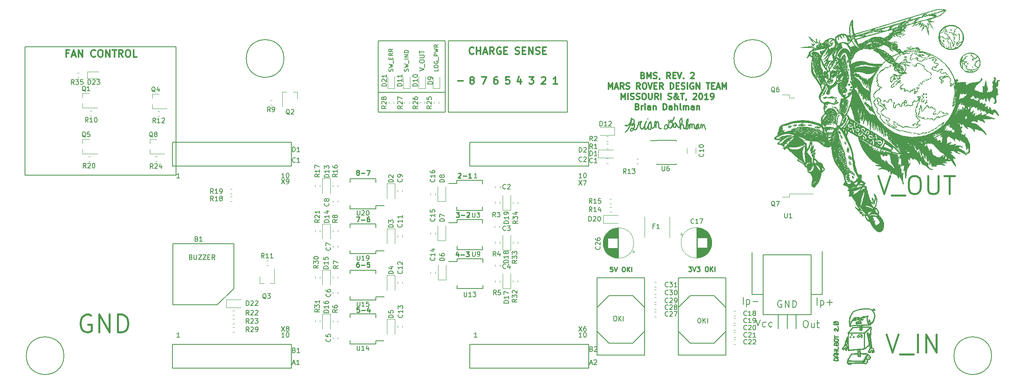
<source format=gbr>
G04 #@! TF.GenerationSoftware,KiCad,Pcbnew,(5.0.0)*
G04 #@! TF.CreationDate,2019-03-04T21:39:05-06:00*
G04 #@! TF.ProjectId,BMS_Hardware,424D535F48617264776172652E6B6963,rev?*
G04 #@! TF.SameCoordinates,Original*
G04 #@! TF.FileFunction,Legend,Top*
G04 #@! TF.FilePolarity,Positive*
%FSLAX46Y46*%
G04 Gerber Fmt 4.6, Leading zero omitted, Abs format (unit mm)*
G04 Created by KiCad (PCBNEW (5.0.0)) date 03/04/19 21:39:05*
%MOMM*%
%LPD*%
G01*
G04 APERTURE LIST*
%ADD10C,0.254000*%
%ADD11C,0.248000*%
%ADD12C,0.381000*%
%ADD13C,0.300000*%
%ADD14C,0.200000*%
%ADD15C,0.127000*%
%ADD16C,0.299720*%
%ADD17C,0.010000*%
%ADD18C,0.120000*%
%ADD19C,0.150000*%
G04 APERTURE END LIST*
D10*
X135452152Y-82750780D02*
X135500533Y-82702400D01*
X135597295Y-82654019D01*
X135839200Y-82654019D01*
X135935961Y-82702400D01*
X135984342Y-82750780D01*
X136032723Y-82847542D01*
X136032723Y-82944304D01*
X135984342Y-83089447D01*
X135403771Y-83670019D01*
X136032723Y-83670019D01*
X136468152Y-83282971D02*
X137242247Y-83282971D01*
X138258247Y-83670019D02*
X137677676Y-83670019D01*
X137967961Y-83670019D02*
X137967961Y-82654019D01*
X137871200Y-82799161D01*
X137774438Y-82895923D01*
X137677676Y-82944304D01*
X135048171Y-91036019D02*
X135677123Y-91036019D01*
X135338457Y-91423066D01*
X135483600Y-91423066D01*
X135580361Y-91471447D01*
X135628742Y-91519828D01*
X135677123Y-91616590D01*
X135677123Y-91858495D01*
X135628742Y-91955257D01*
X135580361Y-92003638D01*
X135483600Y-92052019D01*
X135193314Y-92052019D01*
X135096552Y-92003638D01*
X135048171Y-91955257D01*
X136112552Y-91664971D02*
X136886647Y-91664971D01*
X137322076Y-91132780D02*
X137370457Y-91084400D01*
X137467219Y-91036019D01*
X137709123Y-91036019D01*
X137805885Y-91084400D01*
X137854266Y-91132780D01*
X137902647Y-91229542D01*
X137902647Y-91326304D01*
X137854266Y-91471447D01*
X137273695Y-92052019D01*
X137902647Y-92052019D01*
X135478761Y-99807485D02*
X135478761Y-100484819D01*
X135236857Y-99420438D02*
X134994952Y-100146152D01*
X135623904Y-100146152D01*
X136010952Y-100097771D02*
X136785047Y-100097771D01*
X137172095Y-99468819D02*
X137801047Y-99468819D01*
X137462380Y-99855866D01*
X137607523Y-99855866D01*
X137704285Y-99904247D01*
X137752666Y-99952628D01*
X137801047Y-100049390D01*
X137801047Y-100291295D01*
X137752666Y-100388057D01*
X137704285Y-100436438D01*
X137607523Y-100484819D01*
X137317238Y-100484819D01*
X137220476Y-100436438D01*
X137172095Y-100388057D01*
X114343542Y-111356019D02*
X113859733Y-111356019D01*
X113811352Y-111839828D01*
X113859733Y-111791447D01*
X113956495Y-111743066D01*
X114198400Y-111743066D01*
X114295161Y-111791447D01*
X114343542Y-111839828D01*
X114391923Y-111936590D01*
X114391923Y-112178495D01*
X114343542Y-112275257D01*
X114295161Y-112323638D01*
X114198400Y-112372019D01*
X113956495Y-112372019D01*
X113859733Y-112323638D01*
X113811352Y-112275257D01*
X114827352Y-111984971D02*
X115601447Y-111984971D01*
X116520685Y-111694685D02*
X116520685Y-112372019D01*
X116278780Y-111307638D02*
X116036876Y-112033352D01*
X116665828Y-112033352D01*
X114244361Y-101704019D02*
X114050838Y-101704019D01*
X113954076Y-101752400D01*
X113905695Y-101800780D01*
X113808933Y-101945923D01*
X113760552Y-102139447D01*
X113760552Y-102526495D01*
X113808933Y-102623257D01*
X113857314Y-102671638D01*
X113954076Y-102720019D01*
X114147600Y-102720019D01*
X114244361Y-102671638D01*
X114292742Y-102623257D01*
X114341123Y-102526495D01*
X114341123Y-102284590D01*
X114292742Y-102187828D01*
X114244361Y-102139447D01*
X114147600Y-102091066D01*
X113954076Y-102091066D01*
X113857314Y-102139447D01*
X113808933Y-102187828D01*
X113760552Y-102284590D01*
X114776552Y-102332971D02*
X115550647Y-102332971D01*
X116518266Y-101704019D02*
X116034457Y-101704019D01*
X115986076Y-102187828D01*
X116034457Y-102139447D01*
X116131219Y-102091066D01*
X116373123Y-102091066D01*
X116469885Y-102139447D01*
X116518266Y-102187828D01*
X116566647Y-102284590D01*
X116566647Y-102526495D01*
X116518266Y-102623257D01*
X116469885Y-102671638D01*
X116373123Y-102720019D01*
X116131219Y-102720019D01*
X116034457Y-102671638D01*
X115986076Y-102623257D01*
X113712171Y-92001219D02*
X114389504Y-92001219D01*
X113954076Y-93017219D01*
X114776552Y-92630171D02*
X115550647Y-92630171D01*
X116469885Y-92001219D02*
X116276361Y-92001219D01*
X116179600Y-92049600D01*
X116131219Y-92097980D01*
X116034457Y-92243123D01*
X115986076Y-92436647D01*
X115986076Y-92823695D01*
X116034457Y-92920457D01*
X116082838Y-92968838D01*
X116179600Y-93017219D01*
X116373123Y-93017219D01*
X116469885Y-92968838D01*
X116518266Y-92920457D01*
X116566647Y-92823695D01*
X116566647Y-92581790D01*
X116518266Y-92485028D01*
X116469885Y-92436647D01*
X116373123Y-92388266D01*
X116179600Y-92388266D01*
X116082838Y-92436647D01*
X116034457Y-92485028D01*
X115986076Y-92581790D01*
X113954076Y-82479847D02*
X113857314Y-82431466D01*
X113808933Y-82383085D01*
X113760552Y-82286323D01*
X113760552Y-82237942D01*
X113808933Y-82141180D01*
X113857314Y-82092800D01*
X113954076Y-82044419D01*
X114147600Y-82044419D01*
X114244361Y-82092800D01*
X114292742Y-82141180D01*
X114341123Y-82237942D01*
X114341123Y-82286323D01*
X114292742Y-82383085D01*
X114244361Y-82431466D01*
X114147600Y-82479847D01*
X113954076Y-82479847D01*
X113857314Y-82528228D01*
X113808933Y-82576609D01*
X113760552Y-82673371D01*
X113760552Y-82866895D01*
X113808933Y-82963657D01*
X113857314Y-83012038D01*
X113954076Y-83060419D01*
X114147600Y-83060419D01*
X114244361Y-83012038D01*
X114292742Y-82963657D01*
X114341123Y-82866895D01*
X114341123Y-82673371D01*
X114292742Y-82576609D01*
X114244361Y-82528228D01*
X114147600Y-82479847D01*
X114776552Y-82673371D02*
X115550647Y-82673371D01*
X115937695Y-82044419D02*
X116615028Y-82044419D01*
X116179600Y-83060419D01*
D11*
X168424833Y-102707761D02*
X167952452Y-102707761D01*
X167905214Y-103180142D01*
X167952452Y-103132904D01*
X168046928Y-103085666D01*
X168283119Y-103085666D01*
X168377595Y-103132904D01*
X168424833Y-103180142D01*
X168472071Y-103274619D01*
X168472071Y-103510809D01*
X168424833Y-103605285D01*
X168377595Y-103652523D01*
X168283119Y-103699761D01*
X168046928Y-103699761D01*
X167952452Y-103652523D01*
X167905214Y-103605285D01*
X168755500Y-102707761D02*
X169086166Y-103699761D01*
X169416833Y-102707761D01*
X170692261Y-102707761D02*
X170881214Y-102707761D01*
X170975690Y-102755000D01*
X171070166Y-102849476D01*
X171117404Y-103038428D01*
X171117404Y-103369095D01*
X171070166Y-103558047D01*
X170975690Y-103652523D01*
X170881214Y-103699761D01*
X170692261Y-103699761D01*
X170597785Y-103652523D01*
X170503309Y-103558047D01*
X170456071Y-103369095D01*
X170456071Y-103038428D01*
X170503309Y-102849476D01*
X170597785Y-102755000D01*
X170692261Y-102707761D01*
X171542547Y-103699761D02*
X171542547Y-102707761D01*
X172109404Y-103699761D02*
X171684261Y-103132904D01*
X172109404Y-102707761D02*
X171542547Y-103274619D01*
X172534547Y-103699761D02*
X172534547Y-102707761D01*
X184657595Y-102644261D02*
X185271690Y-102644261D01*
X184941023Y-103022166D01*
X185082738Y-103022166D01*
X185177214Y-103069404D01*
X185224452Y-103116642D01*
X185271690Y-103211119D01*
X185271690Y-103447309D01*
X185224452Y-103541785D01*
X185177214Y-103589023D01*
X185082738Y-103636261D01*
X184799309Y-103636261D01*
X184704833Y-103589023D01*
X184657595Y-103541785D01*
X185555119Y-102644261D02*
X185885785Y-103636261D01*
X186216452Y-102644261D01*
X186452642Y-102644261D02*
X187066738Y-102644261D01*
X186736071Y-103022166D01*
X186877785Y-103022166D01*
X186972261Y-103069404D01*
X187019500Y-103116642D01*
X187066738Y-103211119D01*
X187066738Y-103447309D01*
X187019500Y-103541785D01*
X186972261Y-103589023D01*
X186877785Y-103636261D01*
X186594357Y-103636261D01*
X186499880Y-103589023D01*
X186452642Y-103541785D01*
X188436642Y-102644261D02*
X188625595Y-102644261D01*
X188720071Y-102691500D01*
X188814547Y-102785976D01*
X188861785Y-102974928D01*
X188861785Y-103305595D01*
X188814547Y-103494547D01*
X188720071Y-103589023D01*
X188625595Y-103636261D01*
X188436642Y-103636261D01*
X188342166Y-103589023D01*
X188247690Y-103494547D01*
X188200452Y-103305595D01*
X188200452Y-102974928D01*
X188247690Y-102785976D01*
X188342166Y-102691500D01*
X188436642Y-102644261D01*
X189286928Y-103636261D02*
X189286928Y-102644261D01*
X189853785Y-103636261D02*
X189428642Y-103069404D01*
X189853785Y-102644261D02*
X189286928Y-103211119D01*
X190278928Y-103636261D02*
X190278928Y-102644261D01*
D12*
X56977642Y-113030000D02*
X56614785Y-112848571D01*
X56070500Y-112848571D01*
X55526214Y-113030000D01*
X55163357Y-113392857D01*
X54981928Y-113755714D01*
X54800500Y-114481428D01*
X54800500Y-115025714D01*
X54981928Y-115751428D01*
X55163357Y-116114285D01*
X55526214Y-116477142D01*
X56070500Y-116658571D01*
X56433357Y-116658571D01*
X56977642Y-116477142D01*
X57159071Y-116295714D01*
X57159071Y-115025714D01*
X56433357Y-115025714D01*
X58791928Y-116658571D02*
X58791928Y-112848571D01*
X60969071Y-116658571D01*
X60969071Y-112848571D01*
X62783357Y-116658571D02*
X62783357Y-112848571D01*
X63690500Y-112848571D01*
X64234785Y-113030000D01*
X64597642Y-113392857D01*
X64779071Y-113755714D01*
X64960500Y-114481428D01*
X64960500Y-115025714D01*
X64779071Y-115751428D01*
X64597642Y-116114285D01*
X64234785Y-116477142D01*
X63690500Y-116658571D01*
X62783357Y-116658571D01*
D13*
X174921785Y-61783785D02*
X175105214Y-61844928D01*
X175166357Y-61906071D01*
X175227500Y-62028357D01*
X175227500Y-62211785D01*
X175166357Y-62334071D01*
X175105214Y-62395214D01*
X174982928Y-62456357D01*
X174493785Y-62456357D01*
X174493785Y-61172357D01*
X174921785Y-61172357D01*
X175044071Y-61233500D01*
X175105214Y-61294642D01*
X175166357Y-61416928D01*
X175166357Y-61539214D01*
X175105214Y-61661500D01*
X175044071Y-61722642D01*
X174921785Y-61783785D01*
X174493785Y-61783785D01*
X175777785Y-62456357D02*
X175777785Y-61172357D01*
X176205785Y-62089500D01*
X176633785Y-61172357D01*
X176633785Y-62456357D01*
X177184071Y-62395214D02*
X177367500Y-62456357D01*
X177673214Y-62456357D01*
X177795500Y-62395214D01*
X177856642Y-62334071D01*
X177917785Y-62211785D01*
X177917785Y-62089500D01*
X177856642Y-61967214D01*
X177795500Y-61906071D01*
X177673214Y-61844928D01*
X177428642Y-61783785D01*
X177306357Y-61722642D01*
X177245214Y-61661500D01*
X177184071Y-61539214D01*
X177184071Y-61416928D01*
X177245214Y-61294642D01*
X177306357Y-61233500D01*
X177428642Y-61172357D01*
X177734357Y-61172357D01*
X177917785Y-61233500D01*
X178529214Y-62395214D02*
X178529214Y-62456357D01*
X178468071Y-62578642D01*
X178406928Y-62639785D01*
X180791500Y-62456357D02*
X180363500Y-61844928D01*
X180057785Y-62456357D02*
X180057785Y-61172357D01*
X180546928Y-61172357D01*
X180669214Y-61233500D01*
X180730357Y-61294642D01*
X180791500Y-61416928D01*
X180791500Y-61600357D01*
X180730357Y-61722642D01*
X180669214Y-61783785D01*
X180546928Y-61844928D01*
X180057785Y-61844928D01*
X181341785Y-61783785D02*
X181769785Y-61783785D01*
X181953214Y-62456357D02*
X181341785Y-62456357D01*
X181341785Y-61172357D01*
X181953214Y-61172357D01*
X182320071Y-61172357D02*
X182748071Y-62456357D01*
X183176071Y-61172357D01*
X183604071Y-62334071D02*
X183665214Y-62395214D01*
X183604071Y-62456357D01*
X183542928Y-62395214D01*
X183604071Y-62334071D01*
X183604071Y-62456357D01*
X185132642Y-61294642D02*
X185193785Y-61233500D01*
X185316071Y-61172357D01*
X185621785Y-61172357D01*
X185744071Y-61233500D01*
X185805214Y-61294642D01*
X185866357Y-61416928D01*
X185866357Y-61539214D01*
X185805214Y-61722642D01*
X185071500Y-62456357D01*
X185866357Y-62456357D01*
X167554071Y-64682357D02*
X167554071Y-63398357D01*
X167982071Y-64315500D01*
X168410071Y-63398357D01*
X168410071Y-64682357D01*
X168960357Y-64315500D02*
X169571785Y-64315500D01*
X168838071Y-64682357D02*
X169266071Y-63398357D01*
X169694071Y-64682357D01*
X170855785Y-64682357D02*
X170427785Y-64070928D01*
X170122071Y-64682357D02*
X170122071Y-63398357D01*
X170611214Y-63398357D01*
X170733500Y-63459500D01*
X170794642Y-63520642D01*
X170855785Y-63642928D01*
X170855785Y-63826357D01*
X170794642Y-63948642D01*
X170733500Y-64009785D01*
X170611214Y-64070928D01*
X170122071Y-64070928D01*
X171344928Y-64621214D02*
X171528357Y-64682357D01*
X171834071Y-64682357D01*
X171956357Y-64621214D01*
X172017500Y-64560071D01*
X172078642Y-64437785D01*
X172078642Y-64315500D01*
X172017500Y-64193214D01*
X171956357Y-64132071D01*
X171834071Y-64070928D01*
X171589500Y-64009785D01*
X171467214Y-63948642D01*
X171406071Y-63887500D01*
X171344928Y-63765214D01*
X171344928Y-63642928D01*
X171406071Y-63520642D01*
X171467214Y-63459500D01*
X171589500Y-63398357D01*
X171895214Y-63398357D01*
X172078642Y-63459500D01*
X174340928Y-64682357D02*
X173912928Y-64070928D01*
X173607214Y-64682357D02*
X173607214Y-63398357D01*
X174096357Y-63398357D01*
X174218642Y-63459500D01*
X174279785Y-63520642D01*
X174340928Y-63642928D01*
X174340928Y-63826357D01*
X174279785Y-63948642D01*
X174218642Y-64009785D01*
X174096357Y-64070928D01*
X173607214Y-64070928D01*
X175135785Y-63398357D02*
X175380357Y-63398357D01*
X175502642Y-63459500D01*
X175624928Y-63581785D01*
X175686071Y-63826357D01*
X175686071Y-64254357D01*
X175624928Y-64498928D01*
X175502642Y-64621214D01*
X175380357Y-64682357D01*
X175135785Y-64682357D01*
X175013500Y-64621214D01*
X174891214Y-64498928D01*
X174830071Y-64254357D01*
X174830071Y-63826357D01*
X174891214Y-63581785D01*
X175013500Y-63459500D01*
X175135785Y-63398357D01*
X176052928Y-63398357D02*
X176480928Y-64682357D01*
X176908928Y-63398357D01*
X177336928Y-64009785D02*
X177764928Y-64009785D01*
X177948357Y-64682357D02*
X177336928Y-64682357D01*
X177336928Y-63398357D01*
X177948357Y-63398357D01*
X179232357Y-64682357D02*
X178804357Y-64070928D01*
X178498642Y-64682357D02*
X178498642Y-63398357D01*
X178987785Y-63398357D01*
X179110071Y-63459500D01*
X179171214Y-63520642D01*
X179232357Y-63642928D01*
X179232357Y-63826357D01*
X179171214Y-63948642D01*
X179110071Y-64009785D01*
X178987785Y-64070928D01*
X178498642Y-64070928D01*
X180760928Y-64682357D02*
X180760928Y-63398357D01*
X181066642Y-63398357D01*
X181250071Y-63459500D01*
X181372357Y-63581785D01*
X181433500Y-63704071D01*
X181494642Y-63948642D01*
X181494642Y-64132071D01*
X181433500Y-64376642D01*
X181372357Y-64498928D01*
X181250071Y-64621214D01*
X181066642Y-64682357D01*
X180760928Y-64682357D01*
X182044928Y-64009785D02*
X182472928Y-64009785D01*
X182656357Y-64682357D02*
X182044928Y-64682357D01*
X182044928Y-63398357D01*
X182656357Y-63398357D01*
X183145500Y-64621214D02*
X183328928Y-64682357D01*
X183634642Y-64682357D01*
X183756928Y-64621214D01*
X183818071Y-64560071D01*
X183879214Y-64437785D01*
X183879214Y-64315500D01*
X183818071Y-64193214D01*
X183756928Y-64132071D01*
X183634642Y-64070928D01*
X183390071Y-64009785D01*
X183267785Y-63948642D01*
X183206642Y-63887500D01*
X183145500Y-63765214D01*
X183145500Y-63642928D01*
X183206642Y-63520642D01*
X183267785Y-63459500D01*
X183390071Y-63398357D01*
X183695785Y-63398357D01*
X183879214Y-63459500D01*
X184429500Y-64682357D02*
X184429500Y-63398357D01*
X185713500Y-63459500D02*
X185591214Y-63398357D01*
X185407785Y-63398357D01*
X185224357Y-63459500D01*
X185102071Y-63581785D01*
X185040928Y-63704071D01*
X184979785Y-63948642D01*
X184979785Y-64132071D01*
X185040928Y-64376642D01*
X185102071Y-64498928D01*
X185224357Y-64621214D01*
X185407785Y-64682357D01*
X185530071Y-64682357D01*
X185713500Y-64621214D01*
X185774642Y-64560071D01*
X185774642Y-64132071D01*
X185530071Y-64132071D01*
X186324928Y-64682357D02*
X186324928Y-63398357D01*
X187058642Y-64682357D01*
X187058642Y-63398357D01*
X188464928Y-63398357D02*
X189198642Y-63398357D01*
X188831785Y-64682357D02*
X188831785Y-63398357D01*
X189626642Y-64009785D02*
X190054642Y-64009785D01*
X190238071Y-64682357D02*
X189626642Y-64682357D01*
X189626642Y-63398357D01*
X190238071Y-63398357D01*
X190727214Y-64315500D02*
X191338642Y-64315500D01*
X190604928Y-64682357D02*
X191032928Y-63398357D01*
X191460928Y-64682357D01*
X191888928Y-64682357D02*
X191888928Y-63398357D01*
X192316928Y-64315500D01*
X192744928Y-63398357D01*
X192744928Y-64682357D01*
X170274928Y-66908357D02*
X170274928Y-65624357D01*
X170702928Y-66541500D01*
X171130928Y-65624357D01*
X171130928Y-66908357D01*
X171742357Y-66908357D02*
X171742357Y-65624357D01*
X172292642Y-66847214D02*
X172476071Y-66908357D01*
X172781785Y-66908357D01*
X172904071Y-66847214D01*
X172965214Y-66786071D01*
X173026357Y-66663785D01*
X173026357Y-66541500D01*
X172965214Y-66419214D01*
X172904071Y-66358071D01*
X172781785Y-66296928D01*
X172537214Y-66235785D01*
X172414928Y-66174642D01*
X172353785Y-66113500D01*
X172292642Y-65991214D01*
X172292642Y-65868928D01*
X172353785Y-65746642D01*
X172414928Y-65685500D01*
X172537214Y-65624357D01*
X172842928Y-65624357D01*
X173026357Y-65685500D01*
X173515500Y-66847214D02*
X173698928Y-66908357D01*
X174004642Y-66908357D01*
X174126928Y-66847214D01*
X174188071Y-66786071D01*
X174249214Y-66663785D01*
X174249214Y-66541500D01*
X174188071Y-66419214D01*
X174126928Y-66358071D01*
X174004642Y-66296928D01*
X173760071Y-66235785D01*
X173637785Y-66174642D01*
X173576642Y-66113500D01*
X173515500Y-65991214D01*
X173515500Y-65868928D01*
X173576642Y-65746642D01*
X173637785Y-65685500D01*
X173760071Y-65624357D01*
X174065785Y-65624357D01*
X174249214Y-65685500D01*
X175044071Y-65624357D02*
X175288642Y-65624357D01*
X175410928Y-65685500D01*
X175533214Y-65807785D01*
X175594357Y-66052357D01*
X175594357Y-66480357D01*
X175533214Y-66724928D01*
X175410928Y-66847214D01*
X175288642Y-66908357D01*
X175044071Y-66908357D01*
X174921785Y-66847214D01*
X174799500Y-66724928D01*
X174738357Y-66480357D01*
X174738357Y-66052357D01*
X174799500Y-65807785D01*
X174921785Y-65685500D01*
X175044071Y-65624357D01*
X176144642Y-65624357D02*
X176144642Y-66663785D01*
X176205785Y-66786071D01*
X176266928Y-66847214D01*
X176389214Y-66908357D01*
X176633785Y-66908357D01*
X176756071Y-66847214D01*
X176817214Y-66786071D01*
X176878357Y-66663785D01*
X176878357Y-65624357D01*
X178223500Y-66908357D02*
X177795500Y-66296928D01*
X177489785Y-66908357D02*
X177489785Y-65624357D01*
X177978928Y-65624357D01*
X178101214Y-65685500D01*
X178162357Y-65746642D01*
X178223500Y-65868928D01*
X178223500Y-66052357D01*
X178162357Y-66174642D01*
X178101214Y-66235785D01*
X177978928Y-66296928D01*
X177489785Y-66296928D01*
X178773785Y-66908357D02*
X178773785Y-65624357D01*
X180302357Y-66847214D02*
X180485785Y-66908357D01*
X180791500Y-66908357D01*
X180913785Y-66847214D01*
X180974928Y-66786071D01*
X181036071Y-66663785D01*
X181036071Y-66541500D01*
X180974928Y-66419214D01*
X180913785Y-66358071D01*
X180791500Y-66296928D01*
X180546928Y-66235785D01*
X180424642Y-66174642D01*
X180363500Y-66113500D01*
X180302357Y-65991214D01*
X180302357Y-65868928D01*
X180363500Y-65746642D01*
X180424642Y-65685500D01*
X180546928Y-65624357D01*
X180852642Y-65624357D01*
X181036071Y-65685500D01*
X182625785Y-66908357D02*
X182564642Y-66908357D01*
X182442357Y-66847214D01*
X182258928Y-66663785D01*
X181953214Y-66296928D01*
X181830928Y-66113500D01*
X181769785Y-65930071D01*
X181769785Y-65807785D01*
X181830928Y-65685500D01*
X181953214Y-65624357D01*
X182014357Y-65624357D01*
X182136642Y-65685500D01*
X182197785Y-65807785D01*
X182197785Y-65868928D01*
X182136642Y-65991214D01*
X182075500Y-66052357D01*
X181708642Y-66296928D01*
X181647500Y-66358071D01*
X181586357Y-66480357D01*
X181586357Y-66663785D01*
X181647500Y-66786071D01*
X181708642Y-66847214D01*
X181830928Y-66908357D01*
X182014357Y-66908357D01*
X182136642Y-66847214D01*
X182197785Y-66786071D01*
X182381214Y-66541500D01*
X182442357Y-66358071D01*
X182442357Y-66235785D01*
X182992642Y-65624357D02*
X183726357Y-65624357D01*
X183359500Y-66908357D02*
X183359500Y-65624357D01*
X184215500Y-66847214D02*
X184215500Y-66908357D01*
X184154357Y-67030642D01*
X184093214Y-67091785D01*
X185682928Y-65746642D02*
X185744071Y-65685500D01*
X185866357Y-65624357D01*
X186172071Y-65624357D01*
X186294357Y-65685500D01*
X186355500Y-65746642D01*
X186416642Y-65868928D01*
X186416642Y-65991214D01*
X186355500Y-66174642D01*
X185621785Y-66908357D01*
X186416642Y-66908357D01*
X187211500Y-65624357D02*
X187333785Y-65624357D01*
X187456071Y-65685500D01*
X187517214Y-65746642D01*
X187578357Y-65868928D01*
X187639500Y-66113500D01*
X187639500Y-66419214D01*
X187578357Y-66663785D01*
X187517214Y-66786071D01*
X187456071Y-66847214D01*
X187333785Y-66908357D01*
X187211500Y-66908357D01*
X187089214Y-66847214D01*
X187028071Y-66786071D01*
X186966928Y-66663785D01*
X186905785Y-66419214D01*
X186905785Y-66113500D01*
X186966928Y-65868928D01*
X187028071Y-65746642D01*
X187089214Y-65685500D01*
X187211500Y-65624357D01*
X188862357Y-66908357D02*
X188128642Y-66908357D01*
X188495500Y-66908357D02*
X188495500Y-65624357D01*
X188373214Y-65807785D01*
X188250928Y-65930071D01*
X188128642Y-65991214D01*
X189473785Y-66908357D02*
X189718357Y-66908357D01*
X189840642Y-66847214D01*
X189901785Y-66786071D01*
X190024071Y-66602642D01*
X190085214Y-66358071D01*
X190085214Y-65868928D01*
X190024071Y-65746642D01*
X189962928Y-65685500D01*
X189840642Y-65624357D01*
X189596071Y-65624357D01*
X189473785Y-65685500D01*
X189412642Y-65746642D01*
X189351500Y-65868928D01*
X189351500Y-66174642D01*
X189412642Y-66296928D01*
X189473785Y-66358071D01*
X189596071Y-66419214D01*
X189840642Y-66419214D01*
X189962928Y-66358071D01*
X190024071Y-66296928D01*
X190085214Y-66174642D01*
X173729500Y-68461785D02*
X173912928Y-68522928D01*
X173974071Y-68584071D01*
X174035214Y-68706357D01*
X174035214Y-68889785D01*
X173974071Y-69012071D01*
X173912928Y-69073214D01*
X173790642Y-69134357D01*
X173301500Y-69134357D01*
X173301500Y-67850357D01*
X173729500Y-67850357D01*
X173851785Y-67911500D01*
X173912928Y-67972642D01*
X173974071Y-68094928D01*
X173974071Y-68217214D01*
X173912928Y-68339500D01*
X173851785Y-68400642D01*
X173729500Y-68461785D01*
X173301500Y-68461785D01*
X174585500Y-69134357D02*
X174585500Y-68278357D01*
X174585500Y-68522928D02*
X174646642Y-68400642D01*
X174707785Y-68339500D01*
X174830071Y-68278357D01*
X174952357Y-68278357D01*
X175380357Y-69134357D02*
X175380357Y-68278357D01*
X175380357Y-67850357D02*
X175319214Y-67911500D01*
X175380357Y-67972642D01*
X175441500Y-67911500D01*
X175380357Y-67850357D01*
X175380357Y-67972642D01*
X176542071Y-69134357D02*
X176542071Y-68461785D01*
X176480928Y-68339500D01*
X176358642Y-68278357D01*
X176114071Y-68278357D01*
X175991785Y-68339500D01*
X176542071Y-69073214D02*
X176419785Y-69134357D01*
X176114071Y-69134357D01*
X175991785Y-69073214D01*
X175930642Y-68950928D01*
X175930642Y-68828642D01*
X175991785Y-68706357D01*
X176114071Y-68645214D01*
X176419785Y-68645214D01*
X176542071Y-68584071D01*
X177153500Y-68278357D02*
X177153500Y-69134357D01*
X177153500Y-68400642D02*
X177214642Y-68339500D01*
X177336928Y-68278357D01*
X177520357Y-68278357D01*
X177642642Y-68339500D01*
X177703785Y-68461785D01*
X177703785Y-69134357D01*
X179293500Y-69134357D02*
X179293500Y-67850357D01*
X179599214Y-67850357D01*
X179782642Y-67911500D01*
X179904928Y-68033785D01*
X179966071Y-68156071D01*
X180027214Y-68400642D01*
X180027214Y-68584071D01*
X179966071Y-68828642D01*
X179904928Y-68950928D01*
X179782642Y-69073214D01*
X179599214Y-69134357D01*
X179293500Y-69134357D01*
X181127785Y-69134357D02*
X181127785Y-68461785D01*
X181066642Y-68339500D01*
X180944357Y-68278357D01*
X180699785Y-68278357D01*
X180577500Y-68339500D01*
X181127785Y-69073214D02*
X181005500Y-69134357D01*
X180699785Y-69134357D01*
X180577500Y-69073214D01*
X180516357Y-68950928D01*
X180516357Y-68828642D01*
X180577500Y-68706357D01*
X180699785Y-68645214D01*
X181005500Y-68645214D01*
X181127785Y-68584071D01*
X181739214Y-69134357D02*
X181739214Y-67850357D01*
X182289500Y-69134357D02*
X182289500Y-68461785D01*
X182228357Y-68339500D01*
X182106071Y-68278357D01*
X181922642Y-68278357D01*
X181800357Y-68339500D01*
X181739214Y-68400642D01*
X183084357Y-69134357D02*
X182962071Y-69073214D01*
X182900928Y-68950928D01*
X182900928Y-67850357D01*
X183573500Y-69134357D02*
X183573500Y-68278357D01*
X183573500Y-68400642D02*
X183634642Y-68339500D01*
X183756928Y-68278357D01*
X183940357Y-68278357D01*
X184062642Y-68339500D01*
X184123785Y-68461785D01*
X184123785Y-69134357D01*
X184123785Y-68461785D02*
X184184928Y-68339500D01*
X184307214Y-68278357D01*
X184490642Y-68278357D01*
X184612928Y-68339500D01*
X184674071Y-68461785D01*
X184674071Y-69134357D01*
X185835785Y-69134357D02*
X185835785Y-68461785D01*
X185774642Y-68339500D01*
X185652357Y-68278357D01*
X185407785Y-68278357D01*
X185285500Y-68339500D01*
X185835785Y-69073214D02*
X185713500Y-69134357D01*
X185407785Y-69134357D01*
X185285500Y-69073214D01*
X185224357Y-68950928D01*
X185224357Y-68828642D01*
X185285500Y-68706357D01*
X185407785Y-68645214D01*
X185713500Y-68645214D01*
X185835785Y-68584071D01*
X186447214Y-68278357D02*
X186447214Y-69134357D01*
X186447214Y-68400642D02*
X186508357Y-68339500D01*
X186630642Y-68278357D01*
X186814071Y-68278357D01*
X186936357Y-68339500D01*
X186997500Y-68461785D01*
X186997500Y-69134357D01*
D12*
X225134714Y-83257571D02*
X226404714Y-87067571D01*
X227674714Y-83257571D01*
X228037571Y-87430428D02*
X230940428Y-87430428D01*
X232573285Y-83257571D02*
X233299000Y-83257571D01*
X233661857Y-83439000D01*
X234024714Y-83801857D01*
X234206142Y-84527571D01*
X234206142Y-85797571D01*
X234024714Y-86523285D01*
X233661857Y-86886142D01*
X233299000Y-87067571D01*
X232573285Y-87067571D01*
X232210428Y-86886142D01*
X231847571Y-86523285D01*
X231666142Y-85797571D01*
X231666142Y-84527571D01*
X231847571Y-83801857D01*
X232210428Y-83439000D01*
X232573285Y-83257571D01*
X235839000Y-83257571D02*
X235839000Y-86341857D01*
X236020428Y-86704714D01*
X236201857Y-86886142D01*
X236564714Y-87067571D01*
X237290428Y-87067571D01*
X237653285Y-86886142D01*
X237834714Y-86704714D01*
X238016142Y-86341857D01*
X238016142Y-83257571D01*
X239286142Y-83257571D02*
X241463285Y-83257571D01*
X240374714Y-87067571D02*
X240374714Y-83257571D01*
X226912714Y-117166571D02*
X228182714Y-120976571D01*
X229452714Y-117166571D01*
X229815571Y-121339428D02*
X232718428Y-121339428D01*
X233625571Y-120976571D02*
X233625571Y-117166571D01*
X235439857Y-120976571D02*
X235439857Y-117166571D01*
X237617000Y-120976571D01*
X237617000Y-117166571D01*
D14*
X42926000Y-83058000D02*
X42926000Y-55626000D01*
X75184000Y-83058000D02*
X42926000Y-83058000D01*
X75184000Y-55626000D02*
X75184000Y-83058000D01*
X42926000Y-55626000D02*
X75184000Y-55626000D01*
X158750000Y-69596000D02*
X133350000Y-69596000D01*
X158750000Y-54356000D02*
X158750000Y-69596000D01*
X133350000Y-54356000D02*
X158750000Y-54356000D01*
X133350000Y-69596000D02*
X133350000Y-54356000D01*
X133413500Y-69596000D02*
X133350000Y-69596000D01*
D13*
X138764285Y-57114214D02*
X138692857Y-57185642D01*
X138478571Y-57257071D01*
X138335714Y-57257071D01*
X138121428Y-57185642D01*
X137978571Y-57042785D01*
X137907142Y-56899928D01*
X137835714Y-56614214D01*
X137835714Y-56399928D01*
X137907142Y-56114214D01*
X137978571Y-55971357D01*
X138121428Y-55828500D01*
X138335714Y-55757071D01*
X138478571Y-55757071D01*
X138692857Y-55828500D01*
X138764285Y-55899928D01*
X139407142Y-57257071D02*
X139407142Y-55757071D01*
X139407142Y-56471357D02*
X140264285Y-56471357D01*
X140264285Y-57257071D02*
X140264285Y-55757071D01*
X140907142Y-56828500D02*
X141621428Y-56828500D01*
X140764285Y-57257071D02*
X141264285Y-55757071D01*
X141764285Y-57257071D01*
X143121428Y-57257071D02*
X142621428Y-56542785D01*
X142264285Y-57257071D02*
X142264285Y-55757071D01*
X142835714Y-55757071D01*
X142978571Y-55828500D01*
X143050000Y-55899928D01*
X143121428Y-56042785D01*
X143121428Y-56257071D01*
X143050000Y-56399928D01*
X142978571Y-56471357D01*
X142835714Y-56542785D01*
X142264285Y-56542785D01*
X144550000Y-55828500D02*
X144407142Y-55757071D01*
X144192857Y-55757071D01*
X143978571Y-55828500D01*
X143835714Y-55971357D01*
X143764285Y-56114214D01*
X143692857Y-56399928D01*
X143692857Y-56614214D01*
X143764285Y-56899928D01*
X143835714Y-57042785D01*
X143978571Y-57185642D01*
X144192857Y-57257071D01*
X144335714Y-57257071D01*
X144550000Y-57185642D01*
X144621428Y-57114214D01*
X144621428Y-56614214D01*
X144335714Y-56614214D01*
X145264285Y-56471357D02*
X145764285Y-56471357D01*
X145978571Y-57257071D02*
X145264285Y-57257071D01*
X145264285Y-55757071D01*
X145978571Y-55757071D01*
X147692857Y-57185642D02*
X147907142Y-57257071D01*
X148264285Y-57257071D01*
X148407142Y-57185642D01*
X148478571Y-57114214D01*
X148550000Y-56971357D01*
X148550000Y-56828500D01*
X148478571Y-56685642D01*
X148407142Y-56614214D01*
X148264285Y-56542785D01*
X147978571Y-56471357D01*
X147835714Y-56399928D01*
X147764285Y-56328500D01*
X147692857Y-56185642D01*
X147692857Y-56042785D01*
X147764285Y-55899928D01*
X147835714Y-55828500D01*
X147978571Y-55757071D01*
X148335714Y-55757071D01*
X148550000Y-55828500D01*
X149192857Y-56471357D02*
X149692857Y-56471357D01*
X149907142Y-57257071D02*
X149192857Y-57257071D01*
X149192857Y-55757071D01*
X149907142Y-55757071D01*
X150550000Y-57257071D02*
X150550000Y-55757071D01*
X151407142Y-57257071D01*
X151407142Y-55757071D01*
X152050000Y-57185642D02*
X152264285Y-57257071D01*
X152621428Y-57257071D01*
X152764285Y-57185642D01*
X152835714Y-57114214D01*
X152907142Y-56971357D01*
X152907142Y-56828500D01*
X152835714Y-56685642D01*
X152764285Y-56614214D01*
X152621428Y-56542785D01*
X152335714Y-56471357D01*
X152192857Y-56399928D01*
X152121428Y-56328500D01*
X152050000Y-56185642D01*
X152050000Y-56042785D01*
X152121428Y-55899928D01*
X152192857Y-55828500D01*
X152335714Y-55757071D01*
X152692857Y-55757071D01*
X152907142Y-55828500D01*
X153550000Y-56471357D02*
X154050000Y-56471357D01*
X154264285Y-57257071D02*
X153550000Y-57257071D01*
X153550000Y-55757071D01*
X154264285Y-55757071D01*
D14*
X118364000Y-69596000D02*
X118872000Y-69596000D01*
X118364000Y-65341500D02*
X118364000Y-69596000D01*
X132715000Y-69596000D02*
X118681500Y-69596000D01*
X132715000Y-64897000D02*
X132715000Y-69596000D01*
D13*
X135369371Y-62908642D02*
X136512228Y-62908642D01*
X138287142Y-62749928D02*
X138144285Y-62678500D01*
X138072857Y-62607071D01*
X138001428Y-62464214D01*
X138001428Y-62392785D01*
X138072857Y-62249928D01*
X138144285Y-62178500D01*
X138287142Y-62107071D01*
X138572857Y-62107071D01*
X138715714Y-62178500D01*
X138787142Y-62249928D01*
X138858571Y-62392785D01*
X138858571Y-62464214D01*
X138787142Y-62607071D01*
X138715714Y-62678500D01*
X138572857Y-62749928D01*
X138287142Y-62749928D01*
X138144285Y-62821357D01*
X138072857Y-62892785D01*
X138001428Y-63035642D01*
X138001428Y-63321357D01*
X138072857Y-63464214D01*
X138144285Y-63535642D01*
X138287142Y-63607071D01*
X138572857Y-63607071D01*
X138715714Y-63535642D01*
X138787142Y-63464214D01*
X138858571Y-63321357D01*
X138858571Y-63035642D01*
X138787142Y-62892785D01*
X138715714Y-62821357D01*
X138572857Y-62749928D01*
X140470000Y-62107071D02*
X141470000Y-62107071D01*
X140827142Y-63607071D01*
X143795714Y-62107071D02*
X143510000Y-62107071D01*
X143367142Y-62178500D01*
X143295714Y-62249928D01*
X143152857Y-62464214D01*
X143081428Y-62749928D01*
X143081428Y-63321357D01*
X143152857Y-63464214D01*
X143224285Y-63535642D01*
X143367142Y-63607071D01*
X143652857Y-63607071D01*
X143795714Y-63535642D01*
X143867142Y-63464214D01*
X143938571Y-63321357D01*
X143938571Y-62964214D01*
X143867142Y-62821357D01*
X143795714Y-62749928D01*
X143652857Y-62678500D01*
X143367142Y-62678500D01*
X143224285Y-62749928D01*
X143152857Y-62821357D01*
X143081428Y-62964214D01*
X146407142Y-62107071D02*
X145692857Y-62107071D01*
X145621428Y-62821357D01*
X145692857Y-62749928D01*
X145835714Y-62678500D01*
X146192857Y-62678500D01*
X146335714Y-62749928D01*
X146407142Y-62821357D01*
X146478571Y-62964214D01*
X146478571Y-63321357D01*
X146407142Y-63464214D01*
X146335714Y-63535642D01*
X146192857Y-63607071D01*
X145835714Y-63607071D01*
X145692857Y-63535642D01*
X145621428Y-63464214D01*
X148824914Y-62607071D02*
X148824914Y-63607071D01*
X148467771Y-62035642D02*
X148110628Y-63107071D01*
X149039200Y-63107071D01*
X150630000Y-62119771D02*
X151558571Y-62119771D01*
X151058571Y-62691200D01*
X151272857Y-62691200D01*
X151415714Y-62762628D01*
X151487142Y-62834057D01*
X151558571Y-62976914D01*
X151558571Y-63334057D01*
X151487142Y-63476914D01*
X151415714Y-63548342D01*
X151272857Y-63619771D01*
X150844285Y-63619771D01*
X150701428Y-63548342D01*
X150630000Y-63476914D01*
X153292228Y-62262628D02*
X153363657Y-62191200D01*
X153506514Y-62119771D01*
X153863657Y-62119771D01*
X154006514Y-62191200D01*
X154077942Y-62262628D01*
X154149371Y-62405485D01*
X154149371Y-62548342D01*
X154077942Y-62762628D01*
X153220800Y-63619771D01*
X154149371Y-63619771D01*
X156638571Y-63619771D02*
X155781428Y-63619771D01*
X156210000Y-63619771D02*
X156210000Y-62119771D01*
X156067142Y-62334057D01*
X155924285Y-62476914D01*
X155781428Y-62548342D01*
D14*
X132715000Y-65405000D02*
X118364000Y-65405000D01*
X132715000Y-54356000D02*
X132715000Y-65405000D01*
X118364000Y-54356000D02*
X132715000Y-54356000D01*
X118364000Y-56134000D02*
X118364000Y-54356000D01*
X132715000Y-54356000D02*
X132715000Y-54864000D01*
X132715000Y-54864000D02*
X132715000Y-56007000D01*
D15*
X131212166Y-60409666D02*
X131212166Y-60833000D01*
X130323166Y-60833000D01*
X130323166Y-59944000D02*
X130323166Y-59774666D01*
X130365500Y-59690000D01*
X130450166Y-59605333D01*
X130619500Y-59563000D01*
X130915833Y-59563000D01*
X131085166Y-59605333D01*
X131169833Y-59690000D01*
X131212166Y-59774666D01*
X131212166Y-59944000D01*
X131169833Y-60028666D01*
X131085166Y-60113333D01*
X130915833Y-60155666D01*
X130619500Y-60155666D01*
X130450166Y-60113333D01*
X130365500Y-60028666D01*
X130323166Y-59944000D01*
X130365500Y-58716333D02*
X130323166Y-58801000D01*
X130323166Y-58928000D01*
X130365500Y-59055000D01*
X130450166Y-59139666D01*
X130534833Y-59182000D01*
X130704166Y-59224333D01*
X130831166Y-59224333D01*
X131000500Y-59182000D01*
X131085166Y-59139666D01*
X131169833Y-59055000D01*
X131212166Y-58928000D01*
X131212166Y-58843333D01*
X131169833Y-58716333D01*
X131127500Y-58674000D01*
X130831166Y-58674000D01*
X130831166Y-58843333D01*
X131296833Y-58504666D02*
X131296833Y-57827333D01*
X131212166Y-57615666D02*
X130323166Y-57615666D01*
X130323166Y-57277000D01*
X130365500Y-57192333D01*
X130407833Y-57150000D01*
X130492500Y-57107666D01*
X130619500Y-57107666D01*
X130704166Y-57150000D01*
X130746500Y-57192333D01*
X130788833Y-57277000D01*
X130788833Y-57615666D01*
X130323166Y-56811333D02*
X131212166Y-56599666D01*
X130577166Y-56430333D01*
X131212166Y-56261000D01*
X130323166Y-56049333D01*
X131212166Y-55202666D02*
X130788833Y-55499000D01*
X131212166Y-55710666D02*
X130323166Y-55710666D01*
X130323166Y-55372000D01*
X130365500Y-55287333D01*
X130407833Y-55245000D01*
X130492500Y-55202666D01*
X130619500Y-55202666D01*
X130704166Y-55245000D01*
X130746500Y-55287333D01*
X130788833Y-55372000D01*
X130788833Y-55710666D01*
X127205619Y-60851142D02*
X128221619Y-60512476D01*
X127205619Y-60173809D01*
X128318380Y-60077047D02*
X128318380Y-59302952D01*
X127205619Y-58867523D02*
X127205619Y-58674000D01*
X127254000Y-58577238D01*
X127350761Y-58480476D01*
X127544285Y-58432095D01*
X127882952Y-58432095D01*
X128076476Y-58480476D01*
X128173238Y-58577238D01*
X128221619Y-58674000D01*
X128221619Y-58867523D01*
X128173238Y-58964285D01*
X128076476Y-59061047D01*
X127882952Y-59109428D01*
X127544285Y-59109428D01*
X127350761Y-59061047D01*
X127254000Y-58964285D01*
X127205619Y-58867523D01*
X127205619Y-57996666D02*
X128028095Y-57996666D01*
X128124857Y-57948285D01*
X128173238Y-57899904D01*
X128221619Y-57803142D01*
X128221619Y-57609619D01*
X128173238Y-57512857D01*
X128124857Y-57464476D01*
X128028095Y-57416095D01*
X127205619Y-57416095D01*
X127205619Y-57077428D02*
X127205619Y-56496857D01*
X128221619Y-56787142D02*
X127205619Y-56787142D01*
X124819833Y-60896500D02*
X124862166Y-60769500D01*
X124862166Y-60557833D01*
X124819833Y-60473166D01*
X124777500Y-60430833D01*
X124692833Y-60388500D01*
X124608166Y-60388500D01*
X124523500Y-60430833D01*
X124481166Y-60473166D01*
X124438833Y-60557833D01*
X124396500Y-60727166D01*
X124354166Y-60811833D01*
X124311833Y-60854166D01*
X124227166Y-60896500D01*
X124142500Y-60896500D01*
X124057833Y-60854166D01*
X124015500Y-60811833D01*
X123973166Y-60727166D01*
X123973166Y-60515500D01*
X124015500Y-60388500D01*
X123973166Y-60092166D02*
X124862166Y-59880500D01*
X124227166Y-59711166D01*
X124862166Y-59541833D01*
X123973166Y-59330166D01*
X124946833Y-59203166D02*
X124946833Y-58525833D01*
X124862166Y-58314166D02*
X123973166Y-58314166D01*
X124862166Y-57890833D02*
X123973166Y-57890833D01*
X124862166Y-57382833D01*
X123973166Y-57382833D01*
X124862166Y-56959500D02*
X123973166Y-56959500D01*
X123973166Y-56747833D01*
X124015500Y-56620833D01*
X124100166Y-56536166D01*
X124184833Y-56493833D01*
X124354166Y-56451500D01*
X124481166Y-56451500D01*
X124650500Y-56493833D01*
X124735166Y-56536166D01*
X124819833Y-56620833D01*
X124862166Y-56747833D01*
X124862166Y-56959500D01*
X121517833Y-60938833D02*
X121560166Y-60811833D01*
X121560166Y-60600166D01*
X121517833Y-60515500D01*
X121475500Y-60473166D01*
X121390833Y-60430833D01*
X121306166Y-60430833D01*
X121221500Y-60473166D01*
X121179166Y-60515500D01*
X121136833Y-60600166D01*
X121094500Y-60769500D01*
X121052166Y-60854166D01*
X121009833Y-60896500D01*
X120925166Y-60938833D01*
X120840500Y-60938833D01*
X120755833Y-60896500D01*
X120713500Y-60854166D01*
X120671166Y-60769500D01*
X120671166Y-60557833D01*
X120713500Y-60430833D01*
X120671166Y-60134500D02*
X121560166Y-59922833D01*
X120925166Y-59753500D01*
X121560166Y-59584166D01*
X120671166Y-59372500D01*
X121644833Y-59245500D02*
X121644833Y-58568166D01*
X121094500Y-58356500D02*
X121094500Y-58060166D01*
X121560166Y-57933166D02*
X121560166Y-58356500D01*
X120671166Y-58356500D01*
X120671166Y-57933166D01*
X121560166Y-57044166D02*
X121136833Y-57340500D01*
X121560166Y-57552166D02*
X120671166Y-57552166D01*
X120671166Y-57213500D01*
X120713500Y-57128833D01*
X120755833Y-57086500D01*
X120840500Y-57044166D01*
X120967500Y-57044166D01*
X121052166Y-57086500D01*
X121094500Y-57128833D01*
X121136833Y-57213500D01*
X121136833Y-57552166D01*
X121560166Y-56155166D02*
X121136833Y-56451500D01*
X121560166Y-56663166D02*
X120671166Y-56663166D01*
X120671166Y-56324500D01*
X120713500Y-56239833D01*
X120755833Y-56197500D01*
X120840500Y-56155166D01*
X120967500Y-56155166D01*
X121052166Y-56197500D01*
X121094500Y-56239833D01*
X121136833Y-56324500D01*
X121136833Y-56663166D01*
D16*
X52251428Y-57041142D02*
X51743428Y-57041142D01*
X51743428Y-57839428D02*
X51743428Y-56315428D01*
X52469142Y-56315428D01*
X52977142Y-57404000D02*
X53702857Y-57404000D01*
X52832000Y-57839428D02*
X53340000Y-56315428D01*
X53848000Y-57839428D01*
X54356000Y-57839428D02*
X54356000Y-56315428D01*
X55226857Y-57839428D01*
X55226857Y-56315428D01*
X57984571Y-57694285D02*
X57912000Y-57766857D01*
X57694285Y-57839428D01*
X57549142Y-57839428D01*
X57331428Y-57766857D01*
X57186285Y-57621714D01*
X57113714Y-57476571D01*
X57041142Y-57186285D01*
X57041142Y-56968571D01*
X57113714Y-56678285D01*
X57186285Y-56533142D01*
X57331428Y-56388000D01*
X57549142Y-56315428D01*
X57694285Y-56315428D01*
X57912000Y-56388000D01*
X57984571Y-56460571D01*
X58928000Y-56315428D02*
X59218285Y-56315428D01*
X59363428Y-56388000D01*
X59508571Y-56533142D01*
X59581142Y-56823428D01*
X59581142Y-57331428D01*
X59508571Y-57621714D01*
X59363428Y-57766857D01*
X59218285Y-57839428D01*
X58928000Y-57839428D01*
X58782857Y-57766857D01*
X58637714Y-57621714D01*
X58565142Y-57331428D01*
X58565142Y-56823428D01*
X58637714Y-56533142D01*
X58782857Y-56388000D01*
X58928000Y-56315428D01*
X60234285Y-57839428D02*
X60234285Y-56315428D01*
X61105142Y-57839428D01*
X61105142Y-56315428D01*
X61613142Y-56315428D02*
X62484000Y-56315428D01*
X62048571Y-57839428D02*
X62048571Y-56315428D01*
X63862857Y-57839428D02*
X63354857Y-57113714D01*
X62992000Y-57839428D02*
X62992000Y-56315428D01*
X63572571Y-56315428D01*
X63717714Y-56388000D01*
X63790285Y-56460571D01*
X63862857Y-56605714D01*
X63862857Y-56823428D01*
X63790285Y-56968571D01*
X63717714Y-57041142D01*
X63572571Y-57113714D01*
X62992000Y-57113714D01*
X64806285Y-56315428D02*
X65096571Y-56315428D01*
X65241714Y-56388000D01*
X65386857Y-56533142D01*
X65459428Y-56823428D01*
X65459428Y-57331428D01*
X65386857Y-57621714D01*
X65241714Y-57766857D01*
X65096571Y-57839428D01*
X64806285Y-57839428D01*
X64661142Y-57766857D01*
X64516000Y-57621714D01*
X64443428Y-57331428D01*
X64443428Y-56823428D01*
X64516000Y-56533142D01*
X64661142Y-56388000D01*
X64806285Y-56315428D01*
X66838285Y-57839428D02*
X66112571Y-57839428D01*
X66112571Y-56315428D01*
D14*
X118364000Y-65405000D02*
X118364000Y-55880000D01*
X132715000Y-55880000D02*
X132715000Y-65405000D01*
D17*
G04 #@! TO.C,G\002A\002A\002A*
G36*
X178870171Y-73136162D02*
X178866403Y-73138663D01*
X178864484Y-73138700D01*
X178858597Y-73141205D01*
X178859048Y-73146671D01*
X178857553Y-73156008D01*
X178850010Y-73166228D01*
X178839481Y-73174180D01*
X178829846Y-73176782D01*
X178820151Y-73180065D01*
X178813442Y-73186053D01*
X178807721Y-73191669D01*
X178799643Y-73195932D01*
X178787975Y-73198980D01*
X178771487Y-73200952D01*
X178748944Y-73201983D01*
X178719115Y-73202215D01*
X178680768Y-73201781D01*
X178673720Y-73201659D01*
X178637748Y-73200962D01*
X178608975Y-73199932D01*
X178585443Y-73197993D01*
X178565194Y-73194565D01*
X178546271Y-73189070D01*
X178526712Y-73180931D01*
X178504561Y-73169568D01*
X178477860Y-73154405D01*
X178444650Y-73134861D01*
X178441840Y-73133203D01*
X178424254Y-73123616D01*
X178408520Y-73116435D01*
X178397703Y-73113036D01*
X178396771Y-73112941D01*
X178387813Y-73110075D01*
X178385310Y-73105658D01*
X178381786Y-73097912D01*
X178376697Y-73093577D01*
X178367843Y-73087071D01*
X178355477Y-73076663D01*
X178348918Y-73070750D01*
X178333354Y-73056514D01*
X178317055Y-73041842D01*
X178312288Y-73037608D01*
X178299423Y-73024047D01*
X178285955Y-73006521D01*
X178279109Y-72995972D01*
X178268896Y-72979451D01*
X178258986Y-72964531D01*
X178253798Y-72957405D01*
X178245778Y-72944205D01*
X178241387Y-72932153D01*
X178237078Y-72919230D01*
X178229900Y-72904670D01*
X178229173Y-72903444D01*
X178221708Y-72887996D01*
X178215247Y-72869595D01*
X178214001Y-72864911D01*
X178209790Y-72848304D01*
X178204123Y-72826949D01*
X178198669Y-72807066D01*
X178190826Y-72772538D01*
X178183831Y-72728097D01*
X178177685Y-72673756D01*
X178172389Y-72609526D01*
X178167945Y-72535420D01*
X178164350Y-72451449D01*
X178161610Y-72357625D01*
X178159969Y-72271405D01*
X178158930Y-72215535D01*
X178157604Y-72167205D01*
X178156015Y-72126910D01*
X178154186Y-72095139D01*
X178152140Y-72072388D01*
X178150107Y-72059935D01*
X178147461Y-72046070D01*
X178144801Y-72026831D01*
X178143015Y-72009691D01*
X178140433Y-71987402D01*
X178136780Y-71964689D01*
X178133871Y-71950854D01*
X178124849Y-71915290D01*
X178117227Y-71887249D01*
X178111200Y-71867402D01*
X178106962Y-71856417D01*
X178106019Y-71854886D01*
X178102762Y-71845957D01*
X178102483Y-71840986D01*
X178101155Y-71833333D01*
X178099224Y-71831781D01*
X178095257Y-71827451D01*
X178089523Y-71816792D01*
X178086772Y-71810577D01*
X178078930Y-71795754D01*
X178069868Y-71784028D01*
X178067095Y-71781600D01*
X178059055Y-71773313D01*
X178056504Y-71766686D01*
X178054549Y-71760315D01*
X178052936Y-71759591D01*
X178047555Y-71756207D01*
X178037708Y-71747669D01*
X178028641Y-71738916D01*
X178014028Y-71725405D01*
X177999089Y-71713395D01*
X177991908Y-71708495D01*
X177980808Y-71702319D01*
X177973371Y-71701410D01*
X177964840Y-71705704D01*
X177961202Y-71708103D01*
X177949383Y-71717965D01*
X177935488Y-71732452D01*
X177921362Y-71749240D01*
X177908848Y-71766008D01*
X177899793Y-71780434D01*
X177896046Y-71790119D01*
X177892665Y-71801259D01*
X177885400Y-71815237D01*
X177882729Y-71819344D01*
X177865721Y-71847507D01*
X177852404Y-71878161D01*
X177841641Y-71913097D01*
X177836156Y-71933779D01*
X177829175Y-71960167D01*
X177821733Y-71988336D01*
X177816911Y-72006618D01*
X177809053Y-72039015D01*
X177802016Y-72073839D01*
X177795687Y-72112104D01*
X177789948Y-72154819D01*
X177784679Y-72202996D01*
X177779767Y-72257643D01*
X177775093Y-72319772D01*
X177770542Y-72390394D01*
X177768489Y-72425440D01*
X177765884Y-72470080D01*
X177763320Y-72512062D01*
X177760873Y-72550247D01*
X177758624Y-72583489D01*
X177756650Y-72610646D01*
X177755029Y-72630577D01*
X177753840Y-72642137D01*
X177753518Y-72644094D01*
X177749617Y-72665525D01*
X177745769Y-72693924D01*
X177742244Y-72726306D01*
X177739317Y-72759687D01*
X177737262Y-72791080D01*
X177736351Y-72817501D01*
X177736487Y-72830222D01*
X177736221Y-72864917D01*
X177732510Y-72892623D01*
X177725551Y-72912543D01*
X177715541Y-72923877D01*
X177713031Y-72925107D01*
X177704092Y-72929890D01*
X177701111Y-72933433D01*
X177696411Y-72936683D01*
X177684509Y-72938942D01*
X177668121Y-72940188D01*
X177649958Y-72940399D01*
X177632733Y-72939550D01*
X177619160Y-72937619D01*
X177611951Y-72934583D01*
X177611669Y-72934191D01*
X177605242Y-72928859D01*
X177599098Y-72925939D01*
X177589686Y-72919271D01*
X177581517Y-72906069D01*
X177574083Y-72885212D01*
X177566880Y-72855578D01*
X177566493Y-72853731D01*
X177562872Y-72827033D01*
X177561144Y-72792039D01*
X177561235Y-72750216D01*
X177563069Y-72703034D01*
X177566571Y-72651957D01*
X177571666Y-72598455D01*
X177578278Y-72543996D01*
X177584630Y-72500588D01*
X177588473Y-72475748D01*
X177591978Y-72452096D01*
X177594676Y-72432851D01*
X177595816Y-72423872D01*
X177597142Y-72410647D01*
X177598978Y-72389860D01*
X177601229Y-72362762D01*
X177603804Y-72330603D01*
X177606610Y-72294635D01*
X177609555Y-72256110D01*
X177612547Y-72216278D01*
X177615493Y-72176391D01*
X177618300Y-72137700D01*
X177620877Y-72101455D01*
X177623130Y-72068909D01*
X177624968Y-72041312D01*
X177626298Y-72019917D01*
X177627026Y-72005973D01*
X177627069Y-72000743D01*
X177626428Y-71994824D01*
X177625754Y-71980724D01*
X177625106Y-71960221D01*
X177624547Y-71935093D01*
X177624281Y-71918795D01*
X177623510Y-71890015D01*
X177622127Y-71863116D01*
X177620298Y-71840420D01*
X177618191Y-71824254D01*
X177617139Y-71819529D01*
X177613424Y-71804166D01*
X177611577Y-71791374D01*
X177611532Y-71788824D01*
X177610308Y-71779318D01*
X177606685Y-71763619D01*
X177601423Y-71744979D01*
X177600931Y-71743384D01*
X177595189Y-71723875D01*
X177590574Y-71706317D01*
X177588053Y-71694394D01*
X177588009Y-71694081D01*
X177585411Y-71684010D01*
X177582190Y-71680062D01*
X177578265Y-71684566D01*
X177572360Y-71697629D01*
X177564861Y-71718136D01*
X177556154Y-71744967D01*
X177546625Y-71777006D01*
X177538189Y-71807423D01*
X177530905Y-71834459D01*
X177523614Y-71861442D01*
X177517207Y-71885078D01*
X177512909Y-71900855D01*
X177508177Y-71919970D01*
X177504693Y-71937422D01*
X177503367Y-71947734D01*
X177501174Y-71962489D01*
X177496809Y-71979497D01*
X177495910Y-71982254D01*
X177493742Y-71991382D01*
X177492014Y-72005290D01*
X177490677Y-72024964D01*
X177489685Y-72051389D01*
X177488993Y-72085555D01*
X177488555Y-72128448D01*
X177488479Y-72140588D01*
X177488137Y-72184266D01*
X177487602Y-72219303D01*
X177486806Y-72247022D01*
X177485681Y-72268738D01*
X177484158Y-72285776D01*
X177482168Y-72299453D01*
X177479667Y-72311007D01*
X177475594Y-72330663D01*
X177474658Y-72344358D01*
X177475820Y-72349076D01*
X177477973Y-72358735D01*
X177477904Y-72376862D01*
X177475709Y-72402238D01*
X177471482Y-72433643D01*
X177467195Y-72459522D01*
X177462409Y-72486583D01*
X177457120Y-72516565D01*
X177452394Y-72543438D01*
X177451952Y-72545960D01*
X177447357Y-72569097D01*
X177441946Y-72591861D01*
X177436773Y-72609876D01*
X177436008Y-72612110D01*
X177430607Y-72630655D01*
X177427040Y-72649086D01*
X177426429Y-72655287D01*
X177424754Y-72667354D01*
X177421831Y-72673733D01*
X177420949Y-72674043D01*
X177417846Y-72678403D01*
X177414244Y-72689990D01*
X177411342Y-72704025D01*
X177407478Y-72721536D01*
X177401481Y-72742857D01*
X177394259Y-72765324D01*
X177386721Y-72786273D01*
X177379775Y-72803039D01*
X177374332Y-72812957D01*
X177374103Y-72813239D01*
X177369744Y-72820585D01*
X177363383Y-72833643D01*
X177359289Y-72842871D01*
X177350209Y-72861679D01*
X177339604Y-72880375D01*
X177335621Y-72886516D01*
X177325571Y-72899456D01*
X177312723Y-72913755D01*
X177299116Y-72927417D01*
X177286790Y-72938447D01*
X177277787Y-72944848D01*
X177275142Y-72945686D01*
X177269160Y-72947986D01*
X177256947Y-72954311D01*
X177240759Y-72963468D01*
X177234375Y-72967239D01*
X177188310Y-72993983D01*
X177149302Y-73014928D01*
X177116606Y-73030469D01*
X177107328Y-73034375D01*
X177090969Y-73041165D01*
X177077621Y-73046972D01*
X177071609Y-73049815D01*
X177050822Y-73059382D01*
X177024358Y-73069576D01*
X176996279Y-73078926D01*
X176974134Y-73085121D01*
X176956759Y-73089835D01*
X176943517Y-73094203D01*
X176937104Y-73097330D01*
X176936980Y-73097479D01*
X176930777Y-73099088D01*
X176917197Y-73099146D01*
X176898664Y-73097900D01*
X176877598Y-73095596D01*
X176856420Y-73092480D01*
X176837552Y-73088799D01*
X176828465Y-73086455D01*
X176793571Y-73073699D01*
X176765209Y-73057095D01*
X176740591Y-73034612D01*
X176718354Y-73006276D01*
X176710057Y-72995482D01*
X176704739Y-72992215D01*
X176700500Y-72995316D01*
X176700465Y-72995365D01*
X176696429Y-73005328D01*
X176694300Y-73018437D01*
X176692403Y-73030173D01*
X176689072Y-73036664D01*
X176688934Y-73036745D01*
X176685501Y-73042691D01*
X176681745Y-73055095D01*
X176679974Y-73063351D01*
X176673543Y-73086653D01*
X176662387Y-73115257D01*
X176647668Y-73146428D01*
X176633434Y-73172547D01*
X176625827Y-73186602D01*
X176620855Y-73197654D01*
X176619796Y-73201508D01*
X176617208Y-73208610D01*
X176610493Y-73222316D01*
X176600718Y-73240735D01*
X176588956Y-73261975D01*
X176576275Y-73284142D01*
X176563745Y-73305345D01*
X176552439Y-73323692D01*
X176543424Y-73337291D01*
X176541536Y-73339882D01*
X176531839Y-73351476D01*
X176523869Y-73358731D01*
X176520952Y-73359999D01*
X176513851Y-73362600D01*
X176502990Y-73369377D01*
X176500501Y-73371204D01*
X176479898Y-73382629D01*
X176452887Y-73390334D01*
X176418879Y-73394357D01*
X176377284Y-73394734D01*
X176327508Y-73391501D01*
X176274172Y-73385397D01*
X176241208Y-73380944D01*
X176216325Y-73377283D01*
X176197725Y-73373972D01*
X176183605Y-73370570D01*
X176172163Y-73366635D01*
X176161599Y-73361725D01*
X176150110Y-73355398D01*
X176148814Y-73354655D01*
X176133146Y-73344063D01*
X176115412Y-73329586D01*
X176097258Y-73312898D01*
X176080325Y-73295671D01*
X176066260Y-73279580D01*
X176056705Y-73266297D01*
X176053305Y-73257497D01*
X176053307Y-73257431D01*
X176050348Y-73249057D01*
X176042687Y-73238861D01*
X176042516Y-73238683D01*
X176033382Y-73226275D01*
X176028158Y-73214480D01*
X176024398Y-73202588D01*
X176018337Y-73186236D01*
X176014484Y-73176672D01*
X176008651Y-73161079D01*
X176005038Y-73148330D01*
X176004423Y-73143434D01*
X176002087Y-73133089D01*
X175998049Y-73125332D01*
X175992744Y-73113132D01*
X175991629Y-73105090D01*
X175990166Y-73094322D01*
X175988080Y-73089942D01*
X175985287Y-73082656D01*
X175982037Y-73068783D01*
X175979594Y-73054836D01*
X175976505Y-73035093D01*
X175973417Y-73016450D01*
X175971753Y-73007047D01*
X175969489Y-72993040D01*
X175966737Y-72973437D01*
X175964161Y-72953036D01*
X175961672Y-72935447D01*
X175959064Y-72922479D01*
X175956850Y-72916600D01*
X175956590Y-72916483D01*
X175952276Y-72920222D01*
X175944939Y-72929936D01*
X175940397Y-72936829D01*
X175923514Y-72962087D01*
X175905677Y-72986175D01*
X175888376Y-73007277D01*
X175873106Y-73023582D01*
X175861358Y-73033276D01*
X175860732Y-73033645D01*
X175848642Y-73042554D01*
X175834246Y-73055969D01*
X175824430Y-73066654D01*
X175809533Y-73082930D01*
X175791040Y-73101287D01*
X175771069Y-73119819D01*
X175751731Y-73136620D01*
X175735141Y-73149784D01*
X175724184Y-73157013D01*
X175712467Y-73166535D01*
X175703609Y-73178721D01*
X175695761Y-73190240D01*
X175683381Y-73204436D01*
X175673307Y-73214348D01*
X175661127Y-73226836D01*
X175652665Y-73238100D01*
X175650022Y-73244481D01*
X175645300Y-73252673D01*
X175638678Y-73254814D01*
X175628040Y-73260482D01*
X175621648Y-73270477D01*
X175614400Y-73284975D01*
X175607418Y-73296106D01*
X175596746Y-73307171D01*
X175580692Y-73319979D01*
X175562240Y-73332537D01*
X175544374Y-73342853D01*
X175530079Y-73348937D01*
X175527313Y-73349580D01*
X175514719Y-73352185D01*
X175496609Y-73356532D01*
X175478257Y-73361317D01*
X175459083Y-73366062D01*
X175446023Y-73367719D01*
X175435772Y-73366439D01*
X175427909Y-73363630D01*
X175412801Y-73359175D01*
X175393881Y-73356030D01*
X175386210Y-73355389D01*
X175368224Y-73352755D01*
X175348520Y-73347268D01*
X175329681Y-73339990D01*
X175314288Y-73331988D01*
X175304921Y-73324323D01*
X175303356Y-73321244D01*
X175298441Y-73313044D01*
X175288633Y-73303660D01*
X175287323Y-73302669D01*
X175275556Y-73291458D01*
X175261432Y-73274261D01*
X175247104Y-73253975D01*
X175234726Y-73233494D01*
X175231947Y-73228207D01*
X175225957Y-73217633D01*
X175221532Y-73211775D01*
X175218307Y-73205722D01*
X175213576Y-73193006D01*
X175209168Y-73179042D01*
X175202837Y-73159189D01*
X175195894Y-73139934D01*
X175191841Y-73130037D01*
X175186509Y-73116128D01*
X175183758Y-73105104D01*
X175183648Y-73103024D01*
X175182000Y-73091910D01*
X175180053Y-73086429D01*
X175174528Y-73070257D01*
X175168812Y-73046976D01*
X175163405Y-73019413D01*
X175158806Y-72990391D01*
X175155514Y-72962740D01*
X175154026Y-72939286D01*
X175154019Y-72938907D01*
X175152826Y-72913696D01*
X175150112Y-72897580D01*
X175145505Y-72889761D01*
X175138636Y-72889441D01*
X175132687Y-72892946D01*
X175125976Y-72900024D01*
X175116483Y-72912444D01*
X175105988Y-72927546D01*
X175096271Y-72942670D01*
X175089112Y-72955157D01*
X175086293Y-72962263D01*
X175083219Y-72969072D01*
X175075560Y-72980721D01*
X175067295Y-72991711D01*
X175057251Y-73005276D01*
X175050338Y-73016324D01*
X175048280Y-73021452D01*
X175045378Y-73028269D01*
X175044103Y-73029083D01*
X175036759Y-73034874D01*
X175026239Y-73046696D01*
X175014480Y-73062034D01*
X175003422Y-73078371D01*
X174995495Y-73092194D01*
X174985869Y-73108982D01*
X174975155Y-73124321D01*
X174970835Y-73129425D01*
X174960088Y-73143879D01*
X174951342Y-73160429D01*
X174950862Y-73161634D01*
X174932068Y-73196643D01*
X174904506Y-73227132D01*
X174873011Y-73250112D01*
X174854852Y-73260627D01*
X174839982Y-73267520D01*
X174824846Y-73271903D01*
X174805894Y-73274890D01*
X174787751Y-73276813D01*
X174758065Y-73279086D01*
X174730756Y-73280054D01*
X174707547Y-73279759D01*
X174690162Y-73278240D01*
X174680326Y-73275537D01*
X174678962Y-73274277D01*
X174673290Y-73271157D01*
X174660482Y-73266870D01*
X174643157Y-73262275D01*
X174640676Y-73261692D01*
X174620924Y-73256510D01*
X174603396Y-73250847D01*
X174591823Y-73245910D01*
X174591660Y-73245817D01*
X174578671Y-73240058D01*
X174568395Y-73237721D01*
X174560255Y-73235733D01*
X174558400Y-73233392D01*
X174556893Y-73230184D01*
X174551047Y-73225574D01*
X174539321Y-73218534D01*
X174520882Y-73208421D01*
X174508330Y-73200758D01*
X174499178Y-73193619D01*
X174498678Y-73193104D01*
X174491551Y-73186011D01*
X174480120Y-73175179D01*
X174472192Y-73167845D01*
X174458659Y-73155360D01*
X174446580Y-73144071D01*
X174441824Y-73139548D01*
X174430292Y-73128566D01*
X174422157Y-73120940D01*
X174414288Y-73112449D01*
X174403929Y-73099764D01*
X174392863Y-73085283D01*
X174382873Y-73071403D01*
X174375742Y-73060523D01*
X174373240Y-73055145D01*
X174370916Y-73049459D01*
X174364633Y-73037782D01*
X174355713Y-73022563D01*
X174355055Y-73021479D01*
X174346017Y-73006250D01*
X174339505Y-72994558D01*
X174336835Y-72988776D01*
X174336826Y-72988649D01*
X174334718Y-72983057D01*
X174329248Y-72972093D01*
X174326422Y-72966851D01*
X174318957Y-72951339D01*
X174310775Y-72931447D01*
X174305629Y-72917235D01*
X174298205Y-72896565D01*
X174289995Y-72875746D01*
X174285039Y-72864295D01*
X174279052Y-72849848D01*
X174275501Y-72838500D01*
X174275053Y-72835094D01*
X174272434Y-72828812D01*
X174270431Y-72828115D01*
X174266675Y-72823720D01*
X174266005Y-72817415D01*
X174264650Y-72805460D01*
X174260626Y-72791180D01*
X174260539Y-72790945D01*
X174250740Y-72763366D01*
X174241652Y-72735136D01*
X174233962Y-72708647D01*
X174228357Y-72686286D01*
X174225524Y-72670447D01*
X174225372Y-72668655D01*
X174223882Y-72655054D01*
X174220911Y-72634955D01*
X174216963Y-72611626D01*
X174214494Y-72598264D01*
X174211128Y-72579484D01*
X174208834Y-72562784D01*
X174207555Y-72546035D01*
X174207233Y-72527104D01*
X174207813Y-72503859D01*
X174209238Y-72474170D01*
X174210560Y-72450935D01*
X174212445Y-72419436D01*
X174214272Y-72390066D01*
X174215916Y-72364775D01*
X174217250Y-72345509D01*
X174218145Y-72334216D01*
X174218152Y-72334133D01*
X174218720Y-72321247D01*
X174215994Y-72315029D01*
X174208306Y-72312320D01*
X174206463Y-72311993D01*
X174196415Y-72307995D01*
X174193242Y-72302573D01*
X174189515Y-72296821D01*
X174179682Y-72294978D01*
X174166957Y-72297434D01*
X174163351Y-72298929D01*
X174153648Y-72298946D01*
X174145501Y-72289673D01*
X174139287Y-72271709D01*
X174136548Y-72256307D01*
X174135872Y-72240781D01*
X174136776Y-72219738D01*
X174138926Y-72195929D01*
X174141989Y-72172103D01*
X174145630Y-72151007D01*
X174149516Y-72135391D01*
X174151934Y-72129614D01*
X174157715Y-72117268D01*
X174160563Y-72108708D01*
X174179216Y-72053459D01*
X174205717Y-71997160D01*
X174238725Y-71942607D01*
X174243323Y-71935934D01*
X174253491Y-71920733D01*
X174260929Y-71908365D01*
X174264127Y-71901351D01*
X174264153Y-71901117D01*
X174268214Y-71894006D01*
X174270872Y-71892033D01*
X174277684Y-71885364D01*
X174285271Y-71874284D01*
X174285518Y-71873851D01*
X174292345Y-71863022D01*
X174303149Y-71847231D01*
X174315883Y-71829447D01*
X174319246Y-71824881D01*
X174330785Y-71809048D01*
X174339641Y-71796406D01*
X174344430Y-71788952D01*
X174344896Y-71787881D01*
X174348205Y-71783143D01*
X174356375Y-71774228D01*
X174360560Y-71770011D01*
X174369564Y-71759976D01*
X174374041Y-71752642D01*
X174374090Y-71751050D01*
X174375633Y-71745195D01*
X174382098Y-71735969D01*
X174382628Y-71735357D01*
X174390159Y-71724880D01*
X174393520Y-71716532D01*
X174393523Y-71716502D01*
X174397436Y-71708528D01*
X174404273Y-71701692D01*
X174412224Y-71692478D01*
X174414733Y-71684923D01*
X174413662Y-71680212D01*
X174412025Y-71682081D01*
X174405671Y-71686545D01*
X174393554Y-71689960D01*
X174390788Y-71690375D01*
X174378298Y-71693275D01*
X174359635Y-71699165D01*
X174337763Y-71707065D01*
X174323909Y-71712534D01*
X174300341Y-71722130D01*
X174277101Y-71731527D01*
X174257689Y-71739312D01*
X174250031Y-71742348D01*
X174203907Y-71760678D01*
X174166264Y-71776024D01*
X174137418Y-71788255D01*
X174120040Y-71796110D01*
X174100990Y-71805007D01*
X174081126Y-71814068D01*
X174075453Y-71816604D01*
X174055787Y-71828504D01*
X174044159Y-71844021D01*
X174039780Y-71864746D01*
X174040977Y-71886215D01*
X174042523Y-71909610D01*
X174039848Y-71924691D01*
X174039221Y-71926018D01*
X174035930Y-71940654D01*
X174036962Y-71956089D01*
X174038044Y-71971476D01*
X174034890Y-71978403D01*
X174031961Y-71984363D01*
X174034246Y-71991445D01*
X174036190Y-72002188D01*
X174033978Y-72006048D01*
X174031745Y-72012393D01*
X174029012Y-72026768D01*
X174026071Y-72047275D01*
X174023216Y-72072015D01*
X174022204Y-72082250D01*
X174018492Y-72115907D01*
X174014326Y-72143777D01*
X174009969Y-72164313D01*
X174006962Y-72173448D01*
X174000394Y-72190728D01*
X173994032Y-72210794D01*
X173992190Y-72217559D01*
X173987590Y-72233298D01*
X173982974Y-72245644D01*
X173981021Y-72249390D01*
X173977561Y-72254815D01*
X173974669Y-72260680D01*
X173971355Y-72269516D01*
X173966627Y-72283845D01*
X173962801Y-72295814D01*
X173953249Y-72324695D01*
X173943643Y-72351797D01*
X173934672Y-72375339D01*
X173927024Y-72393541D01*
X173921386Y-72404620D01*
X173920033Y-72406468D01*
X173915510Y-72415059D01*
X173910990Y-72429214D01*
X173909389Y-72436145D01*
X173903591Y-72454164D01*
X173894854Y-72470866D01*
X173891933Y-72474850D01*
X173883624Y-72486644D01*
X173879003Y-72496447D01*
X173878708Y-72498099D01*
X173876703Y-72505888D01*
X173871857Y-72519841D01*
X173865223Y-72537329D01*
X173857850Y-72555725D01*
X173850790Y-72572398D01*
X173845094Y-72584722D01*
X173841981Y-72589942D01*
X173839419Y-72596526D01*
X173838245Y-72605560D01*
X173836158Y-72619695D01*
X173831659Y-72638264D01*
X173825708Y-72658218D01*
X173819265Y-72676508D01*
X173813289Y-72690084D01*
X173810108Y-72694938D01*
X173805310Y-72704358D01*
X173804246Y-72719944D01*
X173804678Y-72727272D01*
X173803277Y-72755071D01*
X173798821Y-72768689D01*
X173793934Y-72783253D01*
X173789783Y-72802552D01*
X173788038Y-72815300D01*
X173785091Y-72833516D01*
X173780720Y-72847421D01*
X173777555Y-72852547D01*
X173771119Y-72862337D01*
X173769616Y-72868047D01*
X173766742Y-72876549D01*
X173764603Y-72878581D01*
X173760809Y-72884718D01*
X173757276Y-72896676D01*
X173756690Y-72899657D01*
X173751259Y-72920702D01*
X173743056Y-72942524D01*
X173734197Y-72959603D01*
X173727861Y-72970473D01*
X173726011Y-72974135D01*
X173716080Y-72994462D01*
X173705847Y-73014308D01*
X173696424Y-73031641D01*
X173688921Y-73044427D01*
X173684447Y-73050640D01*
X173684053Y-73050901D01*
X173680519Y-73056431D01*
X173679687Y-73061392D01*
X173676563Y-73070053D01*
X173668954Y-73083222D01*
X173660917Y-73094759D01*
X173649578Y-73111283D01*
X173639945Y-73127800D01*
X173635787Y-73136654D01*
X173630566Y-73145865D01*
X173620531Y-73160472D01*
X173607358Y-73178313D01*
X173592723Y-73197227D01*
X173578303Y-73215055D01*
X173565776Y-73229635D01*
X173556817Y-73238807D01*
X173555962Y-73239521D01*
X173550923Y-73245235D01*
X173547628Y-73249757D01*
X173537786Y-73262268D01*
X173523420Y-73278230D01*
X173506376Y-73295845D01*
X173488498Y-73313314D01*
X173471628Y-73328836D01*
X173457612Y-73340614D01*
X173448294Y-73346846D01*
X173447988Y-73346978D01*
X173433969Y-73355467D01*
X173423058Y-73366462D01*
X173422857Y-73366760D01*
X173411742Y-73378491D01*
X173399906Y-73386174D01*
X173389011Y-73391669D01*
X173382843Y-73395848D01*
X173382817Y-73395879D01*
X173374794Y-73400480D01*
X173359203Y-73405677D01*
X173338366Y-73410879D01*
X173314606Y-73415493D01*
X173294414Y-73418439D01*
X173268325Y-73421494D01*
X173246227Y-73423561D01*
X173226475Y-73424459D01*
X173207427Y-73424009D01*
X173187441Y-73422030D01*
X173164876Y-73418340D01*
X173138087Y-73412761D01*
X173105432Y-73405112D01*
X173065270Y-73395213D01*
X173051438Y-73391759D01*
X173032643Y-73385990D01*
X173009571Y-73377358D01*
X172984995Y-73367078D01*
X172961687Y-73356361D01*
X172942417Y-73346420D01*
X172930346Y-73338777D01*
X172917315Y-73332234D01*
X172907655Y-73330226D01*
X172900885Y-73331116D01*
X172894309Y-73335589D01*
X172886484Y-73345194D01*
X172875968Y-73361482D01*
X172871140Y-73369457D01*
X172847451Y-73405275D01*
X172819717Y-73441360D01*
X172791496Y-73473111D01*
X172788950Y-73475705D01*
X172781858Y-73484696D01*
X172779445Y-73490544D01*
X172775905Y-73497013D01*
X172767268Y-73507071D01*
X172761930Y-73512375D01*
X172749798Y-73523279D01*
X172733460Y-73537205D01*
X172714845Y-73552601D01*
X172695878Y-73567913D01*
X172678484Y-73581590D01*
X172664590Y-73592079D01*
X172656123Y-73597824D01*
X172655588Y-73598110D01*
X172645759Y-73604496D01*
X172638324Y-73610533D01*
X172630365Y-73615609D01*
X172615221Y-73623516D01*
X172594908Y-73633261D01*
X172571438Y-73643851D01*
X172565850Y-73646283D01*
X172533963Y-73659438D01*
X172508459Y-73668406D01*
X172487045Y-73673902D01*
X172468654Y-73676532D01*
X172445883Y-73677191D01*
X172419069Y-73675893D01*
X172390920Y-73672995D01*
X172364145Y-73668858D01*
X172341452Y-73663839D01*
X172325548Y-73658298D01*
X172323706Y-73657326D01*
X172311046Y-73650982D01*
X172293781Y-73643432D01*
X172282911Y-73639101D01*
X172252309Y-73625860D01*
X172226487Y-73611577D01*
X172209403Y-73598920D01*
X172186220Y-73577419D01*
X172168981Y-73559768D01*
X172155952Y-73543476D01*
X172145398Y-73526053D01*
X172135583Y-73505004D01*
X172124771Y-73477842D01*
X172124410Y-73476897D01*
X172120649Y-73459587D01*
X172119429Y-73433747D01*
X172120753Y-73399039D01*
X172124625Y-73355129D01*
X172126112Y-73341633D01*
X172130105Y-73315717D01*
X172135705Y-73291499D01*
X172142254Y-73271013D01*
X172149100Y-73256288D01*
X172155589Y-73249357D01*
X172155829Y-73249271D01*
X172161478Y-73243344D01*
X172166234Y-73231826D01*
X172166565Y-73230535D01*
X172172414Y-73216554D01*
X172180879Y-73206057D01*
X172180949Y-73206003D01*
X172188639Y-73196157D01*
X172192164Y-73180290D01*
X172192496Y-73175607D01*
X172195308Y-73160512D01*
X172201583Y-73142025D01*
X172210047Y-73122784D01*
X172219428Y-73105424D01*
X172228449Y-73092582D01*
X172235287Y-73087042D01*
X172243870Y-73086914D01*
X172245949Y-73091898D01*
X172242417Y-73096953D01*
X172236583Y-73104824D01*
X172237827Y-73110001D01*
X172240607Y-73110739D01*
X172247501Y-73107922D01*
X172258199Y-73100695D01*
X172269634Y-73091516D01*
X172278736Y-73082845D01*
X172282434Y-73077224D01*
X172286300Y-73071219D01*
X172295884Y-73061693D01*
X172308729Y-73050812D01*
X172322373Y-73040737D01*
X172328181Y-73037005D01*
X172337009Y-73029909D01*
X172340361Y-73024377D01*
X172344934Y-73020099D01*
X172356683Y-73013373D01*
X172373495Y-73005344D01*
X172382711Y-73001378D01*
X172402478Y-72992815D01*
X172419500Y-72984828D01*
X172431073Y-72978711D01*
X172433590Y-72977060D01*
X172441834Y-72972955D01*
X172445836Y-72973582D01*
X172451740Y-72973857D01*
X172457166Y-72970917D01*
X172469773Y-72965378D01*
X172492102Y-72960253D01*
X172523923Y-72955587D01*
X172553728Y-72952457D01*
X172547104Y-73078844D01*
X172524573Y-73080362D01*
X172501205Y-73088224D01*
X172474928Y-73103010D01*
X172458002Y-73114652D01*
X172437293Y-73131081D01*
X172416157Y-73150411D01*
X172396031Y-73171024D01*
X172378356Y-73191303D01*
X172364571Y-73209626D01*
X172356115Y-73224376D01*
X172354146Y-73231459D01*
X172350019Y-73241643D01*
X172345908Y-73245926D01*
X172339063Y-73254865D01*
X172337685Y-73260070D01*
X172333986Y-73270542D01*
X172331366Y-73273710D01*
X172324897Y-73284280D01*
X172318960Y-73302499D01*
X172313853Y-73326060D01*
X172309873Y-73352655D01*
X172307317Y-73379976D01*
X172306482Y-73405714D01*
X172307666Y-73427562D01*
X172309979Y-73439740D01*
X172323653Y-73469421D01*
X172345918Y-73495713D01*
X172375674Y-73517537D01*
X172402643Y-73530483D01*
X172428263Y-73537398D01*
X172456795Y-73540170D01*
X172485111Y-73538914D01*
X172510087Y-73533741D01*
X172526973Y-73525936D01*
X172539166Y-73515475D01*
X172542758Y-73506135D01*
X172542517Y-73504185D01*
X172544669Y-73498251D01*
X172546999Y-73500839D01*
X172549616Y-73498482D01*
X172547260Y-73495865D01*
X172544699Y-73498171D01*
X172545313Y-73496478D01*
X172554882Y-73484181D01*
X172569894Y-73468498D01*
X172589019Y-73450632D01*
X172610929Y-73431786D01*
X172634292Y-73413165D01*
X172657780Y-73395972D01*
X172673936Y-73385209D01*
X172688442Y-73374200D01*
X172693675Y-73365321D01*
X172693508Y-73363083D01*
X172694799Y-73353757D01*
X172700645Y-73341347D01*
X172702409Y-73338614D01*
X172709628Y-73326661D01*
X172713547Y-73317473D01*
X172713753Y-73316217D01*
X172716824Y-73308679D01*
X172724090Y-73296697D01*
X172733338Y-73283449D01*
X172742356Y-73272114D01*
X172748671Y-73266032D01*
X172752747Y-73259205D01*
X172755359Y-73247400D01*
X172759496Y-73234190D01*
X172766594Y-73225269D01*
X172771245Y-73221228D01*
X172771681Y-73216771D01*
X172766978Y-73209908D01*
X172756214Y-73198653D01*
X172752543Y-73194993D01*
X172739647Y-73182948D01*
X172728936Y-73174315D01*
X172722911Y-73171029D01*
X172715716Y-73166904D01*
X172710956Y-73161240D01*
X172703236Y-73153194D01*
X172690457Y-73143382D01*
X172683180Y-73138665D01*
X172667986Y-73128972D01*
X172654668Y-73119694D01*
X172650446Y-73116431D01*
X172637399Y-73108478D01*
X172623712Y-73103156D01*
X172611301Y-73099002D01*
X172603272Y-73094880D01*
X172603188Y-73094811D01*
X172596028Y-73091302D01*
X172582579Y-73086572D01*
X172570873Y-73083089D01*
X172547104Y-73078844D01*
X172553728Y-72952457D01*
X172555801Y-72952238D01*
X172588089Y-72951101D01*
X172620847Y-72953987D01*
X172656675Y-72961294D01*
X172698168Y-72973418D01*
X172701753Y-72974589D01*
X172720699Y-72981835D01*
X172743320Y-72992008D01*
X172767256Y-73003869D01*
X172790151Y-73016178D01*
X172809643Y-73027694D01*
X172823374Y-73037177D01*
X172827077Y-73040484D01*
X172837786Y-73046941D01*
X172847533Y-73043668D01*
X172853860Y-73034407D01*
X172859474Y-73022420D01*
X172867394Y-73005877D01*
X172873025Y-72994266D01*
X172878981Y-72981370D01*
X172885408Y-72965898D01*
X172892825Y-72946449D01*
X172901751Y-72921617D01*
X172912705Y-72890000D01*
X172925135Y-72853371D01*
X172930329Y-72835684D01*
X172933854Y-72819397D01*
X172934661Y-72812726D01*
X172936393Y-72802413D01*
X172939467Y-72798260D01*
X172942402Y-72793719D01*
X172946564Y-72780913D01*
X172951598Y-72761412D01*
X172957152Y-72736785D01*
X172962870Y-72708600D01*
X172968398Y-72678427D01*
X172973371Y-72647926D01*
X172977072Y-72624137D01*
X172980581Y-72602600D01*
X172983438Y-72586086D01*
X172984866Y-72578707D01*
X172986004Y-72569886D01*
X172987561Y-72552595D01*
X172989429Y-72528311D01*
X172991499Y-72498509D01*
X172993665Y-72464667D01*
X172995738Y-72429660D01*
X172997998Y-72389461D01*
X172999645Y-72357650D01*
X173000649Y-72332671D01*
X173000983Y-72312967D01*
X173000616Y-72296984D01*
X172999522Y-72283165D01*
X172997668Y-72269953D01*
X172995030Y-72255794D01*
X172992275Y-72242458D01*
X172984846Y-72210145D01*
X172978017Y-72187213D01*
X172971569Y-72173120D01*
X172965286Y-72167318D01*
X172962326Y-72167301D01*
X172957010Y-72172911D01*
X172955288Y-72178463D01*
X172951385Y-72191740D01*
X172943822Y-72209459D01*
X172934441Y-72227758D01*
X172925084Y-72242778D01*
X172923710Y-72244621D01*
X172916800Y-72254766D01*
X172913671Y-72261693D01*
X172913660Y-72261820D01*
X172910843Y-72268070D01*
X172903831Y-72279449D01*
X172897272Y-72289041D01*
X172888172Y-72303300D01*
X172882098Y-72315562D01*
X172880642Y-72320878D01*
X172877203Y-72329866D01*
X172869048Y-72342151D01*
X172864261Y-72347962D01*
X172854859Y-72359461D01*
X172849019Y-72368259D01*
X172848107Y-72370719D01*
X172845080Y-72377514D01*
X172837999Y-72387874D01*
X172836840Y-72389358D01*
X172830202Y-72399803D01*
X172828243Y-72407391D01*
X172828488Y-72408095D01*
X172826500Y-72414029D01*
X172818056Y-72424449D01*
X172804719Y-72437940D01*
X172788057Y-72453082D01*
X172769636Y-72468462D01*
X172751021Y-72482664D01*
X172733779Y-72494268D01*
X172732034Y-72495325D01*
X172710058Y-72507497D01*
X172690129Y-72515823D01*
X172669281Y-72521037D01*
X172644545Y-72523873D01*
X172612956Y-72525065D01*
X172611735Y-72525085D01*
X172572485Y-72523599D01*
X172541453Y-72517642D01*
X172517884Y-72507063D01*
X172516827Y-72506369D01*
X172496971Y-72493731D01*
X172481999Y-72485507D01*
X172473183Y-72482364D01*
X172471656Y-72482686D01*
X172467144Y-72480672D01*
X172458419Y-72472683D01*
X172447210Y-72460740D01*
X172435244Y-72446861D01*
X172424250Y-72433068D01*
X172415957Y-72421379D01*
X172412093Y-72413813D01*
X172412004Y-72412976D01*
X172410317Y-72404425D01*
X172405572Y-72390575D01*
X172401522Y-72380721D01*
X172395451Y-72365096D01*
X172391735Y-72352077D01*
X172391146Y-72347035D01*
X172390555Y-72336991D01*
X172388488Y-72321778D01*
X172387165Y-72314146D01*
X172385232Y-72293564D01*
X172385857Y-72269361D01*
X172388625Y-72244009D01*
X172393125Y-72219982D01*
X172398946Y-72199751D01*
X172405675Y-72185788D01*
X172409189Y-72181975D01*
X172417859Y-72173115D01*
X172427243Y-72160229D01*
X172428860Y-72157596D01*
X172438852Y-72143581D01*
X172452281Y-72128105D01*
X172458597Y-72121750D01*
X172469543Y-72110488D01*
X172476732Y-72101450D01*
X172478338Y-72098026D01*
X172482224Y-72092318D01*
X172491859Y-72083315D01*
X172500177Y-72076728D01*
X172515318Y-72065028D01*
X172533823Y-72050144D01*
X172550579Y-72036224D01*
X172580989Y-72014876D01*
X172619505Y-71995050D01*
X172664294Y-71977620D01*
X172691242Y-71969282D01*
X172709377Y-71963771D01*
X172724097Y-71958596D01*
X172732401Y-71954821D01*
X172732670Y-71954633D01*
X172740432Y-71952307D01*
X172755249Y-71950427D01*
X172774211Y-71949334D01*
X172778445Y-71949238D01*
X172800626Y-71948727D01*
X172821896Y-71948006D01*
X172834965Y-71947366D01*
X172828639Y-72068074D01*
X172803950Y-72070041D01*
X172786643Y-72072753D01*
X172764730Y-72078001D01*
X172742872Y-72084661D01*
X172742287Y-72084862D01*
X172724032Y-72090930D01*
X172709127Y-72095371D01*
X172700297Y-72097387D01*
X172699479Y-72097427D01*
X172692397Y-72099905D01*
X172680343Y-72106591D01*
X172670618Y-72112878D01*
X172655773Y-72122637D01*
X172642773Y-72130527D01*
X172637313Y-72133444D01*
X172627928Y-72140881D01*
X172615001Y-72155331D01*
X172599852Y-72175119D01*
X172583803Y-72198563D01*
X172574480Y-72213371D01*
X172567479Y-72225660D01*
X172563157Y-72236478D01*
X172560863Y-72248902D01*
X172559946Y-72266008D01*
X172559774Y-72282840D01*
X172560188Y-72307026D01*
X172561902Y-72323891D01*
X172565331Y-72336036D01*
X172569501Y-72343966D01*
X172575961Y-72355510D01*
X172579064Y-72363801D01*
X172579116Y-72364618D01*
X172582831Y-72371680D01*
X172592310Y-72380265D01*
X172604186Y-72387904D01*
X172615098Y-72392131D01*
X172616912Y-72392351D01*
X172627041Y-72389540D01*
X172639461Y-72381887D01*
X172642625Y-72379281D01*
X172653719Y-72370304D01*
X172662303Y-72364710D01*
X172663814Y-72364092D01*
X172669623Y-72358439D01*
X172671265Y-72353914D01*
X172676249Y-72343133D01*
X172679219Y-72339709D01*
X172684794Y-72332816D01*
X172685644Y-72330348D01*
X172688980Y-72324587D01*
X172696837Y-72315612D01*
X172697682Y-72314758D01*
X172718858Y-72292491D01*
X172732093Y-72275936D01*
X172737498Y-72264948D01*
X172737414Y-72261803D01*
X172738764Y-72253256D01*
X172745311Y-72242835D01*
X172745372Y-72242764D01*
X172752828Y-72232230D01*
X172756060Y-72223831D01*
X172759930Y-72215500D01*
X172766731Y-72208301D01*
X172773496Y-72200580D01*
X172774466Y-72195246D01*
X172775144Y-72188143D01*
X172779552Y-72179971D01*
X172786918Y-72167790D01*
X172790611Y-72159574D01*
X172794049Y-72150669D01*
X172800277Y-72135369D01*
X172808162Y-72116435D01*
X172811332Y-72108926D01*
X172828639Y-72068074D01*
X172834965Y-71947366D01*
X172837884Y-71947223D01*
X172838703Y-71947169D01*
X172859542Y-71945760D01*
X172863544Y-71917534D01*
X172865874Y-71901851D01*
X172869375Y-71879205D01*
X172873597Y-71852464D01*
X172878093Y-71824495D01*
X172878721Y-71820627D01*
X172883968Y-71781940D01*
X172888131Y-71738091D01*
X172891207Y-71690656D01*
X172893195Y-71641212D01*
X172894093Y-71591337D01*
X172893901Y-71542606D01*
X172892615Y-71496596D01*
X172890234Y-71454883D01*
X172886757Y-71419044D01*
X172882182Y-71390657D01*
X172879178Y-71378727D01*
X172873874Y-71359769D01*
X172869518Y-71341651D01*
X172867889Y-71333251D01*
X172859276Y-71302820D01*
X172843614Y-71269579D01*
X172822489Y-71235681D01*
X172797486Y-71203281D01*
X172770192Y-71174533D01*
X172742191Y-71151592D01*
X172727464Y-71142447D01*
X172687236Y-71122231D01*
X172652641Y-71108673D01*
X172622240Y-71101415D01*
X172594592Y-71100101D01*
X172570969Y-71103684D01*
X172559152Y-71107989D01*
X172550444Y-71115718D01*
X172541981Y-71129616D01*
X172540134Y-71133237D01*
X172532974Y-71149287D01*
X172528166Y-71163384D01*
X172527013Y-71169509D01*
X172525083Y-71178171D01*
X172522493Y-71180494D01*
X172519365Y-71184816D01*
X172515096Y-71196305D01*
X172510981Y-71211061D01*
X172505596Y-71232350D01*
X172499013Y-71257449D01*
X172493265Y-71278707D01*
X172489988Y-71292640D01*
X172486886Y-71310465D01*
X172483843Y-71333232D01*
X172480743Y-71361988D01*
X172477470Y-71397781D01*
X172473911Y-71441659D01*
X172470872Y-71482009D01*
X172465709Y-71548429D01*
X172460447Y-71608690D01*
X172455156Y-71662183D01*
X172449908Y-71708293D01*
X172444773Y-71746412D01*
X172439822Y-71775927D01*
X172435125Y-71796228D01*
X172434176Y-71799269D01*
X172430298Y-71814004D01*
X172426497Y-71833400D01*
X172424561Y-71846144D01*
X172420666Y-71867055D01*
X172414971Y-71887918D01*
X172411358Y-71897818D01*
X172404824Y-71916629D01*
X172399361Y-71938096D01*
X172397916Y-71945885D01*
X172394829Y-71960991D01*
X172391365Y-71971541D01*
X172389389Y-71974409D01*
X172386437Y-71980446D01*
X172384291Y-71992708D01*
X172383876Y-71998065D01*
X172379668Y-72018920D01*
X172370199Y-72041107D01*
X172369067Y-72043126D01*
X172361213Y-72058484D01*
X172355987Y-72071927D01*
X172354794Y-72077564D01*
X172351862Y-72089474D01*
X172346040Y-72102041D01*
X172339872Y-72116127D01*
X172337168Y-72128578D01*
X172334728Y-72140072D01*
X172331261Y-72145953D01*
X172326678Y-72153987D01*
X172323556Y-72165248D01*
X172320292Y-72179149D01*
X172314311Y-72197317D01*
X172305019Y-72221429D01*
X172294932Y-72245809D01*
X172286909Y-72266503D01*
X172279350Y-72288672D01*
X172276458Y-72298323D01*
X172271238Y-72313973D01*
X172265708Y-72325920D01*
X172262886Y-72329780D01*
X172257073Y-72337995D01*
X172256158Y-72341492D01*
X172251800Y-72347998D01*
X172247887Y-72350011D01*
X172242087Y-72356159D01*
X172242458Y-72362309D01*
X172242139Y-72371573D01*
X172239397Y-72375085D01*
X172236570Y-72380310D01*
X172239456Y-72385735D01*
X172242057Y-72391876D01*
X172236354Y-72395081D01*
X172234054Y-72395599D01*
X172225722Y-72400137D01*
X172225266Y-72406571D01*
X172223791Y-72416127D01*
X172217097Y-72427181D01*
X172216828Y-72427493D01*
X172207448Y-72445709D01*
X172204950Y-72462151D01*
X172201844Y-72480800D01*
X172195451Y-72500848D01*
X172192611Y-72507263D01*
X172185972Y-72522360D01*
X172181716Y-72535090D01*
X172180955Y-72539354D01*
X172176190Y-72548105D01*
X172164876Y-72555813D01*
X172154082Y-72562450D01*
X172151363Y-72569943D01*
X172151859Y-72572714D01*
X172151815Y-72580547D01*
X172149117Y-72582286D01*
X172144324Y-72586155D01*
X172143195Y-72590704D01*
X172139602Y-72601315D01*
X172134772Y-72608670D01*
X172128660Y-72620588D01*
X172126197Y-72632568D01*
X172121569Y-72646986D01*
X172108461Y-72661592D01*
X172107656Y-72662281D01*
X172096260Y-72673663D01*
X172093057Y-72681899D01*
X172093904Y-72684592D01*
X172095393Y-72696855D01*
X172088796Y-72711259D01*
X172081099Y-72720167D01*
X172073458Y-72730692D01*
X172070737Y-72739187D01*
X172067888Y-72750426D01*
X172062694Y-72761515D01*
X172054853Y-72775689D01*
X172049365Y-72786521D01*
X172035374Y-72814394D01*
X172023924Y-72833622D01*
X172014485Y-72845038D01*
X172010307Y-72848105D01*
X172001321Y-72858421D01*
X171999131Y-72868419D01*
X171996993Y-72879809D01*
X171993232Y-72885818D01*
X171989022Y-72892472D01*
X171987460Y-72900772D01*
X171984689Y-72910338D01*
X171976404Y-72913227D01*
X171968154Y-72912305D01*
X171962504Y-72914256D01*
X171962651Y-72919678D01*
X171966401Y-72922659D01*
X171966516Y-72926891D01*
X171960585Y-72934922D01*
X171958486Y-72937059D01*
X171948829Y-72950495D01*
X171947804Y-72959978D01*
X171946211Y-72971249D01*
X171939458Y-72985186D01*
X171929934Y-72997962D01*
X171920031Y-73005752D01*
X171918930Y-73006171D01*
X171912869Y-73012573D01*
X171912861Y-73018564D01*
X171911111Y-73027122D01*
X171902238Y-73038662D01*
X171889619Y-73050660D01*
X171875812Y-73063599D01*
X171868467Y-73072979D01*
X171866057Y-73081189D01*
X171866398Y-73086936D01*
X171866140Y-73097935D01*
X171859370Y-73104269D01*
X171855102Y-73106136D01*
X171843791Y-73114589D01*
X171841158Y-73123023D01*
X171838880Y-73131886D01*
X171835574Y-73134398D01*
X171831089Y-73138259D01*
X171830163Y-73142488D01*
X171827086Y-73156737D01*
X171820531Y-73171138D01*
X171812473Y-73182016D01*
X171806961Y-73185580D01*
X171799143Y-73190843D01*
X171797484Y-73195078D01*
X171794234Y-73201324D01*
X171791919Y-73201931D01*
X171787541Y-73205503D01*
X171787383Y-73207928D01*
X171785677Y-73216095D01*
X171780625Y-73228616D01*
X171778846Y-73232256D01*
X171772961Y-73244751D01*
X171769655Y-73253572D01*
X171769414Y-73254878D01*
X171765373Y-73260452D01*
X171756941Y-73266568D01*
X171745905Y-73278155D01*
X171740186Y-73292355D01*
X171733786Y-73312599D01*
X171726216Y-73323989D01*
X171716706Y-73327621D01*
X171715555Y-73327596D01*
X171708231Y-73329667D01*
X171705264Y-73338517D01*
X171705007Y-73341891D01*
X171700124Y-73356816D01*
X171692350Y-73363621D01*
X171682256Y-73372854D01*
X171673396Y-73386199D01*
X171672636Y-73387793D01*
X171663198Y-73401654D01*
X171653208Y-73407313D01*
X171644036Y-73410234D01*
X171641042Y-73412755D01*
X171635617Y-73439978D01*
X171630543Y-73458583D01*
X171625330Y-73469879D01*
X171619491Y-73475175D01*
X171617534Y-73475792D01*
X171609607Y-73479539D01*
X171607865Y-73482547D01*
X171604695Y-73488265D01*
X171596727Y-73499012D01*
X171585900Y-73512479D01*
X171574148Y-73526351D01*
X171563407Y-73538318D01*
X171555611Y-73546068D01*
X171553333Y-73547676D01*
X171549941Y-73553203D01*
X171549005Y-73558879D01*
X171545186Y-73569401D01*
X171537988Y-73578776D01*
X171530222Y-73588245D01*
X171527140Y-73595454D01*
X171522713Y-73600528D01*
X171516851Y-73601455D01*
X171508403Y-73602601D01*
X171506141Y-73604634D01*
X171504826Y-73611821D01*
X171502921Y-73622842D01*
X171498638Y-73634624D01*
X171492551Y-73641248D01*
X171485509Y-73648113D01*
X171484274Y-73652079D01*
X171480159Y-73660112D01*
X171474536Y-73665035D01*
X171466970Y-73671786D01*
X171455703Y-73684009D01*
X171443015Y-73699214D01*
X171441472Y-73701162D01*
X171419836Y-73728489D01*
X171402909Y-73749385D01*
X171389374Y-73765348D01*
X171377913Y-73777881D01*
X171367208Y-73788481D01*
X171355945Y-73798651D01*
X171355619Y-73798934D01*
X171339751Y-73811768D01*
X171324023Y-73822904D01*
X171314162Y-73828702D01*
X171301277Y-73835830D01*
X171284231Y-73846322D01*
X171268774Y-73856518D01*
X171253778Y-73866296D01*
X171241752Y-73873259D01*
X171235219Y-73875950D01*
X171235118Y-73875949D01*
X171228665Y-73877711D01*
X171215408Y-73882649D01*
X171197637Y-73889882D01*
X171187245Y-73894316D01*
X171148640Y-73908128D01*
X171115249Y-73913772D01*
X171086657Y-73911298D01*
X171076187Y-73907935D01*
X171058020Y-73898617D01*
X171047730Y-73888973D01*
X171045690Y-73880065D01*
X171052270Y-73872961D01*
X171062735Y-73869527D01*
X171078447Y-73864284D01*
X171092324Y-73856047D01*
X171101481Y-73846846D01*
X171103532Y-73840881D01*
X171108151Y-73833445D01*
X171122113Y-73824660D01*
X171131454Y-73820301D01*
X171148119Y-73811521D01*
X171166375Y-73799491D01*
X171184190Y-73785873D01*
X171199538Y-73772332D01*
X171210386Y-73760527D01*
X171214708Y-73752125D01*
X171214710Y-73752080D01*
X171217819Y-73747068D01*
X171226130Y-73748295D01*
X171232942Y-73749993D01*
X171231116Y-73747374D01*
X171230516Y-73746903D01*
X171227061Y-73742221D01*
X171232131Y-73737937D01*
X171234122Y-73736966D01*
X171243304Y-73734453D01*
X171247343Y-73735461D01*
X171249837Y-73734004D01*
X171250899Y-73727697D01*
X171253125Y-73720277D01*
X171256502Y-73720107D01*
X171264239Y-73720612D01*
X171271477Y-73715207D01*
X171274098Y-73707266D01*
X171273798Y-73705935D01*
X171276107Y-73699327D01*
X171284384Y-73692938D01*
X171294855Y-73689061D01*
X171301548Y-73689088D01*
X171307124Y-73687537D01*
X171307159Y-73681738D01*
X171303637Y-73677710D01*
X171303642Y-73672328D01*
X171308907Y-73662217D01*
X171317802Y-73649841D01*
X171328701Y-73637669D01*
X171332384Y-73634184D01*
X171339277Y-73626268D01*
X171341230Y-73621818D01*
X171345441Y-73617839D01*
X171348353Y-73617561D01*
X171355856Y-73613871D01*
X171358836Y-73609382D01*
X171369355Y-73590550D01*
X171383480Y-73572608D01*
X171385506Y-73570524D01*
X171392660Y-73559518D01*
X171394792Y-73551411D01*
X171398685Y-73541640D01*
X171407718Y-73530072D01*
X171411042Y-73526856D01*
X171420829Y-73517115D01*
X171426463Y-73509719D01*
X171426980Y-73508228D01*
X171430610Y-73502252D01*
X171439155Y-73493660D01*
X171440261Y-73492709D01*
X171449160Y-73484053D01*
X171453473Y-73477645D01*
X171453540Y-73477226D01*
X171456713Y-73470445D01*
X171464442Y-73459021D01*
X171474597Y-73445700D01*
X171485052Y-73433222D01*
X171493677Y-73424333D01*
X171496018Y-73422475D01*
X171507046Y-73415063D01*
X171513384Y-73410797D01*
X171519990Y-73403005D01*
X171519028Y-73392750D01*
X171519311Y-73381485D01*
X171524100Y-73366181D01*
X171531740Y-73350281D01*
X171540578Y-73337231D01*
X171548956Y-73330472D01*
X171554454Y-73325282D01*
X171562429Y-73314100D01*
X171571091Y-73299935D01*
X171578653Y-73285798D01*
X171583329Y-73274699D01*
X171584019Y-73271431D01*
X171587028Y-73265441D01*
X171594428Y-73254855D01*
X171599221Y-73248687D01*
X171609000Y-73235721D01*
X171616255Y-73224702D01*
X171617945Y-73221490D01*
X171624066Y-73214438D01*
X171628054Y-73213282D01*
X171633079Y-73209137D01*
X171636297Y-73198420D01*
X171636343Y-73198062D01*
X171640253Y-73184282D01*
X171646304Y-73174512D01*
X171652951Y-73165127D01*
X171654725Y-73159386D01*
X171658323Y-73151397D01*
X171666666Y-73141081D01*
X171668234Y-73139509D01*
X171677018Y-73129550D01*
X171681538Y-73121647D01*
X171681684Y-73120787D01*
X171684897Y-73113383D01*
X171692452Y-73102589D01*
X171694596Y-73099984D01*
X171704164Y-73086747D01*
X171714643Y-73069384D01*
X171719866Y-73059482D01*
X171728299Y-73044327D01*
X171736545Y-73032587D01*
X171740939Y-73028236D01*
X171753842Y-73015936D01*
X171764018Y-72999762D01*
X171768634Y-72984236D01*
X171768651Y-72983942D01*
X171771628Y-72974102D01*
X171776437Y-72971707D01*
X171783778Y-72967943D01*
X171787179Y-72962462D01*
X171792632Y-72954107D01*
X171803159Y-72942082D01*
X171814235Y-72931126D01*
X171826317Y-72919013D01*
X171834627Y-72908916D01*
X171837251Y-72903489D01*
X171838673Y-72877462D01*
X171847839Y-72854906D01*
X171858946Y-72839968D01*
X171868688Y-72827224D01*
X171874300Y-72816851D01*
X171874809Y-72812127D01*
X171874207Y-72807035D01*
X171876934Y-72798301D01*
X171883626Y-72784477D01*
X171894915Y-72764116D01*
X171898761Y-72757433D01*
X171902957Y-72748173D01*
X171902666Y-72743799D01*
X171902460Y-72743760D01*
X171902790Y-72741678D01*
X171907426Y-72738785D01*
X171914938Y-72732813D01*
X171916657Y-72729205D01*
X171919054Y-72722137D01*
X171924800Y-72710079D01*
X171927943Y-72704172D01*
X171934668Y-72690865D01*
X171938746Y-72680747D01*
X171939272Y-72678328D01*
X171941841Y-72671517D01*
X171948356Y-72658788D01*
X171957504Y-72642677D01*
X171959242Y-72639759D01*
X171970710Y-72619530D01*
X171981567Y-72598523D01*
X171989165Y-72581976D01*
X171996861Y-72564526D01*
X172004808Y-72548476D01*
X172008165Y-72542482D01*
X172014305Y-72530653D01*
X172017257Y-72521763D01*
X172017284Y-72521431D01*
X172020516Y-72513617D01*
X172028055Y-72502475D01*
X172030305Y-72499672D01*
X172040041Y-72484477D01*
X172046787Y-72467878D01*
X172047138Y-72466477D01*
X172051924Y-72452958D01*
X172058133Y-72443508D01*
X172058973Y-72442797D01*
X172064973Y-72433811D01*
X172067339Y-72423396D01*
X172070356Y-72411259D01*
X172075315Y-72404285D01*
X172081004Y-72396025D01*
X172085507Y-72382800D01*
X172085971Y-72380544D01*
X172092476Y-72354284D01*
X172102065Y-72326233D01*
X172113182Y-72300507D01*
X172122481Y-72283833D01*
X172130412Y-72270172D01*
X172135304Y-72258656D01*
X172135995Y-72255283D01*
X172139461Y-72245494D01*
X172146990Y-72234516D01*
X172153538Y-72224864D01*
X172155015Y-72217919D01*
X172154904Y-72217685D01*
X172155454Y-72210679D01*
X172160027Y-72199030D01*
X172162133Y-72194960D01*
X172168328Y-72180805D01*
X172171250Y-72168364D01*
X172171274Y-72166243D01*
X172172922Y-72156347D01*
X172175999Y-72152482D01*
X172179974Y-72145896D01*
X172182244Y-72133951D01*
X172182301Y-72133014D01*
X172184854Y-72117508D01*
X172190076Y-72099992D01*
X172191480Y-72096385D01*
X172195519Y-72084240D01*
X172196065Y-72076934D01*
X172195042Y-72075996D01*
X172190493Y-72079742D01*
X172189939Y-72082436D01*
X172186105Y-72090374D01*
X172179170Y-72097607D01*
X172171326Y-72105416D01*
X172168518Y-72110529D01*
X172165165Y-72118226D01*
X172156484Y-72131471D01*
X172143867Y-72148457D01*
X172128700Y-72167376D01*
X172112375Y-72186421D01*
X172099014Y-72200950D01*
X172084701Y-72216110D01*
X172072794Y-72229071D01*
X172065179Y-72237769D01*
X172063760Y-72239587D01*
X172057729Y-72245598D01*
X172045976Y-72255485D01*
X172030853Y-72267288D01*
X172028112Y-72269346D01*
X172011633Y-72281736D01*
X171997044Y-72292852D01*
X171987236Y-72300492D01*
X171986554Y-72301041D01*
X171976077Y-72308499D01*
X171961197Y-72317938D01*
X171952915Y-72322836D01*
X171938593Y-72331277D01*
X171927330Y-72338291D01*
X171923501Y-72340918D01*
X171915256Y-72345097D01*
X171912652Y-72345468D01*
X171905765Y-72348524D01*
X171901715Y-72352127D01*
X171893491Y-72358089D01*
X171879933Y-72365311D01*
X171872640Y-72368585D01*
X171857865Y-72375435D01*
X171846400Y-72381854D01*
X171843238Y-72384172D01*
X171834726Y-72389827D01*
X171821250Y-72396910D01*
X171815527Y-72399568D01*
X171800617Y-72407438D01*
X171781999Y-72418941D01*
X171764313Y-72431150D01*
X171745422Y-72444569D01*
X171725817Y-72457744D01*
X171710956Y-72467084D01*
X171695015Y-72477050D01*
X171680650Y-72486883D01*
X171675365Y-72490897D01*
X171661691Y-72500375D01*
X171649588Y-72506941D01*
X171638862Y-72512219D01*
X171622668Y-72520746D01*
X171604192Y-72530840D01*
X171600912Y-72532670D01*
X171557693Y-72554613D01*
X171516754Y-72571060D01*
X171508368Y-72573795D01*
X171498721Y-72575746D01*
X171482342Y-72578064D01*
X171462426Y-72580308D01*
X171458132Y-72580724D01*
X171423711Y-72583960D01*
X171397821Y-72586298D01*
X171379070Y-72587753D01*
X171366068Y-72588340D01*
X171357427Y-72588072D01*
X171351759Y-72586966D01*
X171347671Y-72585035D01*
X171343775Y-72582296D01*
X171343298Y-72581945D01*
X171331081Y-72576360D01*
X171314229Y-72575468D01*
X171309160Y-72575872D01*
X171294451Y-72576575D01*
X171286782Y-72574558D01*
X171283661Y-72569875D01*
X171277201Y-72563381D01*
X171264442Y-72558189D01*
X171261806Y-72557561D01*
X171249726Y-72554026D01*
X171243212Y-72550269D01*
X171242834Y-72549315D01*
X171238691Y-72545427D01*
X171227991Y-72540468D01*
X171222209Y-72538429D01*
X171207405Y-72533183D01*
X171195782Y-72528288D01*
X171193493Y-72527091D01*
X171183513Y-72522885D01*
X171169315Y-72518565D01*
X171167084Y-72518006D01*
X171152068Y-72512714D01*
X171132653Y-72503667D01*
X171111794Y-72492503D01*
X171092447Y-72480860D01*
X171077571Y-72470378D01*
X171071994Y-72465299D01*
X171063118Y-72457785D01*
X171056914Y-72455224D01*
X171046376Y-72451129D01*
X171033159Y-72441462D01*
X171020223Y-72428863D01*
X171010530Y-72415971D01*
X171008560Y-72412131D01*
X171003965Y-72401335D01*
X171001753Y-72395675D01*
X171001716Y-72395460D01*
X171004828Y-72391876D01*
X171012309Y-72383558D01*
X171014768Y-72380847D01*
X171024399Y-72366079D01*
X171025365Y-72355219D01*
X171025585Y-72346153D01*
X171030556Y-72344125D01*
X171038597Y-72342527D01*
X171052864Y-72337955D01*
X171070427Y-72331356D01*
X171072360Y-72330577D01*
X171086332Y-72325083D01*
X171097925Y-72321377D01*
X171109451Y-72319242D01*
X171123223Y-72318453D01*
X171141554Y-72318794D01*
X171166753Y-72320043D01*
X171176927Y-72320614D01*
X171213686Y-72323137D01*
X171245699Y-72326508D01*
X171276539Y-72331279D01*
X171309782Y-72338000D01*
X171311244Y-72338343D01*
X171299435Y-72563665D01*
X171290913Y-72563757D01*
X171290083Y-72565274D01*
X171290516Y-72565496D01*
X171300338Y-72566997D01*
X171305427Y-72566462D01*
X171307538Y-72564985D01*
X171300978Y-72563778D01*
X171299435Y-72563665D01*
X171311244Y-72338343D01*
X171348193Y-72347023D01*
X171374826Y-72351823D01*
X171406764Y-72354895D01*
X171441378Y-72356251D01*
X171476041Y-72355902D01*
X171508124Y-72353858D01*
X171534996Y-72350129D01*
X171550219Y-72346211D01*
X171560539Y-72342839D01*
X171576312Y-72337917D01*
X171588248Y-72334284D01*
X171610110Y-72327504D01*
X171633857Y-72319851D01*
X171644041Y-72316462D01*
X171662640Y-72310360D01*
X171680140Y-72304913D01*
X171688410Y-72302511D01*
X171699485Y-72298626D01*
X171704921Y-72295072D01*
X171705028Y-72294705D01*
X171709761Y-72291061D01*
X171723061Y-72285006D01*
X171743940Y-72276953D01*
X171768492Y-72268303D01*
X171778048Y-72264150D01*
X171779036Y-72260358D01*
X171776514Y-72257975D01*
X171772861Y-72253305D01*
X171776899Y-72248330D01*
X171781169Y-72245485D01*
X171789922Y-72238250D01*
X171793230Y-72232623D01*
X171797532Y-72223437D01*
X171806637Y-72213730D01*
X171816743Y-72207083D01*
X171821441Y-72206033D01*
X171828217Y-72202221D01*
X171829868Y-72196500D01*
X171833821Y-72188372D01*
X171840337Y-72187074D01*
X171848968Y-72183949D01*
X171850898Y-72178900D01*
X171855813Y-72165609D01*
X171861682Y-72160423D01*
X171861273Y-72168223D01*
X171856246Y-72171755D01*
X171856039Y-72172935D01*
X171859571Y-72177963D01*
X171860752Y-72178169D01*
X171865780Y-72174638D01*
X171865987Y-72173457D01*
X171862455Y-72168429D01*
X171861273Y-72168223D01*
X171861682Y-72160423D01*
X171866297Y-72156344D01*
X171876281Y-72154047D01*
X171884844Y-72152304D01*
X171887214Y-72149051D01*
X171883463Y-72145422D01*
X171877510Y-72145560D01*
X171870662Y-72145941D01*
X171871507Y-72141155D01*
X171873216Y-72138189D01*
X171882411Y-72128793D01*
X171890271Y-72124284D01*
X171901550Y-72116390D01*
X171906963Y-72109198D01*
X171915461Y-72100409D01*
X171923212Y-72097608D01*
X171934486Y-72094256D01*
X171942164Y-72088005D01*
X171943981Y-72081260D01*
X171941560Y-72078140D01*
X171939182Y-72070750D01*
X171944582Y-72057401D01*
X171957669Y-72038249D01*
X171978350Y-72013442D01*
X171984516Y-72006573D01*
X171989375Y-71998834D01*
X171989971Y-71996411D01*
X171993634Y-71990280D01*
X172000622Y-71983517D01*
X172008551Y-71975053D01*
X172011363Y-71968879D01*
X172015703Y-71961974D01*
X172018643Y-71960462D01*
X172025051Y-71954436D01*
X172029868Y-71944320D01*
X172035079Y-71933220D01*
X172044490Y-71917886D01*
X172055123Y-71902906D01*
X172065704Y-71888234D01*
X172073361Y-71876114D01*
X172076455Y-71869144D01*
X172076458Y-71869101D01*
X172079329Y-71861132D01*
X172085968Y-71849498D01*
X172087586Y-71847065D01*
X172094696Y-71835385D01*
X172098493Y-71826664D01*
X172098668Y-71825596D01*
X172102039Y-71817485D01*
X172105942Y-71812383D01*
X172111532Y-71804071D01*
X172119219Y-71789814D01*
X172126547Y-71774420D01*
X172133993Y-71759076D01*
X172140375Y-71748207D01*
X172144288Y-71744179D01*
X172146384Y-71741190D01*
X172145698Y-71739468D01*
X172145710Y-71731573D01*
X172148097Y-71725879D01*
X172154236Y-71714164D01*
X172161744Y-71698056D01*
X172169556Y-71680095D01*
X172176612Y-71662821D01*
X172181848Y-71648773D01*
X172184204Y-71640490D01*
X172184203Y-71639552D01*
X172185042Y-71631758D01*
X172189218Y-71621823D01*
X172194731Y-71613378D01*
X172199582Y-71610053D01*
X172200299Y-71610324D01*
X172203462Y-71608195D01*
X172205296Y-71599007D01*
X172205333Y-71598380D01*
X172209247Y-71577904D01*
X172217679Y-71560344D01*
X172226723Y-71550822D01*
X172231664Y-71545903D01*
X172229362Y-71544319D01*
X172223877Y-71540658D01*
X172226301Y-71531379D01*
X172234442Y-71519441D01*
X172242265Y-71504707D01*
X172248161Y-71484175D01*
X172249400Y-71477064D01*
X172252901Y-71456258D01*
X172257110Y-71435365D01*
X172259306Y-71426037D01*
X172262787Y-71410679D01*
X172267042Y-71389393D01*
X172271299Y-71366089D01*
X172272442Y-71359397D01*
X172276430Y-71335747D01*
X172281396Y-71306416D01*
X172286642Y-71275547D01*
X172290466Y-71253117D01*
X172293669Y-71233180D01*
X172296273Y-71213750D01*
X172298352Y-71193404D01*
X172299989Y-71170717D01*
X172301259Y-71144270D01*
X172302242Y-71112636D01*
X172303015Y-71074394D01*
X172303658Y-71028120D01*
X172303869Y-71009446D01*
X172303208Y-70988332D01*
X172301135Y-70962571D01*
X172298079Y-70937305D01*
X172297629Y-70934310D01*
X172294362Y-70911108D01*
X172291675Y-70888334D01*
X172290061Y-70870245D01*
X172289907Y-70867489D01*
X172289733Y-70852783D01*
X172291697Y-70845171D01*
X172296822Y-70841850D01*
X172299511Y-70841191D01*
X172307510Y-70836853D01*
X172307773Y-70829491D01*
X172308335Y-70821416D01*
X172311883Y-70819775D01*
X172321094Y-70819156D01*
X172330591Y-70817524D01*
X172344414Y-70814126D01*
X172350004Y-70812649D01*
X172375976Y-70810465D01*
X172404137Y-70816159D01*
X172431655Y-70829006D01*
X172442268Y-70836304D01*
X172452803Y-70845352D01*
X172459585Y-70854788D01*
X172464316Y-70867857D01*
X172468357Y-70886081D01*
X172472382Y-70909461D01*
X172475771Y-70934280D01*
X172477458Y-70951215D01*
X172479649Y-70981254D01*
X172499541Y-70981441D01*
X172515204Y-70980908D01*
X172535802Y-70979335D01*
X172553335Y-70977473D01*
X172585644Y-70976020D01*
X172622902Y-70978348D01*
X172661822Y-70983924D01*
X172699117Y-70992213D01*
X172731502Y-71002679D01*
X172745013Y-71008656D01*
X172760519Y-71016189D01*
X172778600Y-71024664D01*
X172783869Y-71027072D01*
X172835056Y-71053981D01*
X172877471Y-71084467D01*
X172911827Y-71119061D01*
X172918267Y-71127136D01*
X172933003Y-71145759D01*
X172950332Y-71166789D01*
X172964342Y-71183181D01*
X172978630Y-71201378D01*
X172991778Y-71221431D01*
X173002398Y-71240854D01*
X173009104Y-71257159D01*
X173010716Y-71266356D01*
X173012768Y-71273448D01*
X173018425Y-71286340D01*
X173025805Y-71300976D01*
X173039061Y-71330498D01*
X173045206Y-71357159D01*
X173045080Y-71383420D01*
X173045219Y-71399661D01*
X173047853Y-71418900D01*
X173049469Y-71426042D01*
X173052576Y-71444245D01*
X173054874Y-71470713D01*
X173056399Y-71503801D01*
X173057187Y-71541862D01*
X173057272Y-71583248D01*
X173056690Y-71626313D01*
X173055476Y-71669409D01*
X173053663Y-71710891D01*
X173051289Y-71749110D01*
X173048387Y-71782421D01*
X173044994Y-71809175D01*
X173041143Y-71827727D01*
X173040890Y-71828572D01*
X173037037Y-71847188D01*
X173035705Y-71866426D01*
X173035761Y-71868201D01*
X173035184Y-71882639D01*
X173032832Y-71902911D01*
X173029176Y-71925143D01*
X173028222Y-71930012D01*
X173024077Y-71951539D01*
X173022789Y-71965820D01*
X173025314Y-71975384D01*
X173032604Y-71982763D01*
X173045613Y-71990487D01*
X173052371Y-71994102D01*
X173063704Y-72002200D01*
X173077753Y-72015142D01*
X173092761Y-72030909D01*
X173106975Y-72047481D01*
X173118638Y-72062841D01*
X173125992Y-72074968D01*
X173127633Y-72080627D01*
X173129091Y-72089942D01*
X173133353Y-72104855D01*
X173138121Y-72118418D01*
X173143904Y-72135099D01*
X173147700Y-72148964D01*
X173148635Y-72155684D01*
X173150065Y-72165195D01*
X173151640Y-72168015D01*
X173153395Y-72173869D01*
X173155993Y-72187051D01*
X173159040Y-72205007D01*
X173162145Y-72225182D01*
X173164917Y-72245022D01*
X173166963Y-72261969D01*
X173167893Y-72273470D01*
X173167907Y-72274105D01*
X173167629Y-72280605D01*
X173166808Y-72295171D01*
X173165558Y-72315928D01*
X173163990Y-72341001D01*
X173163180Y-72353653D01*
X173161169Y-72386975D01*
X173159190Y-72423501D01*
X173157461Y-72458940D01*
X173156204Y-72488998D01*
X173156147Y-72490570D01*
X173154603Y-72518190D01*
X173152125Y-72545103D01*
X173149063Y-72568069D01*
X173146249Y-72582115D01*
X173142136Y-72602635D01*
X173139936Y-72623489D01*
X173139862Y-72634008D01*
X173139678Y-72649944D01*
X173138025Y-72671499D01*
X173135242Y-72694500D01*
X173134601Y-72698767D01*
X173131469Y-72720009D01*
X173128964Y-72739063D01*
X173127522Y-72752562D01*
X173127370Y-72754821D01*
X173125335Y-72768704D01*
X173121152Y-72785503D01*
X173119953Y-72789343D01*
X173114624Y-72807398D01*
X173109362Y-72827973D01*
X173107876Y-72834515D01*
X173102884Y-72853399D01*
X173095819Y-72875358D01*
X173090983Y-72888489D01*
X173083817Y-72907209D01*
X173075004Y-72930981D01*
X173066154Y-72955449D01*
X173063873Y-72961877D01*
X173055104Y-72986686D01*
X173045811Y-73012953D01*
X173037709Y-73035827D01*
X173036151Y-73040219D01*
X173029120Y-73058607D01*
X173022241Y-73074234D01*
X173016973Y-73083799D01*
X173016856Y-73083956D01*
X173011036Y-73096345D01*
X173009018Y-73106820D01*
X173006973Y-73117188D01*
X173003665Y-73121638D01*
X173000005Y-73126897D01*
X172995628Y-73138862D01*
X172992987Y-73148727D01*
X172989828Y-73164321D01*
X172989899Y-73173865D01*
X172993583Y-73180857D01*
X172996934Y-73184524D01*
X173008838Y-73195106D01*
X173024971Y-73207509D01*
X173043038Y-73220199D01*
X173060741Y-73231644D01*
X173075786Y-73240306D01*
X173085875Y-73244653D01*
X173087274Y-73244881D01*
X173098389Y-73248035D01*
X173111608Y-73255016D01*
X173113168Y-73256064D01*
X173137493Y-73267694D01*
X173167343Y-73272420D01*
X173203408Y-73270300D01*
X173228049Y-73265828D01*
X173253529Y-73259243D01*
X173276994Y-73251347D01*
X173296588Y-73242950D01*
X173310455Y-73234866D01*
X173316740Y-73227907D01*
X173316919Y-73226930D01*
X173321103Y-73222606D01*
X173323592Y-73222355D01*
X173330671Y-73219581D01*
X173342401Y-73212051D01*
X173353028Y-73203956D01*
X173366864Y-73193432D01*
X173378681Y-73185727D01*
X173384336Y-73183058D01*
X173392682Y-73177288D01*
X173399080Y-73168495D01*
X173407948Y-73155037D01*
X173422491Y-73136989D01*
X173440978Y-73116418D01*
X173454348Y-73102612D01*
X173463581Y-73091991D01*
X173468772Y-73083385D01*
X173469157Y-73081750D01*
X173471796Y-73075963D01*
X173473222Y-73075554D01*
X173478224Y-73071851D01*
X173483104Y-73064852D01*
X173495233Y-73043963D01*
X173503925Y-73030455D01*
X173510249Y-73022827D01*
X173515274Y-73019575D01*
X173515320Y-73019560D01*
X173520325Y-73013207D01*
X173519971Y-73005209D01*
X173519911Y-72996061D01*
X173522741Y-72993406D01*
X173527413Y-72989460D01*
X173535039Y-72978788D01*
X173544096Y-72963562D01*
X173545528Y-72960936D01*
X173555837Y-72941965D01*
X173565772Y-72923934D01*
X173573050Y-72910981D01*
X173580479Y-72895971D01*
X173588340Y-72877022D01*
X173591931Y-72867085D01*
X173599417Y-72846006D01*
X173608084Y-72823104D01*
X173611888Y-72813550D01*
X173619203Y-72793169D01*
X173625472Y-72771584D01*
X173627657Y-72762011D01*
X173632113Y-72744299D01*
X173638982Y-72722453D01*
X173646042Y-72703128D01*
X173652646Y-72684052D01*
X173656822Y-72667110D01*
X173657721Y-72655753D01*
X173657714Y-72655698D01*
X173658170Y-72644856D01*
X173661436Y-72639391D01*
X173665681Y-72632665D01*
X173667843Y-72621258D01*
X173670514Y-72603594D01*
X173676284Y-72580785D01*
X173683956Y-72556675D01*
X173692339Y-72535110D01*
X173698413Y-72522850D01*
X173705304Y-72508520D01*
X173709198Y-72495615D01*
X173709456Y-72493369D01*
X173713000Y-72480477D01*
X173718425Y-72471086D01*
X173724063Y-72458904D01*
X173724163Y-72450328D01*
X173724127Y-72442334D01*
X173726851Y-72440546D01*
X173731769Y-72436770D01*
X173732550Y-72433364D01*
X173735223Y-72426862D01*
X173737238Y-72426129D01*
X173740696Y-72421880D01*
X173744324Y-72410925D01*
X173745544Y-72405353D01*
X173750348Y-72388125D01*
X173757932Y-72368523D01*
X173761908Y-72360078D01*
X173770022Y-72342562D01*
X173776684Y-72325469D01*
X173778827Y-72318589D01*
X173783557Y-72304175D01*
X173790743Y-72285881D01*
X173795682Y-72274588D01*
X173802936Y-72257109D01*
X173808424Y-72240859D01*
X173810305Y-72232963D01*
X173812768Y-72222522D01*
X173817743Y-72205096D01*
X173824505Y-72183125D01*
X173832241Y-72159304D01*
X173851845Y-72100485D01*
X173862159Y-71926472D01*
X173864614Y-71885504D01*
X173866950Y-71847443D01*
X173869088Y-71813497D01*
X173870949Y-71784870D01*
X173872454Y-71762770D01*
X173873528Y-71748404D01*
X173874034Y-71743209D01*
X173879591Y-71731337D01*
X173892574Y-71720178D01*
X173913724Y-71709295D01*
X173943787Y-71698248D01*
X173957389Y-71694009D01*
X173979951Y-71687046D01*
X173999170Y-71680759D01*
X174012932Y-71675863D01*
X174018990Y-71673175D01*
X174026889Y-71669717D01*
X174040471Y-71665627D01*
X174047169Y-71663975D01*
X174064423Y-71658857D01*
X174079910Y-71652414D01*
X174083561Y-71650405D01*
X174095368Y-71644612D01*
X174104502Y-71642433D01*
X174113457Y-71639993D01*
X174124848Y-71633590D01*
X174124934Y-71633529D01*
X174140074Y-71626973D01*
X174155387Y-71625150D01*
X174168849Y-71624005D01*
X174175143Y-71618187D01*
X174175463Y-71617291D01*
X174182486Y-71610309D01*
X174198491Y-71603552D01*
X174208081Y-71600790D01*
X174237977Y-71592726D01*
X174259920Y-71585952D01*
X174275716Y-71579764D01*
X174287168Y-71573452D01*
X174295951Y-71566436D01*
X174306563Y-71558036D01*
X174315110Y-71553887D01*
X174316267Y-71553786D01*
X174328232Y-71553200D01*
X174343903Y-71550889D01*
X174360594Y-71547476D01*
X174375620Y-71543583D01*
X174386294Y-71539833D01*
X174389930Y-71536848D01*
X174389878Y-71536728D01*
X174390713Y-71530342D01*
X174399039Y-71525673D01*
X174412394Y-71524018D01*
X174413860Y-71524067D01*
X174426138Y-71521732D01*
X174440676Y-71515201D01*
X174444080Y-71513106D01*
X174466231Y-71503679D01*
X174480357Y-71502539D01*
X174492640Y-71502312D01*
X174497037Y-71499357D01*
X174496657Y-71495913D01*
X174497415Y-71489559D01*
X174500137Y-71488614D01*
X174507886Y-71485583D01*
X174514842Y-71479902D01*
X174523805Y-71474975D01*
X174537883Y-71471200D01*
X174553363Y-71469098D01*
X174566533Y-71469192D01*
X174573414Y-71471663D01*
X174579318Y-71473364D01*
X174592646Y-71475246D01*
X174610873Y-71476976D01*
X174617254Y-71477437D01*
X174638099Y-71479127D01*
X174651839Y-71481394D01*
X174661327Y-71485135D01*
X174669413Y-71491250D01*
X174673494Y-71495156D01*
X174683637Y-71508183D01*
X174687984Y-71520240D01*
X174688002Y-71521726D01*
X174688894Y-71530751D01*
X174691123Y-71533535D01*
X174693131Y-71538060D01*
X174693580Y-71549242D01*
X174692712Y-71563939D01*
X174690773Y-71579010D01*
X174688005Y-71591316D01*
X174686298Y-71595622D01*
X174680530Y-71604925D01*
X174671569Y-71617895D01*
X174661503Y-71631683D01*
X174652421Y-71643443D01*
X174646412Y-71650328D01*
X174645787Y-71650851D01*
X174641433Y-71655826D01*
X174633174Y-71666603D01*
X174623049Y-71680500D01*
X174612491Y-71694747D01*
X174603778Y-71705513D01*
X174598924Y-71710363D01*
X174594057Y-71715758D01*
X174586231Y-71727106D01*
X174579302Y-71738341D01*
X174570751Y-71752361D01*
X174563999Y-71762543D01*
X174561093Y-71766107D01*
X174554981Y-71773314D01*
X174545266Y-71788286D01*
X174532709Y-71809829D01*
X174529687Y-71815249D01*
X174520755Y-71829195D01*
X174511968Y-71839486D01*
X174508127Y-71842381D01*
X174500911Y-71850900D01*
X174497867Y-71864945D01*
X174499062Y-71880965D01*
X174504565Y-71895412D01*
X174507054Y-71898895D01*
X174512080Y-71905949D01*
X174514451Y-71913543D01*
X174514403Y-71924491D01*
X174512170Y-71941605D01*
X174511164Y-71948017D01*
X174506390Y-71970556D01*
X174498992Y-71997266D01*
X174490374Y-72023210D01*
X174488152Y-72029100D01*
X174479545Y-72051462D01*
X174471357Y-72073122D01*
X174464947Y-72090472D01*
X174463280Y-72095124D01*
X174457518Y-72109715D01*
X174452074Y-72120734D01*
X174450322Y-72123322D01*
X174446136Y-72131656D01*
X174441551Y-72145604D01*
X174439738Y-72152690D01*
X174434784Y-72172809D01*
X174429264Y-72193625D01*
X174428034Y-72198009D01*
X174423841Y-72214607D01*
X174419110Y-72236132D01*
X174415219Y-72256040D01*
X174411550Y-72274354D01*
X174407979Y-72288970D01*
X174405230Y-72296952D01*
X174405049Y-72297243D01*
X174402381Y-72305041D01*
X174399188Y-72320247D01*
X174395911Y-72340361D01*
X174392994Y-72362875D01*
X174392284Y-72369442D01*
X174388053Y-72378567D01*
X174382139Y-72380131D01*
X174375990Y-72381981D01*
X174376000Y-72384877D01*
X174381810Y-72388060D01*
X174383639Y-72387478D01*
X174385922Y-72386934D01*
X174387371Y-72389196D01*
X174388018Y-72395653D01*
X174387890Y-72407695D01*
X174387019Y-72426708D01*
X174385433Y-72454084D01*
X174385166Y-72458495D01*
X174384315Y-72487149D01*
X174384750Y-72518911D01*
X174386360Y-72548150D01*
X174387083Y-72555847D01*
X174389808Y-72581577D01*
X174392611Y-72608382D01*
X174394987Y-72631427D01*
X174395491Y-72636381D01*
X174398709Y-72659580D01*
X174403429Y-72684001D01*
X174407126Y-72698865D01*
X174411516Y-72716039D01*
X174414289Y-72730496D01*
X174414838Y-72737196D01*
X174417076Y-72748045D01*
X174423171Y-72760737D01*
X174423281Y-72760909D01*
X174429420Y-72772972D01*
X174436644Y-72790622D01*
X174442861Y-72808448D01*
X174449399Y-72827475D01*
X174456066Y-72844405D01*
X174461092Y-72854953D01*
X174465405Y-72865776D01*
X174465050Y-72873243D01*
X174465614Y-72880039D01*
X174471734Y-72889893D01*
X174473167Y-72891556D01*
X174483072Y-72905252D01*
X174491783Y-72921525D01*
X174492625Y-72923508D01*
X174514461Y-72966396D01*
X174545404Y-73009941D01*
X174562890Y-73030462D01*
X174585294Y-73055066D01*
X174601845Y-73072244D01*
X174612906Y-73082356D01*
X174618833Y-73085760D01*
X174623956Y-73088429D01*
X174635088Y-73095369D01*
X174650029Y-73105200D01*
X174653478Y-73107525D01*
X174676301Y-73121100D01*
X174695277Y-73128617D01*
X174709262Y-73129751D01*
X174716348Y-73125487D01*
X174723476Y-73122278D01*
X174731168Y-73122475D01*
X174739343Y-73121649D01*
X174748992Y-73115349D01*
X174761928Y-73102302D01*
X174765409Y-73098381D01*
X174778604Y-73083590D01*
X174790566Y-73070616D01*
X174798228Y-73062745D01*
X174807227Y-73052178D01*
X174816896Y-73038116D01*
X174818686Y-73035141D01*
X174826081Y-73023976D01*
X174831937Y-73017709D01*
X174833236Y-73017201D01*
X174837963Y-73013472D01*
X174845566Y-73003746D01*
X174850124Y-72996890D01*
X174860094Y-72981824D01*
X174872496Y-72964160D01*
X174885908Y-72945788D01*
X174898905Y-72928601D01*
X174910066Y-72914492D01*
X174917967Y-72905353D01*
X174920793Y-72902928D01*
X174924873Y-72897405D01*
X174925230Y-72895180D01*
X174928363Y-72887906D01*
X174935989Y-72876334D01*
X174941560Y-72869065D01*
X174950768Y-72856913D01*
X174956664Y-72847700D01*
X174957792Y-72844842D01*
X174961537Y-72838489D01*
X174965728Y-72834694D01*
X174972704Y-72827062D01*
X174981503Y-72814347D01*
X174985483Y-72807689D01*
X174993107Y-72795418D01*
X174999120Y-72787827D01*
X175001044Y-72786608D01*
X175004990Y-72782623D01*
X175007804Y-72775741D01*
X175013822Y-72758454D01*
X175021000Y-72742308D01*
X175027957Y-72730068D01*
X175033313Y-72724501D01*
X175033397Y-72724476D01*
X175038836Y-72718872D01*
X175039328Y-72716455D01*
X175043644Y-72703460D01*
X175053718Y-72688747D01*
X175066951Y-72676018D01*
X175068458Y-72674919D01*
X175078157Y-72666110D01*
X175080698Y-72656428D01*
X175080061Y-72650529D01*
X175080023Y-72638619D01*
X175085115Y-72633591D01*
X175090560Y-72627328D01*
X175090569Y-72621473D01*
X175092384Y-72612012D01*
X175096905Y-72609069D01*
X175103058Y-72602909D01*
X175102776Y-72596900D01*
X175103804Y-72586068D01*
X175108671Y-72576741D01*
X175115450Y-72563442D01*
X175117725Y-72552838D01*
X175121029Y-72540683D01*
X175126202Y-72533832D01*
X175132943Y-72525914D01*
X175134324Y-72521594D01*
X175137116Y-72514621D01*
X175138478Y-72513695D01*
X175143725Y-72508397D01*
X175151186Y-72497416D01*
X175158900Y-72484112D01*
X175164909Y-72471849D01*
X175167248Y-72464343D01*
X175170782Y-72456851D01*
X175173161Y-72455511D01*
X175177332Y-72450066D01*
X175180897Y-72438392D01*
X175181611Y-72434344D01*
X175185133Y-72412758D01*
X175188238Y-72399021D01*
X175191410Y-72391060D01*
X175192033Y-72390071D01*
X175194276Y-72383365D01*
X175197648Y-72369267D01*
X175201591Y-72350205D01*
X175203782Y-72338602D01*
X175209773Y-72311066D01*
X175217978Y-72280100D01*
X175226836Y-72251493D01*
X175228782Y-72245909D01*
X175235618Y-72225499D01*
X175240556Y-72208141D01*
X175242953Y-72196249D01*
X175242916Y-72192781D01*
X175243765Y-72182983D01*
X175245791Y-72179709D01*
X175249065Y-72171982D01*
X175252531Y-72157555D01*
X175255278Y-72140673D01*
X175259823Y-72116742D01*
X175266612Y-72100399D01*
X175270806Y-72094681D01*
X175278602Y-72084095D01*
X175282350Y-72075740D01*
X175282394Y-72075303D01*
X175285020Y-72067457D01*
X175291314Y-72054835D01*
X175295558Y-72047437D01*
X175303489Y-72032499D01*
X175312996Y-72012065D01*
X175322296Y-71990014D01*
X175324232Y-71985088D01*
X175332303Y-71965175D01*
X175340000Y-71947843D01*
X175346017Y-71935982D01*
X175347459Y-71933694D01*
X175354574Y-71920265D01*
X175357825Y-71910639D01*
X175363384Y-71896581D01*
X175369205Y-71887235D01*
X175375976Y-71874101D01*
X175378270Y-71863636D01*
X175381843Y-71849855D01*
X175386752Y-71841500D01*
X175393188Y-71830903D01*
X175395147Y-71824041D01*
X175398073Y-71815230D01*
X175404842Y-71802091D01*
X175409244Y-71794857D01*
X175417181Y-71781453D01*
X175422238Y-71770881D01*
X175423141Y-71767592D01*
X175425518Y-71759805D01*
X175431159Y-71746837D01*
X175435359Y-71738309D01*
X175445062Y-71719300D01*
X175455144Y-71699353D01*
X175458117Y-71693423D01*
X175464761Y-71680646D01*
X175474949Y-71661675D01*
X175487333Y-71638998D01*
X175500565Y-71615098D01*
X175501564Y-71613308D01*
X175513621Y-71591312D01*
X175523706Y-71572157D01*
X175530896Y-71557650D01*
X175534269Y-71549601D01*
X175534407Y-71548893D01*
X175536817Y-71541119D01*
X175542571Y-71528378D01*
X175546251Y-71521218D01*
X175553853Y-71508317D01*
X175560348Y-71502410D01*
X175568736Y-71501416D01*
X175573941Y-71502019D01*
X175587091Y-71504870D01*
X175596137Y-71508504D01*
X175596179Y-71508535D01*
X175603847Y-71508959D01*
X175606679Y-71506349D01*
X175615882Y-71501665D01*
X175633501Y-71501662D01*
X175659176Y-71506318D01*
X175675242Y-71510475D01*
X175696940Y-71518252D01*
X175709510Y-71527337D01*
X175713780Y-71538575D01*
X175712185Y-71548449D01*
X175712651Y-71560441D01*
X175717568Y-71570723D01*
X175723239Y-71586152D01*
X175719312Y-71603114D01*
X175712236Y-71614341D01*
X175706300Y-71625139D01*
X175704614Y-71631807D01*
X175702123Y-71638372D01*
X175695399Y-71652174D01*
X175685172Y-71671816D01*
X175672177Y-71695898D01*
X175657148Y-71723023D01*
X175651974Y-71732213D01*
X175636515Y-71759712D01*
X175622855Y-71784290D01*
X175611715Y-71804625D01*
X175603815Y-71819400D01*
X175599876Y-71827295D01*
X175599566Y-71828184D01*
X175597152Y-71834012D01*
X175591007Y-71845847D01*
X175582515Y-71861037D01*
X175568785Y-71888013D01*
X175553300Y-71924200D01*
X175536283Y-71969047D01*
X175520010Y-72015851D01*
X175512403Y-72036789D01*
X175504162Y-72056793D01*
X175497034Y-72071637D01*
X175496838Y-72071989D01*
X175489525Y-72089647D01*
X175485232Y-72108643D01*
X175484922Y-72112214D01*
X175483257Y-72125722D01*
X175480392Y-72134381D01*
X175479290Y-72135554D01*
X175475174Y-72141664D01*
X175471048Y-72153373D01*
X175470547Y-72155339D01*
X175466605Y-72166663D01*
X175462303Y-72172250D01*
X175461608Y-72172381D01*
X175457315Y-72176255D01*
X175456422Y-72180482D01*
X175454216Y-72191271D01*
X175449160Y-72206452D01*
X175442380Y-72223443D01*
X175435003Y-72239662D01*
X175428155Y-72252529D01*
X175422963Y-72259458D01*
X175421726Y-72260003D01*
X175419093Y-72264354D01*
X175415857Y-72275544D01*
X175414202Y-72283356D01*
X175410553Y-72298320D01*
X175404394Y-72319230D01*
X175396751Y-72342720D01*
X175392196Y-72355764D01*
X175380156Y-72389623D01*
X175371035Y-72416480D01*
X175364259Y-72438660D01*
X175359255Y-72458489D01*
X175355447Y-72478293D01*
X175352262Y-72500397D01*
X175349126Y-72527128D01*
X175348500Y-72532812D01*
X175346149Y-72557576D01*
X175343594Y-72590190D01*
X175340971Y-72628546D01*
X175338414Y-72670541D01*
X175336058Y-72714066D01*
X175334039Y-72757018D01*
X175333841Y-72761658D01*
X175331790Y-72814774D01*
X175330570Y-72859493D01*
X175330284Y-72897355D01*
X175331032Y-72929898D01*
X175332916Y-72958659D01*
X175336034Y-72985177D01*
X175340489Y-73010990D01*
X175346382Y-73037636D01*
X175353811Y-73066653D01*
X175353837Y-73066750D01*
X175364704Y-73103701D01*
X175375466Y-73132308D01*
X175386865Y-73154145D01*
X175399646Y-73170795D01*
X175405538Y-73176560D01*
X175415462Y-73184690D01*
X175422682Y-73186715D01*
X175431580Y-73183535D01*
X175433918Y-73182368D01*
X175446285Y-73178422D01*
X175454265Y-73179622D01*
X175461470Y-73178866D01*
X175475367Y-73171148D01*
X175496078Y-73156398D01*
X175502475Y-73151495D01*
X175520293Y-73137577D01*
X175535419Y-73125563D01*
X175545951Y-73116980D01*
X175549647Y-73113752D01*
X175555677Y-73108016D01*
X175566849Y-73097613D01*
X175580950Y-73084601D01*
X175583753Y-73082026D01*
X175602104Y-73064603D01*
X175622730Y-73044152D01*
X175641233Y-73025033D01*
X175641588Y-73024654D01*
X175655155Y-73010309D01*
X175666143Y-72998901D01*
X175672766Y-72992278D01*
X175673728Y-72991429D01*
X175678253Y-72986377D01*
X175686429Y-72975966D01*
X175692446Y-72967924D01*
X175703113Y-72953506D01*
X175712616Y-72940806D01*
X175716045Y-72936293D01*
X175725059Y-72924157D01*
X175737012Y-72907571D01*
X175749214Y-72890301D01*
X175757412Y-72878425D01*
X175762736Y-72870033D01*
X175770352Y-72857068D01*
X175780790Y-72838581D01*
X175794585Y-72813621D01*
X175812271Y-72781236D01*
X175821630Y-72764010D01*
X175836755Y-72735753D01*
X175849371Y-72711044D01*
X175860252Y-72687966D01*
X175870178Y-72664602D01*
X175879924Y-72639036D01*
X175890270Y-72609352D01*
X175901992Y-72573630D01*
X175913431Y-72537685D01*
X175922529Y-72509809D01*
X175932288Y-72481460D01*
X175941517Y-72456010D01*
X175948833Y-72437302D01*
X175957697Y-72415232D01*
X175966304Y-72392446D01*
X175972804Y-72373848D01*
X175972845Y-72373727D01*
X175980119Y-72354479D01*
X175990030Y-72332178D01*
X175998255Y-72315801D01*
X176006272Y-72298848D01*
X176015874Y-72275392D01*
X176025870Y-72248496D01*
X176035070Y-72221224D01*
X176035302Y-72220492D01*
X176068703Y-72123423D01*
X176106676Y-72028090D01*
X176148048Y-71937264D01*
X176189170Y-71858132D01*
X176200743Y-71836853D01*
X176210311Y-71818354D01*
X176216915Y-71804561D01*
X176219590Y-71797398D01*
X176219603Y-71797249D01*
X176222695Y-71788026D01*
X176226992Y-71780960D01*
X176232935Y-71770441D01*
X176239472Y-71755318D01*
X176241617Y-71749448D01*
X176248873Y-71730357D01*
X176257497Y-71710231D01*
X176259702Y-71705510D01*
X176267092Y-71688010D01*
X176272944Y-71670589D01*
X176274188Y-71665736D01*
X176281054Y-71650313D01*
X176292471Y-71638724D01*
X176306083Y-71631975D01*
X176319528Y-71631066D01*
X176330446Y-71636995D01*
X176333150Y-71640725D01*
X176339655Y-71642980D01*
X176346536Y-71640755D01*
X176357917Y-71638219D01*
X176375099Y-71637266D01*
X176394062Y-71637814D01*
X176410786Y-71639783D01*
X176419628Y-71642225D01*
X176426188Y-71648925D01*
X176432746Y-71661271D01*
X176434372Y-71665586D01*
X176441235Y-71680188D01*
X176449481Y-71690168D01*
X176457311Y-71693857D01*
X176462017Y-71691233D01*
X176464429Y-71683966D01*
X176466454Y-71673871D01*
X176464522Y-71710725D01*
X176461385Y-71718305D01*
X176460127Y-71723101D01*
X176455596Y-71735963D01*
X176447386Y-71754242D01*
X176436945Y-71774815D01*
X176431966Y-71783879D01*
X176421126Y-71803820D01*
X176411876Y-71822149D01*
X176405609Y-71836050D01*
X176404073Y-71840309D01*
X176399776Y-71852341D01*
X176395918Y-71859772D01*
X176391450Y-71868257D01*
X176384379Y-71885495D01*
X176375003Y-71910710D01*
X176363714Y-71942867D01*
X176356647Y-71962562D01*
X176349269Y-71981783D01*
X176345148Y-71991766D01*
X176339667Y-72006204D01*
X176333040Y-72026259D01*
X176326590Y-72047899D01*
X176325838Y-72050601D01*
X176314612Y-72090115D01*
X176305298Y-72120217D01*
X176297783Y-72141251D01*
X176291956Y-72153557D01*
X176286607Y-72162728D01*
X176278364Y-72177503D01*
X176269008Y-72194686D01*
X176268977Y-72194745D01*
X176252854Y-72223753D01*
X176237922Y-72248794D01*
X176225133Y-72268359D01*
X176215439Y-72280935D01*
X176213219Y-72283171D01*
X176202577Y-72297325D01*
X176191915Y-72319882D01*
X176181691Y-72349295D01*
X176172360Y-72384017D01*
X176164377Y-72422502D01*
X176158201Y-72463203D01*
X176156940Y-72474023D01*
X176153745Y-72498184D01*
X176149787Y-72520636D01*
X176145660Y-72538271D01*
X176143196Y-72545618D01*
X176136001Y-72567210D01*
X176134838Y-72587075D01*
X176139462Y-72610085D01*
X176139885Y-72611556D01*
X176142041Y-72625144D01*
X176143100Y-72645463D01*
X176143171Y-72670165D01*
X176142361Y-72696902D01*
X176140782Y-72723326D01*
X176138541Y-72747090D01*
X176135749Y-72765846D01*
X176132514Y-72777246D01*
X176132144Y-72777936D01*
X176129701Y-72791099D01*
X176131911Y-72797873D01*
X176135277Y-72810677D01*
X176135200Y-72818617D01*
X176134612Y-72829298D01*
X176135170Y-72845163D01*
X176135852Y-72853562D01*
X176136166Y-72872818D01*
X176133870Y-72890334D01*
X176132590Y-72894797D01*
X176129495Y-72906807D01*
X176131503Y-72912760D01*
X176133236Y-72913801D01*
X176136986Y-72920417D01*
X176138644Y-72936213D01*
X176138597Y-72952472D01*
X176139903Y-72994183D01*
X176146168Y-73029429D01*
X176149091Y-73038783D01*
X176153668Y-73051575D01*
X176157336Y-73061658D01*
X176166966Y-73088150D01*
X176173626Y-73107178D01*
X176177930Y-73120572D01*
X176180484Y-73130164D01*
X176181031Y-73132721D01*
X176185993Y-73145187D01*
X176194652Y-73158490D01*
X176195437Y-73159441D01*
X176203155Y-73169261D01*
X176207066Y-73175507D01*
X176207189Y-73176066D01*
X176210507Y-73181620D01*
X176219398Y-73191689D01*
X176231853Y-73204325D01*
X176245867Y-73217584D01*
X176259429Y-73229518D01*
X176270532Y-73238182D01*
X176272908Y-73239747D01*
X176285364Y-73245891D01*
X176300260Y-73249642D01*
X176320745Y-73251674D01*
X176330567Y-73252135D01*
X176352441Y-73252470D01*
X176368429Y-73250995D01*
X176382546Y-73246958D01*
X176398809Y-73239611D01*
X176399479Y-73239279D01*
X176426516Y-73221871D01*
X176444439Y-73202346D01*
X176462791Y-73173775D01*
X176482237Y-73138664D01*
X176501214Y-73100076D01*
X176518158Y-73061068D01*
X176523120Y-73048411D01*
X176531365Y-73027002D01*
X176538773Y-73008295D01*
X176544350Y-72994765D01*
X176546589Y-72989794D01*
X176552743Y-72974841D01*
X176559313Y-72954755D01*
X176565193Y-72933439D01*
X176569279Y-72914790D01*
X176570474Y-72905510D01*
X176572285Y-72893712D01*
X176575518Y-72887152D01*
X176575702Y-72887038D01*
X176578242Y-72881336D01*
X176581338Y-72868106D01*
X176584477Y-72849722D01*
X176585795Y-72840187D01*
X176589008Y-72818436D01*
X176592625Y-72798986D01*
X176596021Y-72785061D01*
X176597069Y-72782023D01*
X176601915Y-72764104D01*
X176605368Y-72739392D01*
X176607222Y-72710987D01*
X176607272Y-72681984D01*
X176605406Y-72656238D01*
X176603109Y-72633991D01*
X176600844Y-72606403D01*
X176598973Y-72578093D01*
X176598364Y-72566518D01*
X176596947Y-72542567D01*
X176595138Y-72520400D01*
X176593219Y-72503147D01*
X176592111Y-72496370D01*
X176590523Y-72485046D01*
X176588702Y-72466050D01*
X176586832Y-72441659D01*
X176585097Y-72414152D01*
X176584435Y-72401852D01*
X176582830Y-72374420D01*
X176581002Y-72349809D01*
X176579133Y-72330072D01*
X176577405Y-72317256D01*
X176576679Y-72314169D01*
X176574602Y-72304187D01*
X176572416Y-72287318D01*
X176570492Y-72266627D01*
X176569936Y-72258828D01*
X176566316Y-72221829D01*
X176559945Y-72177443D01*
X176551175Y-72127747D01*
X176540354Y-72074821D01*
X176534771Y-72049910D01*
X176528371Y-72021573D01*
X176521535Y-71990411D01*
X176515392Y-71961604D01*
X176513307Y-71951534D01*
X176507679Y-71924003D01*
X176501260Y-71892598D01*
X176495252Y-71863203D01*
X176494074Y-71857435D01*
X176488742Y-71829575D01*
X176483369Y-71798573D01*
X176478935Y-71770169D01*
X176478115Y-71764335D01*
X176474112Y-71737319D01*
X176470661Y-71719720D01*
X176467539Y-71711027D01*
X176464522Y-71710725D01*
X176466454Y-71673871D01*
X176467188Y-71670208D01*
X176469023Y-71657923D01*
X176473916Y-71633686D01*
X176481984Y-71617902D01*
X176494530Y-71609241D01*
X176512857Y-71606371D01*
X176519447Y-71606432D01*
X176538276Y-71606118D01*
X176555777Y-71604270D01*
X176562387Y-71602882D01*
X176586785Y-71600412D01*
X176610086Y-71605707D01*
X176629228Y-71617926D01*
X176633334Y-71622363D01*
X176641643Y-71634802D01*
X176645997Y-71645830D01*
X176646199Y-71648109D01*
X176647087Y-71659864D01*
X176649531Y-71673220D01*
X176652038Y-71684926D01*
X176655672Y-71703326D01*
X176659826Y-71725306D01*
X176661890Y-71736562D01*
X176667111Y-71761316D01*
X176673553Y-71786054D01*
X176680100Y-71806634D01*
X176682357Y-71812443D01*
X176690658Y-71833919D01*
X176698939Y-71858057D01*
X176702866Y-71870871D01*
X176711485Y-71902283D01*
X176718899Y-71932661D01*
X176725229Y-71963157D01*
X176730603Y-71994923D01*
X176735144Y-72029115D01*
X176738977Y-72066883D01*
X176742226Y-72109382D01*
X176745017Y-72157762D01*
X176747474Y-72213178D01*
X176749722Y-72276782D01*
X176750887Y-72314757D01*
X176751742Y-72337976D01*
X176752813Y-72358615D01*
X176753939Y-72373912D01*
X176754645Y-72379788D01*
X176755835Y-72390089D01*
X176757222Y-72407474D01*
X176758594Y-72429075D01*
X176759296Y-72442372D01*
X176763003Y-72510311D01*
X176767147Y-72569594D01*
X176771885Y-72621521D01*
X176777377Y-72667394D01*
X176783779Y-72708512D01*
X176791251Y-72746178D01*
X176799951Y-72781692D01*
X176801173Y-72786192D01*
X176808375Y-72810053D01*
X176816733Y-72834066D01*
X176825357Y-72856023D01*
X176833356Y-72873711D01*
X176839840Y-72884924D01*
X176841813Y-72887102D01*
X176848566Y-72895368D01*
X176850021Y-72900519D01*
X176852773Y-72908328D01*
X176859988Y-72919263D01*
X176861683Y-72921362D01*
X176867819Y-72928257D01*
X176873795Y-72932430D01*
X176882106Y-72934473D01*
X176895245Y-72934975D01*
X176915708Y-72934529D01*
X176917101Y-72934488D01*
X176937718Y-72933273D01*
X176955059Y-72931130D01*
X176966293Y-72928450D01*
X176968304Y-72927425D01*
X176975629Y-72923218D01*
X176990033Y-72915903D01*
X177009516Y-72906465D01*
X177032075Y-72895891D01*
X177034857Y-72894610D01*
X177060697Y-72882388D01*
X177086615Y-72869547D01*
X177109460Y-72857677D01*
X177125029Y-72849002D01*
X177142441Y-72837323D01*
X177160412Y-72823024D01*
X177177054Y-72807894D01*
X177190484Y-72793722D01*
X177198814Y-72782299D01*
X177200598Y-72777279D01*
X177203283Y-72768967D01*
X177208838Y-72758454D01*
X177228543Y-72721684D01*
X177247472Y-72677031D01*
X177264936Y-72626576D01*
X177280251Y-72572396D01*
X177292728Y-72516572D01*
X177297389Y-72490522D01*
X177299827Y-72476426D01*
X177303477Y-72456219D01*
X177307673Y-72433568D01*
X177309042Y-72426298D01*
X177311686Y-72410210D01*
X177313893Y-72391688D01*
X177315696Y-72369790D01*
X177317129Y-72343575D01*
X177318224Y-72312102D01*
X177319012Y-72274429D01*
X177319529Y-72229616D01*
X177319806Y-72176722D01*
X177319876Y-72115164D01*
X177320293Y-72073438D01*
X177321761Y-72035648D01*
X177324561Y-71999865D01*
X177328972Y-71964155D01*
X177335275Y-71926589D01*
X177343752Y-71885235D01*
X177354683Y-71838161D01*
X177367688Y-71786020D01*
X177373779Y-71762034D01*
X177381361Y-71732033D01*
X177389511Y-71699667D01*
X177397309Y-71668586D01*
X177398100Y-71665426D01*
X177404575Y-71639653D01*
X177410324Y-71616979D01*
X177414852Y-71599330D01*
X177417669Y-71588629D01*
X177418218Y-71586685D01*
X177416860Y-71580934D01*
X177411266Y-71580404D01*
X177404390Y-71578748D01*
X177404240Y-71572554D01*
X177410759Y-71565085D01*
X177419903Y-71562775D01*
X177431056Y-71559377D01*
X177436676Y-71553680D01*
X177442628Y-71544043D01*
X177452092Y-71533210D01*
X177462137Y-71524115D01*
X177469831Y-71519690D01*
X177470704Y-71519614D01*
X177477303Y-71516178D01*
X177482607Y-71510264D01*
X177489664Y-71502838D01*
X177494089Y-71500891D01*
X177500646Y-71498062D01*
X177510815Y-71490755D01*
X177513172Y-71488778D01*
X177527506Y-71476418D01*
X177579967Y-71484747D01*
X177602586Y-71488705D01*
X177622179Y-71492806D01*
X177636228Y-71496487D01*
X177641484Y-71498550D01*
X177652605Y-71507262D01*
X177667374Y-71521440D01*
X177683676Y-71538736D01*
X177699400Y-71556796D01*
X177712431Y-71573271D01*
X177720658Y-71585809D01*
X177721521Y-71587594D01*
X177727245Y-71600477D01*
X177735581Y-71619025D01*
X177745000Y-71639840D01*
X177747899Y-71646217D01*
X177756139Y-71665072D01*
X177762416Y-71680868D01*
X177765784Y-71691163D01*
X177766104Y-71693302D01*
X177768372Y-71699321D01*
X177773867Y-71698702D01*
X177779116Y-71692178D01*
X177779772Y-71690416D01*
X177784833Y-71682583D01*
X177788934Y-71680922D01*
X177795460Y-71677256D01*
X177802704Y-71667993D01*
X177802740Y-71667931D01*
X177810240Y-71657265D01*
X177816727Y-71651077D01*
X177820999Y-71643959D01*
X177820619Y-71640362D01*
X177821378Y-71630779D01*
X177824528Y-71624490D01*
X177828992Y-71618651D01*
X177828666Y-71621269D01*
X177827183Y-71625293D01*
X177825156Y-71631706D01*
X177827698Y-71631281D01*
X177834036Y-71626306D01*
X177841554Y-71618085D01*
X177843722Y-71612131D01*
X177846937Y-71608248D01*
X177851519Y-71608347D01*
X177857818Y-71607372D01*
X177857731Y-71603050D01*
X177859480Y-71597472D01*
X177869846Y-71593993D01*
X177873555Y-71593426D01*
X177888488Y-71589485D01*
X177900369Y-71583169D01*
X177901061Y-71582579D01*
X177911601Y-71576496D01*
X177927089Y-71571119D01*
X177933595Y-71569601D01*
X177975805Y-71566271D01*
X178018533Y-71572417D01*
X178060824Y-71587667D01*
X178101726Y-71611642D01*
X178140281Y-71643970D01*
X178150888Y-71654856D01*
X178161654Y-71667523D01*
X178168795Y-71678086D01*
X178170605Y-71683062D01*
X178173908Y-71690219D01*
X178182592Y-71700033D01*
X178186295Y-71703367D01*
X178199002Y-71717337D01*
X178209182Y-71733779D01*
X178210196Y-71736072D01*
X178217600Y-71751287D01*
X178225718Y-71764200D01*
X178227064Y-71765902D01*
X178236427Y-71780482D01*
X178246974Y-71802434D01*
X178257805Y-71829392D01*
X178268017Y-71858988D01*
X178276711Y-71888854D01*
X178281423Y-71908715D01*
X178294081Y-71989354D01*
X178299483Y-72076113D01*
X178299625Y-72109855D01*
X178299763Y-72133413D01*
X178300592Y-72154394D01*
X178301968Y-72170097D01*
X178303233Y-72176675D01*
X178304802Y-72186277D01*
X178306119Y-72203543D01*
X178307061Y-72226173D01*
X178307504Y-72251869D01*
X178307521Y-72256695D01*
X178308028Y-72297071D01*
X178309532Y-72337461D01*
X178312190Y-72380635D01*
X178316158Y-72429365D01*
X178318931Y-72459275D01*
X178321306Y-72485843D01*
X178323657Y-72515228D01*
X178325845Y-72545369D01*
X178327741Y-72574213D01*
X178329208Y-72599700D01*
X178330114Y-72619772D01*
X178330324Y-72632373D01*
X178330274Y-72633765D01*
X178330645Y-72649343D01*
X178332707Y-72671712D01*
X178336052Y-72697925D01*
X178340272Y-72725038D01*
X178344958Y-72750102D01*
X178348584Y-72765985D01*
X178352689Y-72782965D01*
X178355475Y-72796295D01*
X178356308Y-72802601D01*
X178359066Y-72817433D01*
X178367888Y-72837725D01*
X178381774Y-72861916D01*
X178399722Y-72888445D01*
X178420734Y-72915750D01*
X178443807Y-72942270D01*
X178449991Y-72948813D01*
X178474467Y-72970540D01*
X178505632Y-72992699D01*
X178540466Y-73013482D01*
X178575951Y-73031084D01*
X178608067Y-73043387D01*
X178644323Y-73051130D01*
X178681250Y-73052569D01*
X178715735Y-73047779D01*
X178738064Y-73040172D01*
X178757801Y-73032250D01*
X178771930Y-73029842D01*
X178783058Y-73032823D01*
X178790050Y-73037707D01*
X178800767Y-73042877D01*
X178816163Y-73046224D01*
X178821078Y-73046655D01*
X178840505Y-73049300D01*
X178854082Y-73055855D01*
X178862941Y-73067823D01*
X178868216Y-73086707D01*
X178870967Y-73112857D01*
X178871503Y-73128315D01*
X178870171Y-73136162D01*
X178870171Y-73136162D01*
G37*
X178870171Y-73136162D02*
X178866403Y-73138663D01*
X178864484Y-73138700D01*
X178858597Y-73141205D01*
X178859048Y-73146671D01*
X178857553Y-73156008D01*
X178850010Y-73166228D01*
X178839481Y-73174180D01*
X178829846Y-73176782D01*
X178820151Y-73180065D01*
X178813442Y-73186053D01*
X178807721Y-73191669D01*
X178799643Y-73195932D01*
X178787975Y-73198980D01*
X178771487Y-73200952D01*
X178748944Y-73201983D01*
X178719115Y-73202215D01*
X178680768Y-73201781D01*
X178673720Y-73201659D01*
X178637748Y-73200962D01*
X178608975Y-73199932D01*
X178585443Y-73197993D01*
X178565194Y-73194565D01*
X178546271Y-73189070D01*
X178526712Y-73180931D01*
X178504561Y-73169568D01*
X178477860Y-73154405D01*
X178444650Y-73134861D01*
X178441840Y-73133203D01*
X178424254Y-73123616D01*
X178408520Y-73116435D01*
X178397703Y-73113036D01*
X178396771Y-73112941D01*
X178387813Y-73110075D01*
X178385310Y-73105658D01*
X178381786Y-73097912D01*
X178376697Y-73093577D01*
X178367843Y-73087071D01*
X178355477Y-73076663D01*
X178348918Y-73070750D01*
X178333354Y-73056514D01*
X178317055Y-73041842D01*
X178312288Y-73037608D01*
X178299423Y-73024047D01*
X178285955Y-73006521D01*
X178279109Y-72995972D01*
X178268896Y-72979451D01*
X178258986Y-72964531D01*
X178253798Y-72957405D01*
X178245778Y-72944205D01*
X178241387Y-72932153D01*
X178237078Y-72919230D01*
X178229900Y-72904670D01*
X178229173Y-72903444D01*
X178221708Y-72887996D01*
X178215247Y-72869595D01*
X178214001Y-72864911D01*
X178209790Y-72848304D01*
X178204123Y-72826949D01*
X178198669Y-72807066D01*
X178190826Y-72772538D01*
X178183831Y-72728097D01*
X178177685Y-72673756D01*
X178172389Y-72609526D01*
X178167945Y-72535420D01*
X178164350Y-72451449D01*
X178161610Y-72357625D01*
X178159969Y-72271405D01*
X178158930Y-72215535D01*
X178157604Y-72167205D01*
X178156015Y-72126910D01*
X178154186Y-72095139D01*
X178152140Y-72072388D01*
X178150107Y-72059935D01*
X178147461Y-72046070D01*
X178144801Y-72026831D01*
X178143015Y-72009691D01*
X178140433Y-71987402D01*
X178136780Y-71964689D01*
X178133871Y-71950854D01*
X178124849Y-71915290D01*
X178117227Y-71887249D01*
X178111200Y-71867402D01*
X178106962Y-71856417D01*
X178106019Y-71854886D01*
X178102762Y-71845957D01*
X178102483Y-71840986D01*
X178101155Y-71833333D01*
X178099224Y-71831781D01*
X178095257Y-71827451D01*
X178089523Y-71816792D01*
X178086772Y-71810577D01*
X178078930Y-71795754D01*
X178069868Y-71784028D01*
X178067095Y-71781600D01*
X178059055Y-71773313D01*
X178056504Y-71766686D01*
X178054549Y-71760315D01*
X178052936Y-71759591D01*
X178047555Y-71756207D01*
X178037708Y-71747669D01*
X178028641Y-71738916D01*
X178014028Y-71725405D01*
X177999089Y-71713395D01*
X177991908Y-71708495D01*
X177980808Y-71702319D01*
X177973371Y-71701410D01*
X177964840Y-71705704D01*
X177961202Y-71708103D01*
X177949383Y-71717965D01*
X177935488Y-71732452D01*
X177921362Y-71749240D01*
X177908848Y-71766008D01*
X177899793Y-71780434D01*
X177896046Y-71790119D01*
X177892665Y-71801259D01*
X177885400Y-71815237D01*
X177882729Y-71819344D01*
X177865721Y-71847507D01*
X177852404Y-71878161D01*
X177841641Y-71913097D01*
X177836156Y-71933779D01*
X177829175Y-71960167D01*
X177821733Y-71988336D01*
X177816911Y-72006618D01*
X177809053Y-72039015D01*
X177802016Y-72073839D01*
X177795687Y-72112104D01*
X177789948Y-72154819D01*
X177784679Y-72202996D01*
X177779767Y-72257643D01*
X177775093Y-72319772D01*
X177770542Y-72390394D01*
X177768489Y-72425440D01*
X177765884Y-72470080D01*
X177763320Y-72512062D01*
X177760873Y-72550247D01*
X177758624Y-72583489D01*
X177756650Y-72610646D01*
X177755029Y-72630577D01*
X177753840Y-72642137D01*
X177753518Y-72644094D01*
X177749617Y-72665525D01*
X177745769Y-72693924D01*
X177742244Y-72726306D01*
X177739317Y-72759687D01*
X177737262Y-72791080D01*
X177736351Y-72817501D01*
X177736487Y-72830222D01*
X177736221Y-72864917D01*
X177732510Y-72892623D01*
X177725551Y-72912543D01*
X177715541Y-72923877D01*
X177713031Y-72925107D01*
X177704092Y-72929890D01*
X177701111Y-72933433D01*
X177696411Y-72936683D01*
X177684509Y-72938942D01*
X177668121Y-72940188D01*
X177649958Y-72940399D01*
X177632733Y-72939550D01*
X177619160Y-72937619D01*
X177611951Y-72934583D01*
X177611669Y-72934191D01*
X177605242Y-72928859D01*
X177599098Y-72925939D01*
X177589686Y-72919271D01*
X177581517Y-72906069D01*
X177574083Y-72885212D01*
X177566880Y-72855578D01*
X177566493Y-72853731D01*
X177562872Y-72827033D01*
X177561144Y-72792039D01*
X177561235Y-72750216D01*
X177563069Y-72703034D01*
X177566571Y-72651957D01*
X177571666Y-72598455D01*
X177578278Y-72543996D01*
X177584630Y-72500588D01*
X177588473Y-72475748D01*
X177591978Y-72452096D01*
X177594676Y-72432851D01*
X177595816Y-72423872D01*
X177597142Y-72410647D01*
X177598978Y-72389860D01*
X177601229Y-72362762D01*
X177603804Y-72330603D01*
X177606610Y-72294635D01*
X177609555Y-72256110D01*
X177612547Y-72216278D01*
X177615493Y-72176391D01*
X177618300Y-72137700D01*
X177620877Y-72101455D01*
X177623130Y-72068909D01*
X177624968Y-72041312D01*
X177626298Y-72019917D01*
X177627026Y-72005973D01*
X177627069Y-72000743D01*
X177626428Y-71994824D01*
X177625754Y-71980724D01*
X177625106Y-71960221D01*
X177624547Y-71935093D01*
X177624281Y-71918795D01*
X177623510Y-71890015D01*
X177622127Y-71863116D01*
X177620298Y-71840420D01*
X177618191Y-71824254D01*
X177617139Y-71819529D01*
X177613424Y-71804166D01*
X177611577Y-71791374D01*
X177611532Y-71788824D01*
X177610308Y-71779318D01*
X177606685Y-71763619D01*
X177601423Y-71744979D01*
X177600931Y-71743384D01*
X177595189Y-71723875D01*
X177590574Y-71706317D01*
X177588053Y-71694394D01*
X177588009Y-71694081D01*
X177585411Y-71684010D01*
X177582190Y-71680062D01*
X177578265Y-71684566D01*
X177572360Y-71697629D01*
X177564861Y-71718136D01*
X177556154Y-71744967D01*
X177546625Y-71777006D01*
X177538189Y-71807423D01*
X177530905Y-71834459D01*
X177523614Y-71861442D01*
X177517207Y-71885078D01*
X177512909Y-71900855D01*
X177508177Y-71919970D01*
X177504693Y-71937422D01*
X177503367Y-71947734D01*
X177501174Y-71962489D01*
X177496809Y-71979497D01*
X177495910Y-71982254D01*
X177493742Y-71991382D01*
X177492014Y-72005290D01*
X177490677Y-72024964D01*
X177489685Y-72051389D01*
X177488993Y-72085555D01*
X177488555Y-72128448D01*
X177488479Y-72140588D01*
X177488137Y-72184266D01*
X177487602Y-72219303D01*
X177486806Y-72247022D01*
X177485681Y-72268738D01*
X177484158Y-72285776D01*
X177482168Y-72299453D01*
X177479667Y-72311007D01*
X177475594Y-72330663D01*
X177474658Y-72344358D01*
X177475820Y-72349076D01*
X177477973Y-72358735D01*
X177477904Y-72376862D01*
X177475709Y-72402238D01*
X177471482Y-72433643D01*
X177467195Y-72459522D01*
X177462409Y-72486583D01*
X177457120Y-72516565D01*
X177452394Y-72543438D01*
X177451952Y-72545960D01*
X177447357Y-72569097D01*
X177441946Y-72591861D01*
X177436773Y-72609876D01*
X177436008Y-72612110D01*
X177430607Y-72630655D01*
X177427040Y-72649086D01*
X177426429Y-72655287D01*
X177424754Y-72667354D01*
X177421831Y-72673733D01*
X177420949Y-72674043D01*
X177417846Y-72678403D01*
X177414244Y-72689990D01*
X177411342Y-72704025D01*
X177407478Y-72721536D01*
X177401481Y-72742857D01*
X177394259Y-72765324D01*
X177386721Y-72786273D01*
X177379775Y-72803039D01*
X177374332Y-72812957D01*
X177374103Y-72813239D01*
X177369744Y-72820585D01*
X177363383Y-72833643D01*
X177359289Y-72842871D01*
X177350209Y-72861679D01*
X177339604Y-72880375D01*
X177335621Y-72886516D01*
X177325571Y-72899456D01*
X177312723Y-72913755D01*
X177299116Y-72927417D01*
X177286790Y-72938447D01*
X177277787Y-72944848D01*
X177275142Y-72945686D01*
X177269160Y-72947986D01*
X177256947Y-72954311D01*
X177240759Y-72963468D01*
X177234375Y-72967239D01*
X177188310Y-72993983D01*
X177149302Y-73014928D01*
X177116606Y-73030469D01*
X177107328Y-73034375D01*
X177090969Y-73041165D01*
X177077621Y-73046972D01*
X177071609Y-73049815D01*
X177050822Y-73059382D01*
X177024358Y-73069576D01*
X176996279Y-73078926D01*
X176974134Y-73085121D01*
X176956759Y-73089835D01*
X176943517Y-73094203D01*
X176937104Y-73097330D01*
X176936980Y-73097479D01*
X176930777Y-73099088D01*
X176917197Y-73099146D01*
X176898664Y-73097900D01*
X176877598Y-73095596D01*
X176856420Y-73092480D01*
X176837552Y-73088799D01*
X176828465Y-73086455D01*
X176793571Y-73073699D01*
X176765209Y-73057095D01*
X176740591Y-73034612D01*
X176718354Y-73006276D01*
X176710057Y-72995482D01*
X176704739Y-72992215D01*
X176700500Y-72995316D01*
X176700465Y-72995365D01*
X176696429Y-73005328D01*
X176694300Y-73018437D01*
X176692403Y-73030173D01*
X176689072Y-73036664D01*
X176688934Y-73036745D01*
X176685501Y-73042691D01*
X176681745Y-73055095D01*
X176679974Y-73063351D01*
X176673543Y-73086653D01*
X176662387Y-73115257D01*
X176647668Y-73146428D01*
X176633434Y-73172547D01*
X176625827Y-73186602D01*
X176620855Y-73197654D01*
X176619796Y-73201508D01*
X176617208Y-73208610D01*
X176610493Y-73222316D01*
X176600718Y-73240735D01*
X176588956Y-73261975D01*
X176576275Y-73284142D01*
X176563745Y-73305345D01*
X176552439Y-73323692D01*
X176543424Y-73337291D01*
X176541536Y-73339882D01*
X176531839Y-73351476D01*
X176523869Y-73358731D01*
X176520952Y-73359999D01*
X176513851Y-73362600D01*
X176502990Y-73369377D01*
X176500501Y-73371204D01*
X176479898Y-73382629D01*
X176452887Y-73390334D01*
X176418879Y-73394357D01*
X176377284Y-73394734D01*
X176327508Y-73391501D01*
X176274172Y-73385397D01*
X176241208Y-73380944D01*
X176216325Y-73377283D01*
X176197725Y-73373972D01*
X176183605Y-73370570D01*
X176172163Y-73366635D01*
X176161599Y-73361725D01*
X176150110Y-73355398D01*
X176148814Y-73354655D01*
X176133146Y-73344063D01*
X176115412Y-73329586D01*
X176097258Y-73312898D01*
X176080325Y-73295671D01*
X176066260Y-73279580D01*
X176056705Y-73266297D01*
X176053305Y-73257497D01*
X176053307Y-73257431D01*
X176050348Y-73249057D01*
X176042687Y-73238861D01*
X176042516Y-73238683D01*
X176033382Y-73226275D01*
X176028158Y-73214480D01*
X176024398Y-73202588D01*
X176018337Y-73186236D01*
X176014484Y-73176672D01*
X176008651Y-73161079D01*
X176005038Y-73148330D01*
X176004423Y-73143434D01*
X176002087Y-73133089D01*
X175998049Y-73125332D01*
X175992744Y-73113132D01*
X175991629Y-73105090D01*
X175990166Y-73094322D01*
X175988080Y-73089942D01*
X175985287Y-73082656D01*
X175982037Y-73068783D01*
X175979594Y-73054836D01*
X175976505Y-73035093D01*
X175973417Y-73016450D01*
X175971753Y-73007047D01*
X175969489Y-72993040D01*
X175966737Y-72973437D01*
X175964161Y-72953036D01*
X175961672Y-72935447D01*
X175959064Y-72922479D01*
X175956850Y-72916600D01*
X175956590Y-72916483D01*
X175952276Y-72920222D01*
X175944939Y-72929936D01*
X175940397Y-72936829D01*
X175923514Y-72962087D01*
X175905677Y-72986175D01*
X175888376Y-73007277D01*
X175873106Y-73023582D01*
X175861358Y-73033276D01*
X175860732Y-73033645D01*
X175848642Y-73042554D01*
X175834246Y-73055969D01*
X175824430Y-73066654D01*
X175809533Y-73082930D01*
X175791040Y-73101287D01*
X175771069Y-73119819D01*
X175751731Y-73136620D01*
X175735141Y-73149784D01*
X175724184Y-73157013D01*
X175712467Y-73166535D01*
X175703609Y-73178721D01*
X175695761Y-73190240D01*
X175683381Y-73204436D01*
X175673307Y-73214348D01*
X175661127Y-73226836D01*
X175652665Y-73238100D01*
X175650022Y-73244481D01*
X175645300Y-73252673D01*
X175638678Y-73254814D01*
X175628040Y-73260482D01*
X175621648Y-73270477D01*
X175614400Y-73284975D01*
X175607418Y-73296106D01*
X175596746Y-73307171D01*
X175580692Y-73319979D01*
X175562240Y-73332537D01*
X175544374Y-73342853D01*
X175530079Y-73348937D01*
X175527313Y-73349580D01*
X175514719Y-73352185D01*
X175496609Y-73356532D01*
X175478257Y-73361317D01*
X175459083Y-73366062D01*
X175446023Y-73367719D01*
X175435772Y-73366439D01*
X175427909Y-73363630D01*
X175412801Y-73359175D01*
X175393881Y-73356030D01*
X175386210Y-73355389D01*
X175368224Y-73352755D01*
X175348520Y-73347268D01*
X175329681Y-73339990D01*
X175314288Y-73331988D01*
X175304921Y-73324323D01*
X175303356Y-73321244D01*
X175298441Y-73313044D01*
X175288633Y-73303660D01*
X175287323Y-73302669D01*
X175275556Y-73291458D01*
X175261432Y-73274261D01*
X175247104Y-73253975D01*
X175234726Y-73233494D01*
X175231947Y-73228207D01*
X175225957Y-73217633D01*
X175221532Y-73211775D01*
X175218307Y-73205722D01*
X175213576Y-73193006D01*
X175209168Y-73179042D01*
X175202837Y-73159189D01*
X175195894Y-73139934D01*
X175191841Y-73130037D01*
X175186509Y-73116128D01*
X175183758Y-73105104D01*
X175183648Y-73103024D01*
X175182000Y-73091910D01*
X175180053Y-73086429D01*
X175174528Y-73070257D01*
X175168812Y-73046976D01*
X175163405Y-73019413D01*
X175158806Y-72990391D01*
X175155514Y-72962740D01*
X175154026Y-72939286D01*
X175154019Y-72938907D01*
X175152826Y-72913696D01*
X175150112Y-72897580D01*
X175145505Y-72889761D01*
X175138636Y-72889441D01*
X175132687Y-72892946D01*
X175125976Y-72900024D01*
X175116483Y-72912444D01*
X175105988Y-72927546D01*
X175096271Y-72942670D01*
X175089112Y-72955157D01*
X175086293Y-72962263D01*
X175083219Y-72969072D01*
X175075560Y-72980721D01*
X175067295Y-72991711D01*
X175057251Y-73005276D01*
X175050338Y-73016324D01*
X175048280Y-73021452D01*
X175045378Y-73028269D01*
X175044103Y-73029083D01*
X175036759Y-73034874D01*
X175026239Y-73046696D01*
X175014480Y-73062034D01*
X175003422Y-73078371D01*
X174995495Y-73092194D01*
X174985869Y-73108982D01*
X174975155Y-73124321D01*
X174970835Y-73129425D01*
X174960088Y-73143879D01*
X174951342Y-73160429D01*
X174950862Y-73161634D01*
X174932068Y-73196643D01*
X174904506Y-73227132D01*
X174873011Y-73250112D01*
X174854852Y-73260627D01*
X174839982Y-73267520D01*
X174824846Y-73271903D01*
X174805894Y-73274890D01*
X174787751Y-73276813D01*
X174758065Y-73279086D01*
X174730756Y-73280054D01*
X174707547Y-73279759D01*
X174690162Y-73278240D01*
X174680326Y-73275537D01*
X174678962Y-73274277D01*
X174673290Y-73271157D01*
X174660482Y-73266870D01*
X174643157Y-73262275D01*
X174640676Y-73261692D01*
X174620924Y-73256510D01*
X174603396Y-73250847D01*
X174591823Y-73245910D01*
X174591660Y-73245817D01*
X174578671Y-73240058D01*
X174568395Y-73237721D01*
X174560255Y-73235733D01*
X174558400Y-73233392D01*
X174556893Y-73230184D01*
X174551047Y-73225574D01*
X174539321Y-73218534D01*
X174520882Y-73208421D01*
X174508330Y-73200758D01*
X174499178Y-73193619D01*
X174498678Y-73193104D01*
X174491551Y-73186011D01*
X174480120Y-73175179D01*
X174472192Y-73167845D01*
X174458659Y-73155360D01*
X174446580Y-73144071D01*
X174441824Y-73139548D01*
X174430292Y-73128566D01*
X174422157Y-73120940D01*
X174414288Y-73112449D01*
X174403929Y-73099764D01*
X174392863Y-73085283D01*
X174382873Y-73071403D01*
X174375742Y-73060523D01*
X174373240Y-73055145D01*
X174370916Y-73049459D01*
X174364633Y-73037782D01*
X174355713Y-73022563D01*
X174355055Y-73021479D01*
X174346017Y-73006250D01*
X174339505Y-72994558D01*
X174336835Y-72988776D01*
X174336826Y-72988649D01*
X174334718Y-72983057D01*
X174329248Y-72972093D01*
X174326422Y-72966851D01*
X174318957Y-72951339D01*
X174310775Y-72931447D01*
X174305629Y-72917235D01*
X174298205Y-72896565D01*
X174289995Y-72875746D01*
X174285039Y-72864295D01*
X174279052Y-72849848D01*
X174275501Y-72838500D01*
X174275053Y-72835094D01*
X174272434Y-72828812D01*
X174270431Y-72828115D01*
X174266675Y-72823720D01*
X174266005Y-72817415D01*
X174264650Y-72805460D01*
X174260626Y-72791180D01*
X174260539Y-72790945D01*
X174250740Y-72763366D01*
X174241652Y-72735136D01*
X174233962Y-72708647D01*
X174228357Y-72686286D01*
X174225524Y-72670447D01*
X174225372Y-72668655D01*
X174223882Y-72655054D01*
X174220911Y-72634955D01*
X174216963Y-72611626D01*
X174214494Y-72598264D01*
X174211128Y-72579484D01*
X174208834Y-72562784D01*
X174207555Y-72546035D01*
X174207233Y-72527104D01*
X174207813Y-72503859D01*
X174209238Y-72474170D01*
X174210560Y-72450935D01*
X174212445Y-72419436D01*
X174214272Y-72390066D01*
X174215916Y-72364775D01*
X174217250Y-72345509D01*
X174218145Y-72334216D01*
X174218152Y-72334133D01*
X174218720Y-72321247D01*
X174215994Y-72315029D01*
X174208306Y-72312320D01*
X174206463Y-72311993D01*
X174196415Y-72307995D01*
X174193242Y-72302573D01*
X174189515Y-72296821D01*
X174179682Y-72294978D01*
X174166957Y-72297434D01*
X174163351Y-72298929D01*
X174153648Y-72298946D01*
X174145501Y-72289673D01*
X174139287Y-72271709D01*
X174136548Y-72256307D01*
X174135872Y-72240781D01*
X174136776Y-72219738D01*
X174138926Y-72195929D01*
X174141989Y-72172103D01*
X174145630Y-72151007D01*
X174149516Y-72135391D01*
X174151934Y-72129614D01*
X174157715Y-72117268D01*
X174160563Y-72108708D01*
X174179216Y-72053459D01*
X174205717Y-71997160D01*
X174238725Y-71942607D01*
X174243323Y-71935934D01*
X174253491Y-71920733D01*
X174260929Y-71908365D01*
X174264127Y-71901351D01*
X174264153Y-71901117D01*
X174268214Y-71894006D01*
X174270872Y-71892033D01*
X174277684Y-71885364D01*
X174285271Y-71874284D01*
X174285518Y-71873851D01*
X174292345Y-71863022D01*
X174303149Y-71847231D01*
X174315883Y-71829447D01*
X174319246Y-71824881D01*
X174330785Y-71809048D01*
X174339641Y-71796406D01*
X174344430Y-71788952D01*
X174344896Y-71787881D01*
X174348205Y-71783143D01*
X174356375Y-71774228D01*
X174360560Y-71770011D01*
X174369564Y-71759976D01*
X174374041Y-71752642D01*
X174374090Y-71751050D01*
X174375633Y-71745195D01*
X174382098Y-71735969D01*
X174382628Y-71735357D01*
X174390159Y-71724880D01*
X174393520Y-71716532D01*
X174393523Y-71716502D01*
X174397436Y-71708528D01*
X174404273Y-71701692D01*
X174412224Y-71692478D01*
X174414733Y-71684923D01*
X174413662Y-71680212D01*
X174412025Y-71682081D01*
X174405671Y-71686545D01*
X174393554Y-71689960D01*
X174390788Y-71690375D01*
X174378298Y-71693275D01*
X174359635Y-71699165D01*
X174337763Y-71707065D01*
X174323909Y-71712534D01*
X174300341Y-71722130D01*
X174277101Y-71731527D01*
X174257689Y-71739312D01*
X174250031Y-71742348D01*
X174203907Y-71760678D01*
X174166264Y-71776024D01*
X174137418Y-71788255D01*
X174120040Y-71796110D01*
X174100990Y-71805007D01*
X174081126Y-71814068D01*
X174075453Y-71816604D01*
X174055787Y-71828504D01*
X174044159Y-71844021D01*
X174039780Y-71864746D01*
X174040977Y-71886215D01*
X174042523Y-71909610D01*
X174039848Y-71924691D01*
X174039221Y-71926018D01*
X174035930Y-71940654D01*
X174036962Y-71956089D01*
X174038044Y-71971476D01*
X174034890Y-71978403D01*
X174031961Y-71984363D01*
X174034246Y-71991445D01*
X174036190Y-72002188D01*
X174033978Y-72006048D01*
X174031745Y-72012393D01*
X174029012Y-72026768D01*
X174026071Y-72047275D01*
X174023216Y-72072015D01*
X174022204Y-72082250D01*
X174018492Y-72115907D01*
X174014326Y-72143777D01*
X174009969Y-72164313D01*
X174006962Y-72173448D01*
X174000394Y-72190728D01*
X173994032Y-72210794D01*
X173992190Y-72217559D01*
X173987590Y-72233298D01*
X173982974Y-72245644D01*
X173981021Y-72249390D01*
X173977561Y-72254815D01*
X173974669Y-72260680D01*
X173971355Y-72269516D01*
X173966627Y-72283845D01*
X173962801Y-72295814D01*
X173953249Y-72324695D01*
X173943643Y-72351797D01*
X173934672Y-72375339D01*
X173927024Y-72393541D01*
X173921386Y-72404620D01*
X173920033Y-72406468D01*
X173915510Y-72415059D01*
X173910990Y-72429214D01*
X173909389Y-72436145D01*
X173903591Y-72454164D01*
X173894854Y-72470866D01*
X173891933Y-72474850D01*
X173883624Y-72486644D01*
X173879003Y-72496447D01*
X173878708Y-72498099D01*
X173876703Y-72505888D01*
X173871857Y-72519841D01*
X173865223Y-72537329D01*
X173857850Y-72555725D01*
X173850790Y-72572398D01*
X173845094Y-72584722D01*
X173841981Y-72589942D01*
X173839419Y-72596526D01*
X173838245Y-72605560D01*
X173836158Y-72619695D01*
X173831659Y-72638264D01*
X173825708Y-72658218D01*
X173819265Y-72676508D01*
X173813289Y-72690084D01*
X173810108Y-72694938D01*
X173805310Y-72704358D01*
X173804246Y-72719944D01*
X173804678Y-72727272D01*
X173803277Y-72755071D01*
X173798821Y-72768689D01*
X173793934Y-72783253D01*
X173789783Y-72802552D01*
X173788038Y-72815300D01*
X173785091Y-72833516D01*
X173780720Y-72847421D01*
X173777555Y-72852547D01*
X173771119Y-72862337D01*
X173769616Y-72868047D01*
X173766742Y-72876549D01*
X173764603Y-72878581D01*
X173760809Y-72884718D01*
X173757276Y-72896676D01*
X173756690Y-72899657D01*
X173751259Y-72920702D01*
X173743056Y-72942524D01*
X173734197Y-72959603D01*
X173727861Y-72970473D01*
X173726011Y-72974135D01*
X173716080Y-72994462D01*
X173705847Y-73014308D01*
X173696424Y-73031641D01*
X173688921Y-73044427D01*
X173684447Y-73050640D01*
X173684053Y-73050901D01*
X173680519Y-73056431D01*
X173679687Y-73061392D01*
X173676563Y-73070053D01*
X173668954Y-73083222D01*
X173660917Y-73094759D01*
X173649578Y-73111283D01*
X173639945Y-73127800D01*
X173635787Y-73136654D01*
X173630566Y-73145865D01*
X173620531Y-73160472D01*
X173607358Y-73178313D01*
X173592723Y-73197227D01*
X173578303Y-73215055D01*
X173565776Y-73229635D01*
X173556817Y-73238807D01*
X173555962Y-73239521D01*
X173550923Y-73245235D01*
X173547628Y-73249757D01*
X173537786Y-73262268D01*
X173523420Y-73278230D01*
X173506376Y-73295845D01*
X173488498Y-73313314D01*
X173471628Y-73328836D01*
X173457612Y-73340614D01*
X173448294Y-73346846D01*
X173447988Y-73346978D01*
X173433969Y-73355467D01*
X173423058Y-73366462D01*
X173422857Y-73366760D01*
X173411742Y-73378491D01*
X173399906Y-73386174D01*
X173389011Y-73391669D01*
X173382843Y-73395848D01*
X173382817Y-73395879D01*
X173374794Y-73400480D01*
X173359203Y-73405677D01*
X173338366Y-73410879D01*
X173314606Y-73415493D01*
X173294414Y-73418439D01*
X173268325Y-73421494D01*
X173246227Y-73423561D01*
X173226475Y-73424459D01*
X173207427Y-73424009D01*
X173187441Y-73422030D01*
X173164876Y-73418340D01*
X173138087Y-73412761D01*
X173105432Y-73405112D01*
X173065270Y-73395213D01*
X173051438Y-73391759D01*
X173032643Y-73385990D01*
X173009571Y-73377358D01*
X172984995Y-73367078D01*
X172961687Y-73356361D01*
X172942417Y-73346420D01*
X172930346Y-73338777D01*
X172917315Y-73332234D01*
X172907655Y-73330226D01*
X172900885Y-73331116D01*
X172894309Y-73335589D01*
X172886484Y-73345194D01*
X172875968Y-73361482D01*
X172871140Y-73369457D01*
X172847451Y-73405275D01*
X172819717Y-73441360D01*
X172791496Y-73473111D01*
X172788950Y-73475705D01*
X172781858Y-73484696D01*
X172779445Y-73490544D01*
X172775905Y-73497013D01*
X172767268Y-73507071D01*
X172761930Y-73512375D01*
X172749798Y-73523279D01*
X172733460Y-73537205D01*
X172714845Y-73552601D01*
X172695878Y-73567913D01*
X172678484Y-73581590D01*
X172664590Y-73592079D01*
X172656123Y-73597824D01*
X172655588Y-73598110D01*
X172645759Y-73604496D01*
X172638324Y-73610533D01*
X172630365Y-73615609D01*
X172615221Y-73623516D01*
X172594908Y-73633261D01*
X172571438Y-73643851D01*
X172565850Y-73646283D01*
X172533963Y-73659438D01*
X172508459Y-73668406D01*
X172487045Y-73673902D01*
X172468654Y-73676532D01*
X172445883Y-73677191D01*
X172419069Y-73675893D01*
X172390920Y-73672995D01*
X172364145Y-73668858D01*
X172341452Y-73663839D01*
X172325548Y-73658298D01*
X172323706Y-73657326D01*
X172311046Y-73650982D01*
X172293781Y-73643432D01*
X172282911Y-73639101D01*
X172252309Y-73625860D01*
X172226487Y-73611577D01*
X172209403Y-73598920D01*
X172186220Y-73577419D01*
X172168981Y-73559768D01*
X172155952Y-73543476D01*
X172145398Y-73526053D01*
X172135583Y-73505004D01*
X172124771Y-73477842D01*
X172124410Y-73476897D01*
X172120649Y-73459587D01*
X172119429Y-73433747D01*
X172120753Y-73399039D01*
X172124625Y-73355129D01*
X172126112Y-73341633D01*
X172130105Y-73315717D01*
X172135705Y-73291499D01*
X172142254Y-73271013D01*
X172149100Y-73256288D01*
X172155589Y-73249357D01*
X172155829Y-73249271D01*
X172161478Y-73243344D01*
X172166234Y-73231826D01*
X172166565Y-73230535D01*
X172172414Y-73216554D01*
X172180879Y-73206057D01*
X172180949Y-73206003D01*
X172188639Y-73196157D01*
X172192164Y-73180290D01*
X172192496Y-73175607D01*
X172195308Y-73160512D01*
X172201583Y-73142025D01*
X172210047Y-73122784D01*
X172219428Y-73105424D01*
X172228449Y-73092582D01*
X172235287Y-73087042D01*
X172243870Y-73086914D01*
X172245949Y-73091898D01*
X172242417Y-73096953D01*
X172236583Y-73104824D01*
X172237827Y-73110001D01*
X172240607Y-73110739D01*
X172247501Y-73107922D01*
X172258199Y-73100695D01*
X172269634Y-73091516D01*
X172278736Y-73082845D01*
X172282434Y-73077224D01*
X172286300Y-73071219D01*
X172295884Y-73061693D01*
X172308729Y-73050812D01*
X172322373Y-73040737D01*
X172328181Y-73037005D01*
X172337009Y-73029909D01*
X172340361Y-73024377D01*
X172344934Y-73020099D01*
X172356683Y-73013373D01*
X172373495Y-73005344D01*
X172382711Y-73001378D01*
X172402478Y-72992815D01*
X172419500Y-72984828D01*
X172431073Y-72978711D01*
X172433590Y-72977060D01*
X172441834Y-72972955D01*
X172445836Y-72973582D01*
X172451740Y-72973857D01*
X172457166Y-72970917D01*
X172469773Y-72965378D01*
X172492102Y-72960253D01*
X172523923Y-72955587D01*
X172553728Y-72952457D01*
X172547104Y-73078844D01*
X172524573Y-73080362D01*
X172501205Y-73088224D01*
X172474928Y-73103010D01*
X172458002Y-73114652D01*
X172437293Y-73131081D01*
X172416157Y-73150411D01*
X172396031Y-73171024D01*
X172378356Y-73191303D01*
X172364571Y-73209626D01*
X172356115Y-73224376D01*
X172354146Y-73231459D01*
X172350019Y-73241643D01*
X172345908Y-73245926D01*
X172339063Y-73254865D01*
X172337685Y-73260070D01*
X172333986Y-73270542D01*
X172331366Y-73273710D01*
X172324897Y-73284280D01*
X172318960Y-73302499D01*
X172313853Y-73326060D01*
X172309873Y-73352655D01*
X172307317Y-73379976D01*
X172306482Y-73405714D01*
X172307666Y-73427562D01*
X172309979Y-73439740D01*
X172323653Y-73469421D01*
X172345918Y-73495713D01*
X172375674Y-73517537D01*
X172402643Y-73530483D01*
X172428263Y-73537398D01*
X172456795Y-73540170D01*
X172485111Y-73538914D01*
X172510087Y-73533741D01*
X172526973Y-73525936D01*
X172539166Y-73515475D01*
X172542758Y-73506135D01*
X172542517Y-73504185D01*
X172544669Y-73498251D01*
X172546999Y-73500839D01*
X172549616Y-73498482D01*
X172547260Y-73495865D01*
X172544699Y-73498171D01*
X172545313Y-73496478D01*
X172554882Y-73484181D01*
X172569894Y-73468498D01*
X172589019Y-73450632D01*
X172610929Y-73431786D01*
X172634292Y-73413165D01*
X172657780Y-73395972D01*
X172673936Y-73385209D01*
X172688442Y-73374200D01*
X172693675Y-73365321D01*
X172693508Y-73363083D01*
X172694799Y-73353757D01*
X172700645Y-73341347D01*
X172702409Y-73338614D01*
X172709628Y-73326661D01*
X172713547Y-73317473D01*
X172713753Y-73316217D01*
X172716824Y-73308679D01*
X172724090Y-73296697D01*
X172733338Y-73283449D01*
X172742356Y-73272114D01*
X172748671Y-73266032D01*
X172752747Y-73259205D01*
X172755359Y-73247400D01*
X172759496Y-73234190D01*
X172766594Y-73225269D01*
X172771245Y-73221228D01*
X172771681Y-73216771D01*
X172766978Y-73209908D01*
X172756214Y-73198653D01*
X172752543Y-73194993D01*
X172739647Y-73182948D01*
X172728936Y-73174315D01*
X172722911Y-73171029D01*
X172715716Y-73166904D01*
X172710956Y-73161240D01*
X172703236Y-73153194D01*
X172690457Y-73143382D01*
X172683180Y-73138665D01*
X172667986Y-73128972D01*
X172654668Y-73119694D01*
X172650446Y-73116431D01*
X172637399Y-73108478D01*
X172623712Y-73103156D01*
X172611301Y-73099002D01*
X172603272Y-73094880D01*
X172603188Y-73094811D01*
X172596028Y-73091302D01*
X172582579Y-73086572D01*
X172570873Y-73083089D01*
X172547104Y-73078844D01*
X172553728Y-72952457D01*
X172555801Y-72952238D01*
X172588089Y-72951101D01*
X172620847Y-72953987D01*
X172656675Y-72961294D01*
X172698168Y-72973418D01*
X172701753Y-72974589D01*
X172720699Y-72981835D01*
X172743320Y-72992008D01*
X172767256Y-73003869D01*
X172790151Y-73016178D01*
X172809643Y-73027694D01*
X172823374Y-73037177D01*
X172827077Y-73040484D01*
X172837786Y-73046941D01*
X172847533Y-73043668D01*
X172853860Y-73034407D01*
X172859474Y-73022420D01*
X172867394Y-73005877D01*
X172873025Y-72994266D01*
X172878981Y-72981370D01*
X172885408Y-72965898D01*
X172892825Y-72946449D01*
X172901751Y-72921617D01*
X172912705Y-72890000D01*
X172925135Y-72853371D01*
X172930329Y-72835684D01*
X172933854Y-72819397D01*
X172934661Y-72812726D01*
X172936393Y-72802413D01*
X172939467Y-72798260D01*
X172942402Y-72793719D01*
X172946564Y-72780913D01*
X172951598Y-72761412D01*
X172957152Y-72736785D01*
X172962870Y-72708600D01*
X172968398Y-72678427D01*
X172973371Y-72647926D01*
X172977072Y-72624137D01*
X172980581Y-72602600D01*
X172983438Y-72586086D01*
X172984866Y-72578707D01*
X172986004Y-72569886D01*
X172987561Y-72552595D01*
X172989429Y-72528311D01*
X172991499Y-72498509D01*
X172993665Y-72464667D01*
X172995738Y-72429660D01*
X172997998Y-72389461D01*
X172999645Y-72357650D01*
X173000649Y-72332671D01*
X173000983Y-72312967D01*
X173000616Y-72296984D01*
X172999522Y-72283165D01*
X172997668Y-72269953D01*
X172995030Y-72255794D01*
X172992275Y-72242458D01*
X172984846Y-72210145D01*
X172978017Y-72187213D01*
X172971569Y-72173120D01*
X172965286Y-72167318D01*
X172962326Y-72167301D01*
X172957010Y-72172911D01*
X172955288Y-72178463D01*
X172951385Y-72191740D01*
X172943822Y-72209459D01*
X172934441Y-72227758D01*
X172925084Y-72242778D01*
X172923710Y-72244621D01*
X172916800Y-72254766D01*
X172913671Y-72261693D01*
X172913660Y-72261820D01*
X172910843Y-72268070D01*
X172903831Y-72279449D01*
X172897272Y-72289041D01*
X172888172Y-72303300D01*
X172882098Y-72315562D01*
X172880642Y-72320878D01*
X172877203Y-72329866D01*
X172869048Y-72342151D01*
X172864261Y-72347962D01*
X172854859Y-72359461D01*
X172849019Y-72368259D01*
X172848107Y-72370719D01*
X172845080Y-72377514D01*
X172837999Y-72387874D01*
X172836840Y-72389358D01*
X172830202Y-72399803D01*
X172828243Y-72407391D01*
X172828488Y-72408095D01*
X172826500Y-72414029D01*
X172818056Y-72424449D01*
X172804719Y-72437940D01*
X172788057Y-72453082D01*
X172769636Y-72468462D01*
X172751021Y-72482664D01*
X172733779Y-72494268D01*
X172732034Y-72495325D01*
X172710058Y-72507497D01*
X172690129Y-72515823D01*
X172669281Y-72521037D01*
X172644545Y-72523873D01*
X172612956Y-72525065D01*
X172611735Y-72525085D01*
X172572485Y-72523599D01*
X172541453Y-72517642D01*
X172517884Y-72507063D01*
X172516827Y-72506369D01*
X172496971Y-72493731D01*
X172481999Y-72485507D01*
X172473183Y-72482364D01*
X172471656Y-72482686D01*
X172467144Y-72480672D01*
X172458419Y-72472683D01*
X172447210Y-72460740D01*
X172435244Y-72446861D01*
X172424250Y-72433068D01*
X172415957Y-72421379D01*
X172412093Y-72413813D01*
X172412004Y-72412976D01*
X172410317Y-72404425D01*
X172405572Y-72390575D01*
X172401522Y-72380721D01*
X172395451Y-72365096D01*
X172391735Y-72352077D01*
X172391146Y-72347035D01*
X172390555Y-72336991D01*
X172388488Y-72321778D01*
X172387165Y-72314146D01*
X172385232Y-72293564D01*
X172385857Y-72269361D01*
X172388625Y-72244009D01*
X172393125Y-72219982D01*
X172398946Y-72199751D01*
X172405675Y-72185788D01*
X172409189Y-72181975D01*
X172417859Y-72173115D01*
X172427243Y-72160229D01*
X172428860Y-72157596D01*
X172438852Y-72143581D01*
X172452281Y-72128105D01*
X172458597Y-72121750D01*
X172469543Y-72110488D01*
X172476732Y-72101450D01*
X172478338Y-72098026D01*
X172482224Y-72092318D01*
X172491859Y-72083315D01*
X172500177Y-72076728D01*
X172515318Y-72065028D01*
X172533823Y-72050144D01*
X172550579Y-72036224D01*
X172580989Y-72014876D01*
X172619505Y-71995050D01*
X172664294Y-71977620D01*
X172691242Y-71969282D01*
X172709377Y-71963771D01*
X172724097Y-71958596D01*
X172732401Y-71954821D01*
X172732670Y-71954633D01*
X172740432Y-71952307D01*
X172755249Y-71950427D01*
X172774211Y-71949334D01*
X172778445Y-71949238D01*
X172800626Y-71948727D01*
X172821896Y-71948006D01*
X172834965Y-71947366D01*
X172828639Y-72068074D01*
X172803950Y-72070041D01*
X172786643Y-72072753D01*
X172764730Y-72078001D01*
X172742872Y-72084661D01*
X172742287Y-72084862D01*
X172724032Y-72090930D01*
X172709127Y-72095371D01*
X172700297Y-72097387D01*
X172699479Y-72097427D01*
X172692397Y-72099905D01*
X172680343Y-72106591D01*
X172670618Y-72112878D01*
X172655773Y-72122637D01*
X172642773Y-72130527D01*
X172637313Y-72133444D01*
X172627928Y-72140881D01*
X172615001Y-72155331D01*
X172599852Y-72175119D01*
X172583803Y-72198563D01*
X172574480Y-72213371D01*
X172567479Y-72225660D01*
X172563157Y-72236478D01*
X172560863Y-72248902D01*
X172559946Y-72266008D01*
X172559774Y-72282840D01*
X172560188Y-72307026D01*
X172561902Y-72323891D01*
X172565331Y-72336036D01*
X172569501Y-72343966D01*
X172575961Y-72355510D01*
X172579064Y-72363801D01*
X172579116Y-72364618D01*
X172582831Y-72371680D01*
X172592310Y-72380265D01*
X172604186Y-72387904D01*
X172615098Y-72392131D01*
X172616912Y-72392351D01*
X172627041Y-72389540D01*
X172639461Y-72381887D01*
X172642625Y-72379281D01*
X172653719Y-72370304D01*
X172662303Y-72364710D01*
X172663814Y-72364092D01*
X172669623Y-72358439D01*
X172671265Y-72353914D01*
X172676249Y-72343133D01*
X172679219Y-72339709D01*
X172684794Y-72332816D01*
X172685644Y-72330348D01*
X172688980Y-72324587D01*
X172696837Y-72315612D01*
X172697682Y-72314758D01*
X172718858Y-72292491D01*
X172732093Y-72275936D01*
X172737498Y-72264948D01*
X172737414Y-72261803D01*
X172738764Y-72253256D01*
X172745311Y-72242835D01*
X172745372Y-72242764D01*
X172752828Y-72232230D01*
X172756060Y-72223831D01*
X172759930Y-72215500D01*
X172766731Y-72208301D01*
X172773496Y-72200580D01*
X172774466Y-72195246D01*
X172775144Y-72188143D01*
X172779552Y-72179971D01*
X172786918Y-72167790D01*
X172790611Y-72159574D01*
X172794049Y-72150669D01*
X172800277Y-72135369D01*
X172808162Y-72116435D01*
X172811332Y-72108926D01*
X172828639Y-72068074D01*
X172834965Y-71947366D01*
X172837884Y-71947223D01*
X172838703Y-71947169D01*
X172859542Y-71945760D01*
X172863544Y-71917534D01*
X172865874Y-71901851D01*
X172869375Y-71879205D01*
X172873597Y-71852464D01*
X172878093Y-71824495D01*
X172878721Y-71820627D01*
X172883968Y-71781940D01*
X172888131Y-71738091D01*
X172891207Y-71690656D01*
X172893195Y-71641212D01*
X172894093Y-71591337D01*
X172893901Y-71542606D01*
X172892615Y-71496596D01*
X172890234Y-71454883D01*
X172886757Y-71419044D01*
X172882182Y-71390657D01*
X172879178Y-71378727D01*
X172873874Y-71359769D01*
X172869518Y-71341651D01*
X172867889Y-71333251D01*
X172859276Y-71302820D01*
X172843614Y-71269579D01*
X172822489Y-71235681D01*
X172797486Y-71203281D01*
X172770192Y-71174533D01*
X172742191Y-71151592D01*
X172727464Y-71142447D01*
X172687236Y-71122231D01*
X172652641Y-71108673D01*
X172622240Y-71101415D01*
X172594592Y-71100101D01*
X172570969Y-71103684D01*
X172559152Y-71107989D01*
X172550444Y-71115718D01*
X172541981Y-71129616D01*
X172540134Y-71133237D01*
X172532974Y-71149287D01*
X172528166Y-71163384D01*
X172527013Y-71169509D01*
X172525083Y-71178171D01*
X172522493Y-71180494D01*
X172519365Y-71184816D01*
X172515096Y-71196305D01*
X172510981Y-71211061D01*
X172505596Y-71232350D01*
X172499013Y-71257449D01*
X172493265Y-71278707D01*
X172489988Y-71292640D01*
X172486886Y-71310465D01*
X172483843Y-71333232D01*
X172480743Y-71361988D01*
X172477470Y-71397781D01*
X172473911Y-71441659D01*
X172470872Y-71482009D01*
X172465709Y-71548429D01*
X172460447Y-71608690D01*
X172455156Y-71662183D01*
X172449908Y-71708293D01*
X172444773Y-71746412D01*
X172439822Y-71775927D01*
X172435125Y-71796228D01*
X172434176Y-71799269D01*
X172430298Y-71814004D01*
X172426497Y-71833400D01*
X172424561Y-71846144D01*
X172420666Y-71867055D01*
X172414971Y-71887918D01*
X172411358Y-71897818D01*
X172404824Y-71916629D01*
X172399361Y-71938096D01*
X172397916Y-71945885D01*
X172394829Y-71960991D01*
X172391365Y-71971541D01*
X172389389Y-71974409D01*
X172386437Y-71980446D01*
X172384291Y-71992708D01*
X172383876Y-71998065D01*
X172379668Y-72018920D01*
X172370199Y-72041107D01*
X172369067Y-72043126D01*
X172361213Y-72058484D01*
X172355987Y-72071927D01*
X172354794Y-72077564D01*
X172351862Y-72089474D01*
X172346040Y-72102041D01*
X172339872Y-72116127D01*
X172337168Y-72128578D01*
X172334728Y-72140072D01*
X172331261Y-72145953D01*
X172326678Y-72153987D01*
X172323556Y-72165248D01*
X172320292Y-72179149D01*
X172314311Y-72197317D01*
X172305019Y-72221429D01*
X172294932Y-72245809D01*
X172286909Y-72266503D01*
X172279350Y-72288672D01*
X172276458Y-72298323D01*
X172271238Y-72313973D01*
X172265708Y-72325920D01*
X172262886Y-72329780D01*
X172257073Y-72337995D01*
X172256158Y-72341492D01*
X172251800Y-72347998D01*
X172247887Y-72350011D01*
X172242087Y-72356159D01*
X172242458Y-72362309D01*
X172242139Y-72371573D01*
X172239397Y-72375085D01*
X172236570Y-72380310D01*
X172239456Y-72385735D01*
X172242057Y-72391876D01*
X172236354Y-72395081D01*
X172234054Y-72395599D01*
X172225722Y-72400137D01*
X172225266Y-72406571D01*
X172223791Y-72416127D01*
X172217097Y-72427181D01*
X172216828Y-72427493D01*
X172207448Y-72445709D01*
X172204950Y-72462151D01*
X172201844Y-72480800D01*
X172195451Y-72500848D01*
X172192611Y-72507263D01*
X172185972Y-72522360D01*
X172181716Y-72535090D01*
X172180955Y-72539354D01*
X172176190Y-72548105D01*
X172164876Y-72555813D01*
X172154082Y-72562450D01*
X172151363Y-72569943D01*
X172151859Y-72572714D01*
X172151815Y-72580547D01*
X172149117Y-72582286D01*
X172144324Y-72586155D01*
X172143195Y-72590704D01*
X172139602Y-72601315D01*
X172134772Y-72608670D01*
X172128660Y-72620588D01*
X172126197Y-72632568D01*
X172121569Y-72646986D01*
X172108461Y-72661592D01*
X172107656Y-72662281D01*
X172096260Y-72673663D01*
X172093057Y-72681899D01*
X172093904Y-72684592D01*
X172095393Y-72696855D01*
X172088796Y-72711259D01*
X172081099Y-72720167D01*
X172073458Y-72730692D01*
X172070737Y-72739187D01*
X172067888Y-72750426D01*
X172062694Y-72761515D01*
X172054853Y-72775689D01*
X172049365Y-72786521D01*
X172035374Y-72814394D01*
X172023924Y-72833622D01*
X172014485Y-72845038D01*
X172010307Y-72848105D01*
X172001321Y-72858421D01*
X171999131Y-72868419D01*
X171996993Y-72879809D01*
X171993232Y-72885818D01*
X171989022Y-72892472D01*
X171987460Y-72900772D01*
X171984689Y-72910338D01*
X171976404Y-72913227D01*
X171968154Y-72912305D01*
X171962504Y-72914256D01*
X171962651Y-72919678D01*
X171966401Y-72922659D01*
X171966516Y-72926891D01*
X171960585Y-72934922D01*
X171958486Y-72937059D01*
X171948829Y-72950495D01*
X171947804Y-72959978D01*
X171946211Y-72971249D01*
X171939458Y-72985186D01*
X171929934Y-72997962D01*
X171920031Y-73005752D01*
X171918930Y-73006171D01*
X171912869Y-73012573D01*
X171912861Y-73018564D01*
X171911111Y-73027122D01*
X171902238Y-73038662D01*
X171889619Y-73050660D01*
X171875812Y-73063599D01*
X171868467Y-73072979D01*
X171866057Y-73081189D01*
X171866398Y-73086936D01*
X171866140Y-73097935D01*
X171859370Y-73104269D01*
X171855102Y-73106136D01*
X171843791Y-73114589D01*
X171841158Y-73123023D01*
X171838880Y-73131886D01*
X171835574Y-73134398D01*
X171831089Y-73138259D01*
X171830163Y-73142488D01*
X171827086Y-73156737D01*
X171820531Y-73171138D01*
X171812473Y-73182016D01*
X171806961Y-73185580D01*
X171799143Y-73190843D01*
X171797484Y-73195078D01*
X171794234Y-73201324D01*
X171791919Y-73201931D01*
X171787541Y-73205503D01*
X171787383Y-73207928D01*
X171785677Y-73216095D01*
X171780625Y-73228616D01*
X171778846Y-73232256D01*
X171772961Y-73244751D01*
X171769655Y-73253572D01*
X171769414Y-73254878D01*
X171765373Y-73260452D01*
X171756941Y-73266568D01*
X171745905Y-73278155D01*
X171740186Y-73292355D01*
X171733786Y-73312599D01*
X171726216Y-73323989D01*
X171716706Y-73327621D01*
X171715555Y-73327596D01*
X171708231Y-73329667D01*
X171705264Y-73338517D01*
X171705007Y-73341891D01*
X171700124Y-73356816D01*
X171692350Y-73363621D01*
X171682256Y-73372854D01*
X171673396Y-73386199D01*
X171672636Y-73387793D01*
X171663198Y-73401654D01*
X171653208Y-73407313D01*
X171644036Y-73410234D01*
X171641042Y-73412755D01*
X171635617Y-73439978D01*
X171630543Y-73458583D01*
X171625330Y-73469879D01*
X171619491Y-73475175D01*
X171617534Y-73475792D01*
X171609607Y-73479539D01*
X171607865Y-73482547D01*
X171604695Y-73488265D01*
X171596727Y-73499012D01*
X171585900Y-73512479D01*
X171574148Y-73526351D01*
X171563407Y-73538318D01*
X171555611Y-73546068D01*
X171553333Y-73547676D01*
X171549941Y-73553203D01*
X171549005Y-73558879D01*
X171545186Y-73569401D01*
X171537988Y-73578776D01*
X171530222Y-73588245D01*
X171527140Y-73595454D01*
X171522713Y-73600528D01*
X171516851Y-73601455D01*
X171508403Y-73602601D01*
X171506141Y-73604634D01*
X171504826Y-73611821D01*
X171502921Y-73622842D01*
X171498638Y-73634624D01*
X171492551Y-73641248D01*
X171485509Y-73648113D01*
X171484274Y-73652079D01*
X171480159Y-73660112D01*
X171474536Y-73665035D01*
X171466970Y-73671786D01*
X171455703Y-73684009D01*
X171443015Y-73699214D01*
X171441472Y-73701162D01*
X171419836Y-73728489D01*
X171402909Y-73749385D01*
X171389374Y-73765348D01*
X171377913Y-73777881D01*
X171367208Y-73788481D01*
X171355945Y-73798651D01*
X171355619Y-73798934D01*
X171339751Y-73811768D01*
X171324023Y-73822904D01*
X171314162Y-73828702D01*
X171301277Y-73835830D01*
X171284231Y-73846322D01*
X171268774Y-73856518D01*
X171253778Y-73866296D01*
X171241752Y-73873259D01*
X171235219Y-73875950D01*
X171235118Y-73875949D01*
X171228665Y-73877711D01*
X171215408Y-73882649D01*
X171197637Y-73889882D01*
X171187245Y-73894316D01*
X171148640Y-73908128D01*
X171115249Y-73913772D01*
X171086657Y-73911298D01*
X171076187Y-73907935D01*
X171058020Y-73898617D01*
X171047730Y-73888973D01*
X171045690Y-73880065D01*
X171052270Y-73872961D01*
X171062735Y-73869527D01*
X171078447Y-73864284D01*
X171092324Y-73856047D01*
X171101481Y-73846846D01*
X171103532Y-73840881D01*
X171108151Y-73833445D01*
X171122113Y-73824660D01*
X171131454Y-73820301D01*
X171148119Y-73811521D01*
X171166375Y-73799491D01*
X171184190Y-73785873D01*
X171199538Y-73772332D01*
X171210386Y-73760527D01*
X171214708Y-73752125D01*
X171214710Y-73752080D01*
X171217819Y-73747068D01*
X171226130Y-73748295D01*
X171232942Y-73749993D01*
X171231116Y-73747374D01*
X171230516Y-73746903D01*
X171227061Y-73742221D01*
X171232131Y-73737937D01*
X171234122Y-73736966D01*
X171243304Y-73734453D01*
X171247343Y-73735461D01*
X171249837Y-73734004D01*
X171250899Y-73727697D01*
X171253125Y-73720277D01*
X171256502Y-73720107D01*
X171264239Y-73720612D01*
X171271477Y-73715207D01*
X171274098Y-73707266D01*
X171273798Y-73705935D01*
X171276107Y-73699327D01*
X171284384Y-73692938D01*
X171294855Y-73689061D01*
X171301548Y-73689088D01*
X171307124Y-73687537D01*
X171307159Y-73681738D01*
X171303637Y-73677710D01*
X171303642Y-73672328D01*
X171308907Y-73662217D01*
X171317802Y-73649841D01*
X171328701Y-73637669D01*
X171332384Y-73634184D01*
X171339277Y-73626268D01*
X171341230Y-73621818D01*
X171345441Y-73617839D01*
X171348353Y-73617561D01*
X171355856Y-73613871D01*
X171358836Y-73609382D01*
X171369355Y-73590550D01*
X171383480Y-73572608D01*
X171385506Y-73570524D01*
X171392660Y-73559518D01*
X171394792Y-73551411D01*
X171398685Y-73541640D01*
X171407718Y-73530072D01*
X171411042Y-73526856D01*
X171420829Y-73517115D01*
X171426463Y-73509719D01*
X171426980Y-73508228D01*
X171430610Y-73502252D01*
X171439155Y-73493660D01*
X171440261Y-73492709D01*
X171449160Y-73484053D01*
X171453473Y-73477645D01*
X171453540Y-73477226D01*
X171456713Y-73470445D01*
X171464442Y-73459021D01*
X171474597Y-73445700D01*
X171485052Y-73433222D01*
X171493677Y-73424333D01*
X171496018Y-73422475D01*
X171507046Y-73415063D01*
X171513384Y-73410797D01*
X171519990Y-73403005D01*
X171519028Y-73392750D01*
X171519311Y-73381485D01*
X171524100Y-73366181D01*
X171531740Y-73350281D01*
X171540578Y-73337231D01*
X171548956Y-73330472D01*
X171554454Y-73325282D01*
X171562429Y-73314100D01*
X171571091Y-73299935D01*
X171578653Y-73285798D01*
X171583329Y-73274699D01*
X171584019Y-73271431D01*
X171587028Y-73265441D01*
X171594428Y-73254855D01*
X171599221Y-73248687D01*
X171609000Y-73235721D01*
X171616255Y-73224702D01*
X171617945Y-73221490D01*
X171624066Y-73214438D01*
X171628054Y-73213282D01*
X171633079Y-73209137D01*
X171636297Y-73198420D01*
X171636343Y-73198062D01*
X171640253Y-73184282D01*
X171646304Y-73174512D01*
X171652951Y-73165127D01*
X171654725Y-73159386D01*
X171658323Y-73151397D01*
X171666666Y-73141081D01*
X171668234Y-73139509D01*
X171677018Y-73129550D01*
X171681538Y-73121647D01*
X171681684Y-73120787D01*
X171684897Y-73113383D01*
X171692452Y-73102589D01*
X171694596Y-73099984D01*
X171704164Y-73086747D01*
X171714643Y-73069384D01*
X171719866Y-73059482D01*
X171728299Y-73044327D01*
X171736545Y-73032587D01*
X171740939Y-73028236D01*
X171753842Y-73015936D01*
X171764018Y-72999762D01*
X171768634Y-72984236D01*
X171768651Y-72983942D01*
X171771628Y-72974102D01*
X171776437Y-72971707D01*
X171783778Y-72967943D01*
X171787179Y-72962462D01*
X171792632Y-72954107D01*
X171803159Y-72942082D01*
X171814235Y-72931126D01*
X171826317Y-72919013D01*
X171834627Y-72908916D01*
X171837251Y-72903489D01*
X171838673Y-72877462D01*
X171847839Y-72854906D01*
X171858946Y-72839968D01*
X171868688Y-72827224D01*
X171874300Y-72816851D01*
X171874809Y-72812127D01*
X171874207Y-72807035D01*
X171876934Y-72798301D01*
X171883626Y-72784477D01*
X171894915Y-72764116D01*
X171898761Y-72757433D01*
X171902957Y-72748173D01*
X171902666Y-72743799D01*
X171902460Y-72743760D01*
X171902790Y-72741678D01*
X171907426Y-72738785D01*
X171914938Y-72732813D01*
X171916657Y-72729205D01*
X171919054Y-72722137D01*
X171924800Y-72710079D01*
X171927943Y-72704172D01*
X171934668Y-72690865D01*
X171938746Y-72680747D01*
X171939272Y-72678328D01*
X171941841Y-72671517D01*
X171948356Y-72658788D01*
X171957504Y-72642677D01*
X171959242Y-72639759D01*
X171970710Y-72619530D01*
X171981567Y-72598523D01*
X171989165Y-72581976D01*
X171996861Y-72564526D01*
X172004808Y-72548476D01*
X172008165Y-72542482D01*
X172014305Y-72530653D01*
X172017257Y-72521763D01*
X172017284Y-72521431D01*
X172020516Y-72513617D01*
X172028055Y-72502475D01*
X172030305Y-72499672D01*
X172040041Y-72484477D01*
X172046787Y-72467878D01*
X172047138Y-72466477D01*
X172051924Y-72452958D01*
X172058133Y-72443508D01*
X172058973Y-72442797D01*
X172064973Y-72433811D01*
X172067339Y-72423396D01*
X172070356Y-72411259D01*
X172075315Y-72404285D01*
X172081004Y-72396025D01*
X172085507Y-72382800D01*
X172085971Y-72380544D01*
X172092476Y-72354284D01*
X172102065Y-72326233D01*
X172113182Y-72300507D01*
X172122481Y-72283833D01*
X172130412Y-72270172D01*
X172135304Y-72258656D01*
X172135995Y-72255283D01*
X172139461Y-72245494D01*
X172146990Y-72234516D01*
X172153538Y-72224864D01*
X172155015Y-72217919D01*
X172154904Y-72217685D01*
X172155454Y-72210679D01*
X172160027Y-72199030D01*
X172162133Y-72194960D01*
X172168328Y-72180805D01*
X172171250Y-72168364D01*
X172171274Y-72166243D01*
X172172922Y-72156347D01*
X172175999Y-72152482D01*
X172179974Y-72145896D01*
X172182244Y-72133951D01*
X172182301Y-72133014D01*
X172184854Y-72117508D01*
X172190076Y-72099992D01*
X172191480Y-72096385D01*
X172195519Y-72084240D01*
X172196065Y-72076934D01*
X172195042Y-72075996D01*
X172190493Y-72079742D01*
X172189939Y-72082436D01*
X172186105Y-72090374D01*
X172179170Y-72097607D01*
X172171326Y-72105416D01*
X172168518Y-72110529D01*
X172165165Y-72118226D01*
X172156484Y-72131471D01*
X172143867Y-72148457D01*
X172128700Y-72167376D01*
X172112375Y-72186421D01*
X172099014Y-72200950D01*
X172084701Y-72216110D01*
X172072794Y-72229071D01*
X172065179Y-72237769D01*
X172063760Y-72239587D01*
X172057729Y-72245598D01*
X172045976Y-72255485D01*
X172030853Y-72267288D01*
X172028112Y-72269346D01*
X172011633Y-72281736D01*
X171997044Y-72292852D01*
X171987236Y-72300492D01*
X171986554Y-72301041D01*
X171976077Y-72308499D01*
X171961197Y-72317938D01*
X171952915Y-72322836D01*
X171938593Y-72331277D01*
X171927330Y-72338291D01*
X171923501Y-72340918D01*
X171915256Y-72345097D01*
X171912652Y-72345468D01*
X171905765Y-72348524D01*
X171901715Y-72352127D01*
X171893491Y-72358089D01*
X171879933Y-72365311D01*
X171872640Y-72368585D01*
X171857865Y-72375435D01*
X171846400Y-72381854D01*
X171843238Y-72384172D01*
X171834726Y-72389827D01*
X171821250Y-72396910D01*
X171815527Y-72399568D01*
X171800617Y-72407438D01*
X171781999Y-72418941D01*
X171764313Y-72431150D01*
X171745422Y-72444569D01*
X171725817Y-72457744D01*
X171710956Y-72467084D01*
X171695015Y-72477050D01*
X171680650Y-72486883D01*
X171675365Y-72490897D01*
X171661691Y-72500375D01*
X171649588Y-72506941D01*
X171638862Y-72512219D01*
X171622668Y-72520746D01*
X171604192Y-72530840D01*
X171600912Y-72532670D01*
X171557693Y-72554613D01*
X171516754Y-72571060D01*
X171508368Y-72573795D01*
X171498721Y-72575746D01*
X171482342Y-72578064D01*
X171462426Y-72580308D01*
X171458132Y-72580724D01*
X171423711Y-72583960D01*
X171397821Y-72586298D01*
X171379070Y-72587753D01*
X171366068Y-72588340D01*
X171357427Y-72588072D01*
X171351759Y-72586966D01*
X171347671Y-72585035D01*
X171343775Y-72582296D01*
X171343298Y-72581945D01*
X171331081Y-72576360D01*
X171314229Y-72575468D01*
X171309160Y-72575872D01*
X171294451Y-72576575D01*
X171286782Y-72574558D01*
X171283661Y-72569875D01*
X171277201Y-72563381D01*
X171264442Y-72558189D01*
X171261806Y-72557561D01*
X171249726Y-72554026D01*
X171243212Y-72550269D01*
X171242834Y-72549315D01*
X171238691Y-72545427D01*
X171227991Y-72540468D01*
X171222209Y-72538429D01*
X171207405Y-72533183D01*
X171195782Y-72528288D01*
X171193493Y-72527091D01*
X171183513Y-72522885D01*
X171169315Y-72518565D01*
X171167084Y-72518006D01*
X171152068Y-72512714D01*
X171132653Y-72503667D01*
X171111794Y-72492503D01*
X171092447Y-72480860D01*
X171077571Y-72470378D01*
X171071994Y-72465299D01*
X171063118Y-72457785D01*
X171056914Y-72455224D01*
X171046376Y-72451129D01*
X171033159Y-72441462D01*
X171020223Y-72428863D01*
X171010530Y-72415971D01*
X171008560Y-72412131D01*
X171003965Y-72401335D01*
X171001753Y-72395675D01*
X171001716Y-72395460D01*
X171004828Y-72391876D01*
X171012309Y-72383558D01*
X171014768Y-72380847D01*
X171024399Y-72366079D01*
X171025365Y-72355219D01*
X171025585Y-72346153D01*
X171030556Y-72344125D01*
X171038597Y-72342527D01*
X171052864Y-72337955D01*
X171070427Y-72331356D01*
X171072360Y-72330577D01*
X171086332Y-72325083D01*
X171097925Y-72321377D01*
X171109451Y-72319242D01*
X171123223Y-72318453D01*
X171141554Y-72318794D01*
X171166753Y-72320043D01*
X171176927Y-72320614D01*
X171213686Y-72323137D01*
X171245699Y-72326508D01*
X171276539Y-72331279D01*
X171309782Y-72338000D01*
X171311244Y-72338343D01*
X171299435Y-72563665D01*
X171290913Y-72563757D01*
X171290083Y-72565274D01*
X171290516Y-72565496D01*
X171300338Y-72566997D01*
X171305427Y-72566462D01*
X171307538Y-72564985D01*
X171300978Y-72563778D01*
X171299435Y-72563665D01*
X171311244Y-72338343D01*
X171348193Y-72347023D01*
X171374826Y-72351823D01*
X171406764Y-72354895D01*
X171441378Y-72356251D01*
X171476041Y-72355902D01*
X171508124Y-72353858D01*
X171534996Y-72350129D01*
X171550219Y-72346211D01*
X171560539Y-72342839D01*
X171576312Y-72337917D01*
X171588248Y-72334284D01*
X171610110Y-72327504D01*
X171633857Y-72319851D01*
X171644041Y-72316462D01*
X171662640Y-72310360D01*
X171680140Y-72304913D01*
X171688410Y-72302511D01*
X171699485Y-72298626D01*
X171704921Y-72295072D01*
X171705028Y-72294705D01*
X171709761Y-72291061D01*
X171723061Y-72285006D01*
X171743940Y-72276953D01*
X171768492Y-72268303D01*
X171778048Y-72264150D01*
X171779036Y-72260358D01*
X171776514Y-72257975D01*
X171772861Y-72253305D01*
X171776899Y-72248330D01*
X171781169Y-72245485D01*
X171789922Y-72238250D01*
X171793230Y-72232623D01*
X171797532Y-72223437D01*
X171806637Y-72213730D01*
X171816743Y-72207083D01*
X171821441Y-72206033D01*
X171828217Y-72202221D01*
X171829868Y-72196500D01*
X171833821Y-72188372D01*
X171840337Y-72187074D01*
X171848968Y-72183949D01*
X171850898Y-72178900D01*
X171855813Y-72165609D01*
X171861682Y-72160423D01*
X171861273Y-72168223D01*
X171856246Y-72171755D01*
X171856039Y-72172935D01*
X171859571Y-72177963D01*
X171860752Y-72178169D01*
X171865780Y-72174638D01*
X171865987Y-72173457D01*
X171862455Y-72168429D01*
X171861273Y-72168223D01*
X171861682Y-72160423D01*
X171866297Y-72156344D01*
X171876281Y-72154047D01*
X171884844Y-72152304D01*
X171887214Y-72149051D01*
X171883463Y-72145422D01*
X171877510Y-72145560D01*
X171870662Y-72145941D01*
X171871507Y-72141155D01*
X171873216Y-72138189D01*
X171882411Y-72128793D01*
X171890271Y-72124284D01*
X171901550Y-72116390D01*
X171906963Y-72109198D01*
X171915461Y-72100409D01*
X171923212Y-72097608D01*
X171934486Y-72094256D01*
X171942164Y-72088005D01*
X171943981Y-72081260D01*
X171941560Y-72078140D01*
X171939182Y-72070750D01*
X171944582Y-72057401D01*
X171957669Y-72038249D01*
X171978350Y-72013442D01*
X171984516Y-72006573D01*
X171989375Y-71998834D01*
X171989971Y-71996411D01*
X171993634Y-71990280D01*
X172000622Y-71983517D01*
X172008551Y-71975053D01*
X172011363Y-71968879D01*
X172015703Y-71961974D01*
X172018643Y-71960462D01*
X172025051Y-71954436D01*
X172029868Y-71944320D01*
X172035079Y-71933220D01*
X172044490Y-71917886D01*
X172055123Y-71902906D01*
X172065704Y-71888234D01*
X172073361Y-71876114D01*
X172076455Y-71869144D01*
X172076458Y-71869101D01*
X172079329Y-71861132D01*
X172085968Y-71849498D01*
X172087586Y-71847065D01*
X172094696Y-71835385D01*
X172098493Y-71826664D01*
X172098668Y-71825596D01*
X172102039Y-71817485D01*
X172105942Y-71812383D01*
X172111532Y-71804071D01*
X172119219Y-71789814D01*
X172126547Y-71774420D01*
X172133993Y-71759076D01*
X172140375Y-71748207D01*
X172144288Y-71744179D01*
X172146384Y-71741190D01*
X172145698Y-71739468D01*
X172145710Y-71731573D01*
X172148097Y-71725879D01*
X172154236Y-71714164D01*
X172161744Y-71698056D01*
X172169556Y-71680095D01*
X172176612Y-71662821D01*
X172181848Y-71648773D01*
X172184204Y-71640490D01*
X172184203Y-71639552D01*
X172185042Y-71631758D01*
X172189218Y-71621823D01*
X172194731Y-71613378D01*
X172199582Y-71610053D01*
X172200299Y-71610324D01*
X172203462Y-71608195D01*
X172205296Y-71599007D01*
X172205333Y-71598380D01*
X172209247Y-71577904D01*
X172217679Y-71560344D01*
X172226723Y-71550822D01*
X172231664Y-71545903D01*
X172229362Y-71544319D01*
X172223877Y-71540658D01*
X172226301Y-71531379D01*
X172234442Y-71519441D01*
X172242265Y-71504707D01*
X172248161Y-71484175D01*
X172249400Y-71477064D01*
X172252901Y-71456258D01*
X172257110Y-71435365D01*
X172259306Y-71426037D01*
X172262787Y-71410679D01*
X172267042Y-71389393D01*
X172271299Y-71366089D01*
X172272442Y-71359397D01*
X172276430Y-71335747D01*
X172281396Y-71306416D01*
X172286642Y-71275547D01*
X172290466Y-71253117D01*
X172293669Y-71233180D01*
X172296273Y-71213750D01*
X172298352Y-71193404D01*
X172299989Y-71170717D01*
X172301259Y-71144270D01*
X172302242Y-71112636D01*
X172303015Y-71074394D01*
X172303658Y-71028120D01*
X172303869Y-71009446D01*
X172303208Y-70988332D01*
X172301135Y-70962571D01*
X172298079Y-70937305D01*
X172297629Y-70934310D01*
X172294362Y-70911108D01*
X172291675Y-70888334D01*
X172290061Y-70870245D01*
X172289907Y-70867489D01*
X172289733Y-70852783D01*
X172291697Y-70845171D01*
X172296822Y-70841850D01*
X172299511Y-70841191D01*
X172307510Y-70836853D01*
X172307773Y-70829491D01*
X172308335Y-70821416D01*
X172311883Y-70819775D01*
X172321094Y-70819156D01*
X172330591Y-70817524D01*
X172344414Y-70814126D01*
X172350004Y-70812649D01*
X172375976Y-70810465D01*
X172404137Y-70816159D01*
X172431655Y-70829006D01*
X172442268Y-70836304D01*
X172452803Y-70845352D01*
X172459585Y-70854788D01*
X172464316Y-70867857D01*
X172468357Y-70886081D01*
X172472382Y-70909461D01*
X172475771Y-70934280D01*
X172477458Y-70951215D01*
X172479649Y-70981254D01*
X172499541Y-70981441D01*
X172515204Y-70980908D01*
X172535802Y-70979335D01*
X172553335Y-70977473D01*
X172585644Y-70976020D01*
X172622902Y-70978348D01*
X172661822Y-70983924D01*
X172699117Y-70992213D01*
X172731502Y-71002679D01*
X172745013Y-71008656D01*
X172760519Y-71016189D01*
X172778600Y-71024664D01*
X172783869Y-71027072D01*
X172835056Y-71053981D01*
X172877471Y-71084467D01*
X172911827Y-71119061D01*
X172918267Y-71127136D01*
X172933003Y-71145759D01*
X172950332Y-71166789D01*
X172964342Y-71183181D01*
X172978630Y-71201378D01*
X172991778Y-71221431D01*
X173002398Y-71240854D01*
X173009104Y-71257159D01*
X173010716Y-71266356D01*
X173012768Y-71273448D01*
X173018425Y-71286340D01*
X173025805Y-71300976D01*
X173039061Y-71330498D01*
X173045206Y-71357159D01*
X173045080Y-71383420D01*
X173045219Y-71399661D01*
X173047853Y-71418900D01*
X173049469Y-71426042D01*
X173052576Y-71444245D01*
X173054874Y-71470713D01*
X173056399Y-71503801D01*
X173057187Y-71541862D01*
X173057272Y-71583248D01*
X173056690Y-71626313D01*
X173055476Y-71669409D01*
X173053663Y-71710891D01*
X173051289Y-71749110D01*
X173048387Y-71782421D01*
X173044994Y-71809175D01*
X173041143Y-71827727D01*
X173040890Y-71828572D01*
X173037037Y-71847188D01*
X173035705Y-71866426D01*
X173035761Y-71868201D01*
X173035184Y-71882639D01*
X173032832Y-71902911D01*
X173029176Y-71925143D01*
X173028222Y-71930012D01*
X173024077Y-71951539D01*
X173022789Y-71965820D01*
X173025314Y-71975384D01*
X173032604Y-71982763D01*
X173045613Y-71990487D01*
X173052371Y-71994102D01*
X173063704Y-72002200D01*
X173077753Y-72015142D01*
X173092761Y-72030909D01*
X173106975Y-72047481D01*
X173118638Y-72062841D01*
X173125992Y-72074968D01*
X173127633Y-72080627D01*
X173129091Y-72089942D01*
X173133353Y-72104855D01*
X173138121Y-72118418D01*
X173143904Y-72135099D01*
X173147700Y-72148964D01*
X173148635Y-72155684D01*
X173150065Y-72165195D01*
X173151640Y-72168015D01*
X173153395Y-72173869D01*
X173155993Y-72187051D01*
X173159040Y-72205007D01*
X173162145Y-72225182D01*
X173164917Y-72245022D01*
X173166963Y-72261969D01*
X173167893Y-72273470D01*
X173167907Y-72274105D01*
X173167629Y-72280605D01*
X173166808Y-72295171D01*
X173165558Y-72315928D01*
X173163990Y-72341001D01*
X173163180Y-72353653D01*
X173161169Y-72386975D01*
X173159190Y-72423501D01*
X173157461Y-72458940D01*
X173156204Y-72488998D01*
X173156147Y-72490570D01*
X173154603Y-72518190D01*
X173152125Y-72545103D01*
X173149063Y-72568069D01*
X173146249Y-72582115D01*
X173142136Y-72602635D01*
X173139936Y-72623489D01*
X173139862Y-72634008D01*
X173139678Y-72649944D01*
X173138025Y-72671499D01*
X173135242Y-72694500D01*
X173134601Y-72698767D01*
X173131469Y-72720009D01*
X173128964Y-72739063D01*
X173127522Y-72752562D01*
X173127370Y-72754821D01*
X173125335Y-72768704D01*
X173121152Y-72785503D01*
X173119953Y-72789343D01*
X173114624Y-72807398D01*
X173109362Y-72827973D01*
X173107876Y-72834515D01*
X173102884Y-72853399D01*
X173095819Y-72875358D01*
X173090983Y-72888489D01*
X173083817Y-72907209D01*
X173075004Y-72930981D01*
X173066154Y-72955449D01*
X173063873Y-72961877D01*
X173055104Y-72986686D01*
X173045811Y-73012953D01*
X173037709Y-73035827D01*
X173036151Y-73040219D01*
X173029120Y-73058607D01*
X173022241Y-73074234D01*
X173016973Y-73083799D01*
X173016856Y-73083956D01*
X173011036Y-73096345D01*
X173009018Y-73106820D01*
X173006973Y-73117188D01*
X173003665Y-73121638D01*
X173000005Y-73126897D01*
X172995628Y-73138862D01*
X172992987Y-73148727D01*
X172989828Y-73164321D01*
X172989899Y-73173865D01*
X172993583Y-73180857D01*
X172996934Y-73184524D01*
X173008838Y-73195106D01*
X173024971Y-73207509D01*
X173043038Y-73220199D01*
X173060741Y-73231644D01*
X173075786Y-73240306D01*
X173085875Y-73244653D01*
X173087274Y-73244881D01*
X173098389Y-73248035D01*
X173111608Y-73255016D01*
X173113168Y-73256064D01*
X173137493Y-73267694D01*
X173167343Y-73272420D01*
X173203408Y-73270300D01*
X173228049Y-73265828D01*
X173253529Y-73259243D01*
X173276994Y-73251347D01*
X173296588Y-73242950D01*
X173310455Y-73234866D01*
X173316740Y-73227907D01*
X173316919Y-73226930D01*
X173321103Y-73222606D01*
X173323592Y-73222355D01*
X173330671Y-73219581D01*
X173342401Y-73212051D01*
X173353028Y-73203956D01*
X173366864Y-73193432D01*
X173378681Y-73185727D01*
X173384336Y-73183058D01*
X173392682Y-73177288D01*
X173399080Y-73168495D01*
X173407948Y-73155037D01*
X173422491Y-73136989D01*
X173440978Y-73116418D01*
X173454348Y-73102612D01*
X173463581Y-73091991D01*
X173468772Y-73083385D01*
X173469157Y-73081750D01*
X173471796Y-73075963D01*
X173473222Y-73075554D01*
X173478224Y-73071851D01*
X173483104Y-73064852D01*
X173495233Y-73043963D01*
X173503925Y-73030455D01*
X173510249Y-73022827D01*
X173515274Y-73019575D01*
X173515320Y-73019560D01*
X173520325Y-73013207D01*
X173519971Y-73005209D01*
X173519911Y-72996061D01*
X173522741Y-72993406D01*
X173527413Y-72989460D01*
X173535039Y-72978788D01*
X173544096Y-72963562D01*
X173545528Y-72960936D01*
X173555837Y-72941965D01*
X173565772Y-72923934D01*
X173573050Y-72910981D01*
X173580479Y-72895971D01*
X173588340Y-72877022D01*
X173591931Y-72867085D01*
X173599417Y-72846006D01*
X173608084Y-72823104D01*
X173611888Y-72813550D01*
X173619203Y-72793169D01*
X173625472Y-72771584D01*
X173627657Y-72762011D01*
X173632113Y-72744299D01*
X173638982Y-72722453D01*
X173646042Y-72703128D01*
X173652646Y-72684052D01*
X173656822Y-72667110D01*
X173657721Y-72655753D01*
X173657714Y-72655698D01*
X173658170Y-72644856D01*
X173661436Y-72639391D01*
X173665681Y-72632665D01*
X173667843Y-72621258D01*
X173670514Y-72603594D01*
X173676284Y-72580785D01*
X173683956Y-72556675D01*
X173692339Y-72535110D01*
X173698413Y-72522850D01*
X173705304Y-72508520D01*
X173709198Y-72495615D01*
X173709456Y-72493369D01*
X173713000Y-72480477D01*
X173718425Y-72471086D01*
X173724063Y-72458904D01*
X173724163Y-72450328D01*
X173724127Y-72442334D01*
X173726851Y-72440546D01*
X173731769Y-72436770D01*
X173732550Y-72433364D01*
X173735223Y-72426862D01*
X173737238Y-72426129D01*
X173740696Y-72421880D01*
X173744324Y-72410925D01*
X173745544Y-72405353D01*
X173750348Y-72388125D01*
X173757932Y-72368523D01*
X173761908Y-72360078D01*
X173770022Y-72342562D01*
X173776684Y-72325469D01*
X173778827Y-72318589D01*
X173783557Y-72304175D01*
X173790743Y-72285881D01*
X173795682Y-72274588D01*
X173802936Y-72257109D01*
X173808424Y-72240859D01*
X173810305Y-72232963D01*
X173812768Y-72222522D01*
X173817743Y-72205096D01*
X173824505Y-72183125D01*
X173832241Y-72159304D01*
X173851845Y-72100485D01*
X173862159Y-71926472D01*
X173864614Y-71885504D01*
X173866950Y-71847443D01*
X173869088Y-71813497D01*
X173870949Y-71784870D01*
X173872454Y-71762770D01*
X173873528Y-71748404D01*
X173874034Y-71743209D01*
X173879591Y-71731337D01*
X173892574Y-71720178D01*
X173913724Y-71709295D01*
X173943787Y-71698248D01*
X173957389Y-71694009D01*
X173979951Y-71687046D01*
X173999170Y-71680759D01*
X174012932Y-71675863D01*
X174018990Y-71673175D01*
X174026889Y-71669717D01*
X174040471Y-71665627D01*
X174047169Y-71663975D01*
X174064423Y-71658857D01*
X174079910Y-71652414D01*
X174083561Y-71650405D01*
X174095368Y-71644612D01*
X174104502Y-71642433D01*
X174113457Y-71639993D01*
X174124848Y-71633590D01*
X174124934Y-71633529D01*
X174140074Y-71626973D01*
X174155387Y-71625150D01*
X174168849Y-71624005D01*
X174175143Y-71618187D01*
X174175463Y-71617291D01*
X174182486Y-71610309D01*
X174198491Y-71603552D01*
X174208081Y-71600790D01*
X174237977Y-71592726D01*
X174259920Y-71585952D01*
X174275716Y-71579764D01*
X174287168Y-71573452D01*
X174295951Y-71566436D01*
X174306563Y-71558036D01*
X174315110Y-71553887D01*
X174316267Y-71553786D01*
X174328232Y-71553200D01*
X174343903Y-71550889D01*
X174360594Y-71547476D01*
X174375620Y-71543583D01*
X174386294Y-71539833D01*
X174389930Y-71536848D01*
X174389878Y-71536728D01*
X174390713Y-71530342D01*
X174399039Y-71525673D01*
X174412394Y-71524018D01*
X174413860Y-71524067D01*
X174426138Y-71521732D01*
X174440676Y-71515201D01*
X174444080Y-71513106D01*
X174466231Y-71503679D01*
X174480357Y-71502539D01*
X174492640Y-71502312D01*
X174497037Y-71499357D01*
X174496657Y-71495913D01*
X174497415Y-71489559D01*
X174500137Y-71488614D01*
X174507886Y-71485583D01*
X174514842Y-71479902D01*
X174523805Y-71474975D01*
X174537883Y-71471200D01*
X174553363Y-71469098D01*
X174566533Y-71469192D01*
X174573414Y-71471663D01*
X174579318Y-71473364D01*
X174592646Y-71475246D01*
X174610873Y-71476976D01*
X174617254Y-71477437D01*
X174638099Y-71479127D01*
X174651839Y-71481394D01*
X174661327Y-71485135D01*
X174669413Y-71491250D01*
X174673494Y-71495156D01*
X174683637Y-71508183D01*
X174687984Y-71520240D01*
X174688002Y-71521726D01*
X174688894Y-71530751D01*
X174691123Y-71533535D01*
X174693131Y-71538060D01*
X174693580Y-71549242D01*
X174692712Y-71563939D01*
X174690773Y-71579010D01*
X174688005Y-71591316D01*
X174686298Y-71595622D01*
X174680530Y-71604925D01*
X174671569Y-71617895D01*
X174661503Y-71631683D01*
X174652421Y-71643443D01*
X174646412Y-71650328D01*
X174645787Y-71650851D01*
X174641433Y-71655826D01*
X174633174Y-71666603D01*
X174623049Y-71680500D01*
X174612491Y-71694747D01*
X174603778Y-71705513D01*
X174598924Y-71710363D01*
X174594057Y-71715758D01*
X174586231Y-71727106D01*
X174579302Y-71738341D01*
X174570751Y-71752361D01*
X174563999Y-71762543D01*
X174561093Y-71766107D01*
X174554981Y-71773314D01*
X174545266Y-71788286D01*
X174532709Y-71809829D01*
X174529687Y-71815249D01*
X174520755Y-71829195D01*
X174511968Y-71839486D01*
X174508127Y-71842381D01*
X174500911Y-71850900D01*
X174497867Y-71864945D01*
X174499062Y-71880965D01*
X174504565Y-71895412D01*
X174507054Y-71898895D01*
X174512080Y-71905949D01*
X174514451Y-71913543D01*
X174514403Y-71924491D01*
X174512170Y-71941605D01*
X174511164Y-71948017D01*
X174506390Y-71970556D01*
X174498992Y-71997266D01*
X174490374Y-72023210D01*
X174488152Y-72029100D01*
X174479545Y-72051462D01*
X174471357Y-72073122D01*
X174464947Y-72090472D01*
X174463280Y-72095124D01*
X174457518Y-72109715D01*
X174452074Y-72120734D01*
X174450322Y-72123322D01*
X174446136Y-72131656D01*
X174441551Y-72145604D01*
X174439738Y-72152690D01*
X174434784Y-72172809D01*
X174429264Y-72193625D01*
X174428034Y-72198009D01*
X174423841Y-72214607D01*
X174419110Y-72236132D01*
X174415219Y-72256040D01*
X174411550Y-72274354D01*
X174407979Y-72288970D01*
X174405230Y-72296952D01*
X174405049Y-72297243D01*
X174402381Y-72305041D01*
X174399188Y-72320247D01*
X174395911Y-72340361D01*
X174392994Y-72362875D01*
X174392284Y-72369442D01*
X174388053Y-72378567D01*
X174382139Y-72380131D01*
X174375990Y-72381981D01*
X174376000Y-72384877D01*
X174381810Y-72388060D01*
X174383639Y-72387478D01*
X174385922Y-72386934D01*
X174387371Y-72389196D01*
X174388018Y-72395653D01*
X174387890Y-72407695D01*
X174387019Y-72426708D01*
X174385433Y-72454084D01*
X174385166Y-72458495D01*
X174384315Y-72487149D01*
X174384750Y-72518911D01*
X174386360Y-72548150D01*
X174387083Y-72555847D01*
X174389808Y-72581577D01*
X174392611Y-72608382D01*
X174394987Y-72631427D01*
X174395491Y-72636381D01*
X174398709Y-72659580D01*
X174403429Y-72684001D01*
X174407126Y-72698865D01*
X174411516Y-72716039D01*
X174414289Y-72730496D01*
X174414838Y-72737196D01*
X174417076Y-72748045D01*
X174423171Y-72760737D01*
X174423281Y-72760909D01*
X174429420Y-72772972D01*
X174436644Y-72790622D01*
X174442861Y-72808448D01*
X174449399Y-72827475D01*
X174456066Y-72844405D01*
X174461092Y-72854953D01*
X174465405Y-72865776D01*
X174465050Y-72873243D01*
X174465614Y-72880039D01*
X174471734Y-72889893D01*
X174473167Y-72891556D01*
X174483072Y-72905252D01*
X174491783Y-72921525D01*
X174492625Y-72923508D01*
X174514461Y-72966396D01*
X174545404Y-73009941D01*
X174562890Y-73030462D01*
X174585294Y-73055066D01*
X174601845Y-73072244D01*
X174612906Y-73082356D01*
X174618833Y-73085760D01*
X174623956Y-73088429D01*
X174635088Y-73095369D01*
X174650029Y-73105200D01*
X174653478Y-73107525D01*
X174676301Y-73121100D01*
X174695277Y-73128617D01*
X174709262Y-73129751D01*
X174716348Y-73125487D01*
X174723476Y-73122278D01*
X174731168Y-73122475D01*
X174739343Y-73121649D01*
X174748992Y-73115349D01*
X174761928Y-73102302D01*
X174765409Y-73098381D01*
X174778604Y-73083590D01*
X174790566Y-73070616D01*
X174798228Y-73062745D01*
X174807227Y-73052178D01*
X174816896Y-73038116D01*
X174818686Y-73035141D01*
X174826081Y-73023976D01*
X174831937Y-73017709D01*
X174833236Y-73017201D01*
X174837963Y-73013472D01*
X174845566Y-73003746D01*
X174850124Y-72996890D01*
X174860094Y-72981824D01*
X174872496Y-72964160D01*
X174885908Y-72945788D01*
X174898905Y-72928601D01*
X174910066Y-72914492D01*
X174917967Y-72905353D01*
X174920793Y-72902928D01*
X174924873Y-72897405D01*
X174925230Y-72895180D01*
X174928363Y-72887906D01*
X174935989Y-72876334D01*
X174941560Y-72869065D01*
X174950768Y-72856913D01*
X174956664Y-72847700D01*
X174957792Y-72844842D01*
X174961537Y-72838489D01*
X174965728Y-72834694D01*
X174972704Y-72827062D01*
X174981503Y-72814347D01*
X174985483Y-72807689D01*
X174993107Y-72795418D01*
X174999120Y-72787827D01*
X175001044Y-72786608D01*
X175004990Y-72782623D01*
X175007804Y-72775741D01*
X175013822Y-72758454D01*
X175021000Y-72742308D01*
X175027957Y-72730068D01*
X175033313Y-72724501D01*
X175033397Y-72724476D01*
X175038836Y-72718872D01*
X175039328Y-72716455D01*
X175043644Y-72703460D01*
X175053718Y-72688747D01*
X175066951Y-72676018D01*
X175068458Y-72674919D01*
X175078157Y-72666110D01*
X175080698Y-72656428D01*
X175080061Y-72650529D01*
X175080023Y-72638619D01*
X175085115Y-72633591D01*
X175090560Y-72627328D01*
X175090569Y-72621473D01*
X175092384Y-72612012D01*
X175096905Y-72609069D01*
X175103058Y-72602909D01*
X175102776Y-72596900D01*
X175103804Y-72586068D01*
X175108671Y-72576741D01*
X175115450Y-72563442D01*
X175117725Y-72552838D01*
X175121029Y-72540683D01*
X175126202Y-72533832D01*
X175132943Y-72525914D01*
X175134324Y-72521594D01*
X175137116Y-72514621D01*
X175138478Y-72513695D01*
X175143725Y-72508397D01*
X175151186Y-72497416D01*
X175158900Y-72484112D01*
X175164909Y-72471849D01*
X175167248Y-72464343D01*
X175170782Y-72456851D01*
X175173161Y-72455511D01*
X175177332Y-72450066D01*
X175180897Y-72438392D01*
X175181611Y-72434344D01*
X175185133Y-72412758D01*
X175188238Y-72399021D01*
X175191410Y-72391060D01*
X175192033Y-72390071D01*
X175194276Y-72383365D01*
X175197648Y-72369267D01*
X175201591Y-72350205D01*
X175203782Y-72338602D01*
X175209773Y-72311066D01*
X175217978Y-72280100D01*
X175226836Y-72251493D01*
X175228782Y-72245909D01*
X175235618Y-72225499D01*
X175240556Y-72208141D01*
X175242953Y-72196249D01*
X175242916Y-72192781D01*
X175243765Y-72182983D01*
X175245791Y-72179709D01*
X175249065Y-72171982D01*
X175252531Y-72157555D01*
X175255278Y-72140673D01*
X175259823Y-72116742D01*
X175266612Y-72100399D01*
X175270806Y-72094681D01*
X175278602Y-72084095D01*
X175282350Y-72075740D01*
X175282394Y-72075303D01*
X175285020Y-72067457D01*
X175291314Y-72054835D01*
X175295558Y-72047437D01*
X175303489Y-72032499D01*
X175312996Y-72012065D01*
X175322296Y-71990014D01*
X175324232Y-71985088D01*
X175332303Y-71965175D01*
X175340000Y-71947843D01*
X175346017Y-71935982D01*
X175347459Y-71933694D01*
X175354574Y-71920265D01*
X175357825Y-71910639D01*
X175363384Y-71896581D01*
X175369205Y-71887235D01*
X175375976Y-71874101D01*
X175378270Y-71863636D01*
X175381843Y-71849855D01*
X175386752Y-71841500D01*
X175393188Y-71830903D01*
X175395147Y-71824041D01*
X175398073Y-71815230D01*
X175404842Y-71802091D01*
X175409244Y-71794857D01*
X175417181Y-71781453D01*
X175422238Y-71770881D01*
X175423141Y-71767592D01*
X175425518Y-71759805D01*
X175431159Y-71746837D01*
X175435359Y-71738309D01*
X175445062Y-71719300D01*
X175455144Y-71699353D01*
X175458117Y-71693423D01*
X175464761Y-71680646D01*
X175474949Y-71661675D01*
X175487333Y-71638998D01*
X175500565Y-71615098D01*
X175501564Y-71613308D01*
X175513621Y-71591312D01*
X175523706Y-71572157D01*
X175530896Y-71557650D01*
X175534269Y-71549601D01*
X175534407Y-71548893D01*
X175536817Y-71541119D01*
X175542571Y-71528378D01*
X175546251Y-71521218D01*
X175553853Y-71508317D01*
X175560348Y-71502410D01*
X175568736Y-71501416D01*
X175573941Y-71502019D01*
X175587091Y-71504870D01*
X175596137Y-71508504D01*
X175596179Y-71508535D01*
X175603847Y-71508959D01*
X175606679Y-71506349D01*
X175615882Y-71501665D01*
X175633501Y-71501662D01*
X175659176Y-71506318D01*
X175675242Y-71510475D01*
X175696940Y-71518252D01*
X175709510Y-71527337D01*
X175713780Y-71538575D01*
X175712185Y-71548449D01*
X175712651Y-71560441D01*
X175717568Y-71570723D01*
X175723239Y-71586152D01*
X175719312Y-71603114D01*
X175712236Y-71614341D01*
X175706300Y-71625139D01*
X175704614Y-71631807D01*
X175702123Y-71638372D01*
X175695399Y-71652174D01*
X175685172Y-71671816D01*
X175672177Y-71695898D01*
X175657148Y-71723023D01*
X175651974Y-71732213D01*
X175636515Y-71759712D01*
X175622855Y-71784290D01*
X175611715Y-71804625D01*
X175603815Y-71819400D01*
X175599876Y-71827295D01*
X175599566Y-71828184D01*
X175597152Y-71834012D01*
X175591007Y-71845847D01*
X175582515Y-71861037D01*
X175568785Y-71888013D01*
X175553300Y-71924200D01*
X175536283Y-71969047D01*
X175520010Y-72015851D01*
X175512403Y-72036789D01*
X175504162Y-72056793D01*
X175497034Y-72071637D01*
X175496838Y-72071989D01*
X175489525Y-72089647D01*
X175485232Y-72108643D01*
X175484922Y-72112214D01*
X175483257Y-72125722D01*
X175480392Y-72134381D01*
X175479290Y-72135554D01*
X175475174Y-72141664D01*
X175471048Y-72153373D01*
X175470547Y-72155339D01*
X175466605Y-72166663D01*
X175462303Y-72172250D01*
X175461608Y-72172381D01*
X175457315Y-72176255D01*
X175456422Y-72180482D01*
X175454216Y-72191271D01*
X175449160Y-72206452D01*
X175442380Y-72223443D01*
X175435003Y-72239662D01*
X175428155Y-72252529D01*
X175422963Y-72259458D01*
X175421726Y-72260003D01*
X175419093Y-72264354D01*
X175415857Y-72275544D01*
X175414202Y-72283356D01*
X175410553Y-72298320D01*
X175404394Y-72319230D01*
X175396751Y-72342720D01*
X175392196Y-72355764D01*
X175380156Y-72389623D01*
X175371035Y-72416480D01*
X175364259Y-72438660D01*
X175359255Y-72458489D01*
X175355447Y-72478293D01*
X175352262Y-72500397D01*
X175349126Y-72527128D01*
X175348500Y-72532812D01*
X175346149Y-72557576D01*
X175343594Y-72590190D01*
X175340971Y-72628546D01*
X175338414Y-72670541D01*
X175336058Y-72714066D01*
X175334039Y-72757018D01*
X175333841Y-72761658D01*
X175331790Y-72814774D01*
X175330570Y-72859493D01*
X175330284Y-72897355D01*
X175331032Y-72929898D01*
X175332916Y-72958659D01*
X175336034Y-72985177D01*
X175340489Y-73010990D01*
X175346382Y-73037636D01*
X175353811Y-73066653D01*
X175353837Y-73066750D01*
X175364704Y-73103701D01*
X175375466Y-73132308D01*
X175386865Y-73154145D01*
X175399646Y-73170795D01*
X175405538Y-73176560D01*
X175415462Y-73184690D01*
X175422682Y-73186715D01*
X175431580Y-73183535D01*
X175433918Y-73182368D01*
X175446285Y-73178422D01*
X175454265Y-73179622D01*
X175461470Y-73178866D01*
X175475367Y-73171148D01*
X175496078Y-73156398D01*
X175502475Y-73151495D01*
X175520293Y-73137577D01*
X175535419Y-73125563D01*
X175545951Y-73116980D01*
X175549647Y-73113752D01*
X175555677Y-73108016D01*
X175566849Y-73097613D01*
X175580950Y-73084601D01*
X175583753Y-73082026D01*
X175602104Y-73064603D01*
X175622730Y-73044152D01*
X175641233Y-73025033D01*
X175641588Y-73024654D01*
X175655155Y-73010309D01*
X175666143Y-72998901D01*
X175672766Y-72992278D01*
X175673728Y-72991429D01*
X175678253Y-72986377D01*
X175686429Y-72975966D01*
X175692446Y-72967924D01*
X175703113Y-72953506D01*
X175712616Y-72940806D01*
X175716045Y-72936293D01*
X175725059Y-72924157D01*
X175737012Y-72907571D01*
X175749214Y-72890301D01*
X175757412Y-72878425D01*
X175762736Y-72870033D01*
X175770352Y-72857068D01*
X175780790Y-72838581D01*
X175794585Y-72813621D01*
X175812271Y-72781236D01*
X175821630Y-72764010D01*
X175836755Y-72735753D01
... [1724932 chars truncated]
</source>
